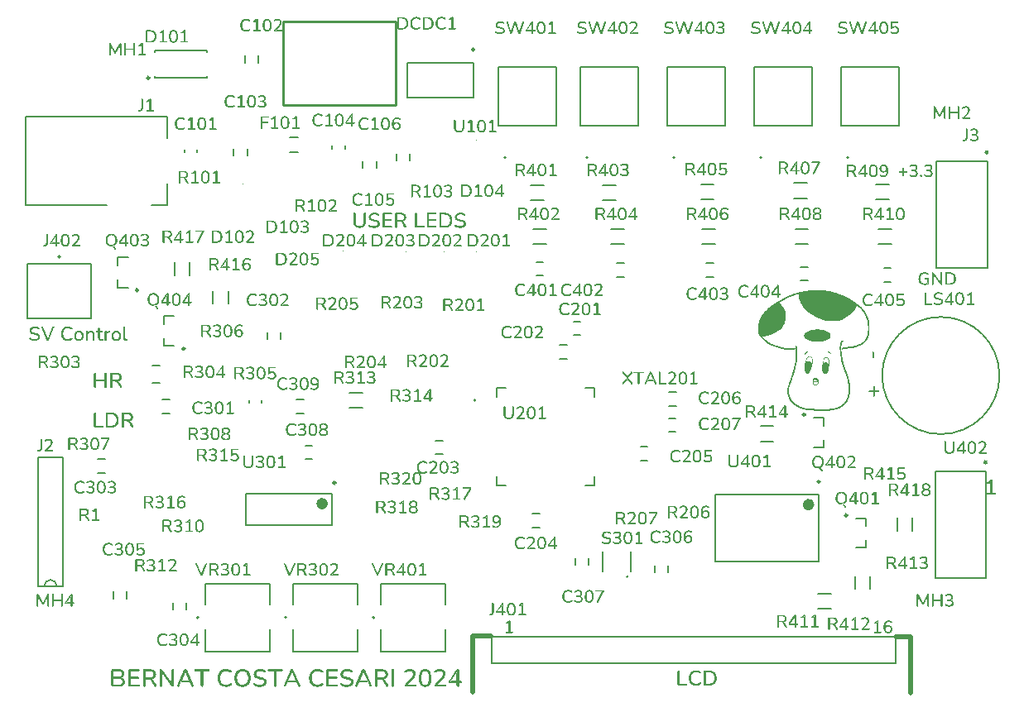
<source format=gto>
G04*
G04 #@! TF.GenerationSoftware,Altium Limited,Altium Designer,24.1.2 (44)*
G04*
G04 Layer_Color=65535*
%FSLAX44Y44*%
%MOMM*%
G71*
G04*
G04 #@! TF.SameCoordinates,6BD88CD4-1E97-4B61-92EF-30D8DD190105*
G04*
G04*
G04 #@! TF.FilePolarity,Positive*
G04*
G01*
G75*
%ADD10C,0.2500*%
%ADD11C,0.2000*%
%ADD12C,0.1270*%
%ADD13C,0.6000*%
%ADD14C,0.1000*%
%ADD15C,0.1600*%
%ADD16C,0.5000*%
%ADD17C,0.2540*%
G36*
X814323Y374583D02*
X816321D01*
Y374384D01*
X817520D01*
Y374184D01*
X818519D01*
Y373984D01*
X819319D01*
Y373784D01*
X819918D01*
Y373584D01*
X820518D01*
Y373384D01*
X821117D01*
Y373185D01*
X821517D01*
Y372985D01*
X822116D01*
Y372785D01*
X822516D01*
Y372585D01*
X822916D01*
Y372385D01*
X823115D01*
Y372186D01*
X823515D01*
Y371986D01*
X823715D01*
Y371786D01*
X824115D01*
Y371586D01*
X824314D01*
Y371386D01*
X824514D01*
Y371186D01*
X824714D01*
Y370987D01*
X824914D01*
Y370787D01*
X825114D01*
Y370587D01*
X825313D01*
Y370187D01*
X825513D01*
Y369987D01*
X825713D01*
Y369388D01*
X825913D01*
Y367589D01*
X825713D01*
Y366990D01*
X825513D01*
Y366790D01*
X825313D01*
Y366391D01*
X825114D01*
Y366191D01*
X824914D01*
Y365991D01*
X824714D01*
Y365791D01*
X824514D01*
Y365591D01*
X824314D01*
Y365391D01*
X824115D01*
Y365192D01*
X823715D01*
Y364992D01*
X823515D01*
Y364792D01*
X823115D01*
Y364592D01*
X822916D01*
Y364392D01*
X822516D01*
Y364193D01*
X822116D01*
Y363993D01*
X821517D01*
Y363793D01*
X821117D01*
Y363593D01*
X820518D01*
Y363393D01*
X819918D01*
Y363193D01*
X819119D01*
Y362994D01*
X818320D01*
Y362794D01*
X817520D01*
Y362594D01*
X816122D01*
Y362394D01*
X814123D01*
Y362194D01*
X810526D01*
Y362394D01*
X808528D01*
Y362594D01*
X807329D01*
Y362794D01*
X806330D01*
Y362994D01*
X805531D01*
Y363193D01*
X804732D01*
Y363393D01*
X804132D01*
Y363593D01*
X803533D01*
Y363793D01*
X803133D01*
Y363993D01*
X802733D01*
Y364193D01*
X802334D01*
Y364392D01*
X801934D01*
Y364592D01*
X801534D01*
Y364792D01*
X801135D01*
Y364992D01*
X800935D01*
Y365192D01*
X800735D01*
Y365391D01*
X800335D01*
Y365591D01*
X800135D01*
Y365791D01*
X799936D01*
Y365991D01*
X799736D01*
Y366191D01*
X799536D01*
Y366590D01*
X799336D01*
Y366790D01*
X799136D01*
Y367190D01*
X798937D01*
Y367789D01*
X798737D01*
Y369188D01*
X798937D01*
Y369788D01*
X799136D01*
Y370187D01*
X799336D01*
Y370587D01*
X799536D01*
Y370787D01*
X799736D01*
Y370987D01*
X799936D01*
Y371186D01*
X800135D01*
Y371386D01*
X800335D01*
Y371586D01*
X800535D01*
Y371786D01*
X800935D01*
Y371986D01*
X801135D01*
Y372186D01*
X801534D01*
Y372385D01*
X801934D01*
Y372585D01*
X802134D01*
Y372785D01*
X802533D01*
Y372985D01*
X803133D01*
Y373185D01*
X803533D01*
Y373384D01*
X804132D01*
Y373584D01*
X804732D01*
Y373784D01*
X805531D01*
Y373984D01*
X806330D01*
Y374184D01*
X807129D01*
Y374384D01*
X808328D01*
Y374583D01*
X810327D01*
Y374783D01*
X814323D01*
Y374583D01*
D02*
G37*
G36*
X813923Y414948D02*
X817720D01*
Y414748D01*
X819718D01*
Y414548D01*
X821517D01*
Y414349D01*
X822916D01*
Y414149D01*
X824115D01*
Y413949D01*
X825114D01*
Y413749D01*
X826113D01*
Y413549D01*
X827112D01*
Y413349D01*
X827911D01*
Y413150D01*
X828710D01*
Y412950D01*
X829310D01*
Y412750D01*
X830109D01*
Y412550D01*
X830709D01*
Y412350D01*
X831308D01*
Y412150D01*
X831908D01*
Y411951D01*
X832507D01*
Y411751D01*
X832907D01*
Y411551D01*
X833506D01*
Y411351D01*
X833906D01*
Y411151D01*
X834306D01*
Y410952D01*
X834705D01*
Y410752D01*
X835105D01*
Y410552D01*
X835904D01*
Y410352D01*
X836504D01*
Y410152D01*
X837103D01*
Y409952D01*
X837703D01*
Y409753D01*
X838302D01*
Y409553D01*
X838902D01*
Y409353D01*
X839301D01*
Y409153D01*
X839701D01*
Y408953D01*
X840101D01*
Y408754D01*
X840700D01*
Y408554D01*
X841100D01*
Y408354D01*
X841499D01*
Y408154D01*
X841899D01*
Y407954D01*
X842299D01*
Y407754D01*
X842698D01*
Y407555D01*
X843098D01*
Y407355D01*
X843298D01*
Y407155D01*
X843697D01*
Y406955D01*
X844097D01*
Y406755D01*
X844497D01*
Y406555D01*
X844697D01*
Y406356D01*
X845096D01*
Y406156D01*
X845496D01*
Y405956D01*
X845895D01*
Y405756D01*
X846095D01*
Y405556D01*
X846495D01*
Y405356D01*
X846695D01*
Y405157D01*
X847094D01*
Y404957D01*
X847494D01*
Y404757D01*
X847694D01*
Y404557D01*
X848094D01*
Y404357D01*
X848293D01*
Y404157D01*
X848693D01*
Y403958D01*
X848893D01*
Y403758D01*
X849293D01*
Y403558D01*
X849492D01*
Y403358D01*
X849892D01*
Y403158D01*
X850092D01*
Y402959D01*
X850491D01*
Y402759D01*
X850691D01*
Y402559D01*
X851091D01*
Y402359D01*
X851291D01*
Y402159D01*
X851491D01*
Y401959D01*
X851890D01*
Y401760D01*
X852090D01*
Y401560D01*
X852490D01*
Y401360D01*
X852690D01*
Y401160D01*
X852889D01*
Y400960D01*
X853289D01*
Y400760D01*
X853489D01*
Y400561D01*
X853689D01*
Y400361D01*
X854088D01*
Y400161D01*
X854288D01*
Y399961D01*
X854488D01*
Y399761D01*
X854888D01*
Y399562D01*
X855087D01*
Y399362D01*
X855287D01*
Y399162D01*
X855687D01*
Y398962D01*
X855887D01*
Y398762D01*
X856087D01*
Y398562D01*
X856286D01*
Y398363D01*
X856486D01*
Y398163D01*
X856886D01*
Y397963D01*
X857086D01*
Y397763D01*
X857286D01*
Y397563D01*
X857485D01*
Y397364D01*
X857685D01*
Y397164D01*
X857885D01*
Y396964D01*
X858085D01*
Y396564D01*
X858285D01*
Y396364D01*
X858484D01*
Y396165D01*
X858684D01*
Y395965D01*
X858884D01*
Y395765D01*
X859084D01*
Y395565D01*
X859284D01*
Y395165D01*
X859484D01*
Y394966D01*
X859683D01*
Y394766D01*
X859883D01*
Y394366D01*
X860083D01*
Y394166D01*
X860283D01*
Y393767D01*
X860483D01*
Y393567D01*
X860683D01*
Y393167D01*
X860882D01*
Y392967D01*
X861082D01*
Y392568D01*
X861282D01*
Y392168D01*
X861482D01*
Y391968D01*
X861682D01*
Y391568D01*
X861881D01*
Y391169D01*
X862081D01*
Y390769D01*
X862281D01*
Y390370D01*
X862481D01*
Y389970D01*
X862681D01*
Y389570D01*
X862881D01*
Y389171D01*
X863080D01*
Y388771D01*
X863280D01*
Y388371D01*
X863480D01*
Y387972D01*
X863680D01*
Y387372D01*
X863880D01*
Y386973D01*
X864080D01*
Y386373D01*
X864279D01*
Y385973D01*
X864479D01*
Y385374D01*
X864679D01*
Y384575D01*
X864879D01*
Y383576D01*
X865079D01*
Y382377D01*
X865278D01*
Y380978D01*
X865478D01*
Y378979D01*
X865678D01*
Y372985D01*
X865478D01*
Y371186D01*
X865278D01*
Y369987D01*
X865079D01*
Y369188D01*
X864879D01*
Y368389D01*
X864679D01*
Y367589D01*
X864479D01*
Y366990D01*
X864279D01*
Y366391D01*
X864080D01*
Y365991D01*
X863880D01*
Y365591D01*
X863680D01*
Y365192D01*
X863480D01*
Y364792D01*
X863280D01*
Y364392D01*
X863080D01*
Y363993D01*
X862881D01*
Y363793D01*
X862681D01*
Y363393D01*
X862481D01*
Y363193D01*
X862281D01*
Y362994D01*
X862081D01*
Y362594D01*
X861881D01*
Y362394D01*
X861682D01*
Y362194D01*
X861482D01*
Y361994D01*
X861282D01*
Y361795D01*
X861082D01*
Y361595D01*
X860882D01*
Y361395D01*
X860683D01*
Y361195D01*
X860483D01*
Y360995D01*
X860283D01*
Y360795D01*
X860083D01*
Y360596D01*
X859683D01*
Y360396D01*
X859484D01*
Y360196D01*
X859284D01*
Y359996D01*
X858884D01*
Y359796D01*
X858684D01*
Y359596D01*
X858285D01*
Y359397D01*
X857885D01*
Y359197D01*
X857685D01*
Y358997D01*
X857286D01*
Y358797D01*
X856886D01*
Y358597D01*
X856486D01*
Y358398D01*
X856087D01*
Y358198D01*
X855687D01*
Y357998D01*
X855087D01*
Y357798D01*
X854688D01*
Y357598D01*
X854088D01*
Y357398D01*
X853489D01*
Y357199D01*
X852889D01*
Y356999D01*
X852290D01*
Y356799D01*
X851491D01*
Y356599D01*
X850691D01*
Y356399D01*
X850292D01*
Y356199D01*
X849692D01*
Y356000D01*
X848693D01*
Y355800D01*
X847494D01*
Y355600D01*
X845895D01*
Y355400D01*
X843697D01*
Y355200D01*
X840900D01*
Y355000D01*
X840101D01*
Y354801D01*
X839101D01*
Y354601D01*
X838302D01*
Y354401D01*
X837303D01*
Y355000D01*
X837103D01*
Y356000D01*
X837903D01*
Y356199D01*
X838902D01*
Y356399D01*
X839701D01*
Y356599D01*
X840700D01*
Y356799D01*
X843098D01*
Y356999D01*
X845496D01*
Y357199D01*
X847094D01*
Y357398D01*
X848493D01*
Y357598D01*
X849293D01*
Y357798D01*
X849692D01*
Y357998D01*
X850292D01*
Y358198D01*
X851291D01*
Y358398D01*
X851890D01*
Y358597D01*
X852690D01*
Y358797D01*
X853289D01*
Y358997D01*
X853689D01*
Y359197D01*
X854288D01*
Y359397D01*
X854688D01*
Y359596D01*
X855287D01*
Y359796D01*
X855687D01*
Y359996D01*
X856087D01*
Y360196D01*
X856486D01*
Y360396D01*
X856686D01*
Y360596D01*
X857086D01*
Y360795D01*
X857485D01*
Y360995D01*
X857685D01*
Y361195D01*
X858085D01*
Y361395D01*
X858285D01*
Y361595D01*
X858684D01*
Y361795D01*
X858884D01*
Y361994D01*
X859084D01*
Y362194D01*
X859284D01*
Y362394D01*
X859683D01*
Y362594D01*
X859883D01*
Y362794D01*
X860083D01*
Y362994D01*
X860283D01*
Y363393D01*
X860483D01*
Y363593D01*
X860683D01*
Y363793D01*
X860882D01*
Y363993D01*
X861082D01*
Y364392D01*
X861282D01*
Y364592D01*
X861482D01*
Y364992D01*
X861682D01*
Y365192D01*
X861881D01*
Y365591D01*
X862081D01*
Y365991D01*
X862281D01*
Y366391D01*
X862481D01*
Y366790D01*
X862681D01*
Y367390D01*
X862881D01*
Y367989D01*
X863080D01*
Y368589D01*
X863280D01*
Y369388D01*
X863480D01*
Y370387D01*
X863680D01*
Y371586D01*
X863880D01*
Y373584D01*
X864080D01*
Y378180D01*
X863880D01*
Y380578D01*
X863680D01*
Y381977D01*
X863480D01*
Y383176D01*
X863280D01*
Y384175D01*
X863080D01*
Y384974D01*
X862881D01*
Y385574D01*
X862681D01*
Y386173D01*
X862481D01*
Y386573D01*
X862281D01*
Y386973D01*
X862081D01*
Y387572D01*
X861881D01*
Y387972D01*
X861682D01*
Y388371D01*
X861482D01*
Y388771D01*
X861282D01*
Y389171D01*
X861082D01*
Y389570D01*
X860882D01*
Y389970D01*
X860683D01*
Y390370D01*
X860483D01*
Y390769D01*
X860283D01*
Y390969D01*
X860083D01*
Y391369D01*
X859883D01*
Y391768D01*
X859683D01*
Y391968D01*
X859484D01*
Y392368D01*
X859284D01*
Y392767D01*
X859084D01*
Y392967D01*
X858884D01*
Y393367D01*
X858684D01*
Y393567D01*
X858484D01*
Y393767D01*
X858285D01*
Y394166D01*
X858085D01*
Y394366D01*
X857885D01*
Y394566D01*
X857685D01*
Y394966D01*
X857485D01*
Y395165D01*
X857286D01*
Y395365D01*
X857086D01*
Y395565D01*
X856886D01*
Y395765D01*
X856686D01*
Y395965D01*
X856486D01*
Y396165D01*
X856286D01*
Y396364D01*
X856087D01*
Y396564D01*
X855887D01*
Y396764D01*
X855687D01*
Y396964D01*
X855487D01*
Y397164D01*
X855287D01*
Y397364D01*
X855087D01*
Y397563D01*
X854688D01*
Y397763D01*
X854488D01*
Y397963D01*
X854288D01*
Y398163D01*
X853888D01*
Y398363D01*
X853689D01*
Y398562D01*
X853489D01*
Y398762D01*
X852490D01*
Y398562D01*
X852290D01*
Y398163D01*
X852090D01*
Y397763D01*
X851890D01*
Y397364D01*
X851690D01*
Y396764D01*
X851491D01*
Y396364D01*
X851291D01*
Y396165D01*
X851091D01*
Y395965D01*
X850891D01*
Y395565D01*
X850691D01*
Y395165D01*
X850491D01*
Y394766D01*
X850292D01*
Y394366D01*
X850092D01*
Y394166D01*
X849892D01*
Y393767D01*
X849692D01*
Y393367D01*
X849492D01*
Y393167D01*
X849293D01*
Y392967D01*
X848893D01*
Y392767D01*
X848693D01*
Y392568D01*
X848493D01*
Y392368D01*
X848293D01*
Y392168D01*
X848094D01*
Y391968D01*
X847894D01*
Y391768D01*
X847694D01*
Y391369D01*
X847294D01*
Y391169D01*
X847094D01*
Y390969D01*
X846895D01*
Y390769D01*
X846695D01*
Y390569D01*
X846495D01*
Y390370D01*
X846095D01*
Y390170D01*
X845895D01*
Y389970D01*
X845696D01*
Y389770D01*
X845296D01*
Y389570D01*
X844896D01*
Y389370D01*
X844697D01*
Y389171D01*
X844297D01*
Y388971D01*
X844097D01*
Y388771D01*
X843697D01*
Y388571D01*
X843298D01*
Y388371D01*
X843098D01*
Y388172D01*
X842698D01*
Y387972D01*
X842498D01*
Y387772D01*
X842099D01*
Y387572D01*
X841899D01*
Y387372D01*
X841499D01*
Y387172D01*
X841300D01*
Y386973D01*
X841100D01*
Y386773D01*
X840900D01*
Y386573D01*
X840300D01*
Y386373D01*
X839901D01*
Y386173D01*
X839701D01*
Y385973D01*
X839301D01*
Y385774D01*
X838902D01*
Y385574D01*
X838702D01*
Y385374D01*
X838502D01*
Y384974D01*
X838102D01*
Y384775D01*
X837303D01*
Y384575D01*
X836903D01*
Y384375D01*
X836104D01*
Y384175D01*
X835505D01*
Y383975D01*
X834905D01*
Y383775D01*
X834505D01*
Y383576D01*
X830109D01*
Y383376D01*
X821717D01*
Y383576D01*
X820717D01*
Y383775D01*
X819918D01*
Y383975D01*
X819319D01*
Y384175D01*
X818719D01*
Y384375D01*
X818120D01*
Y384575D01*
X817520D01*
Y384775D01*
X816921D01*
Y384974D01*
X816521D01*
Y385174D01*
X815922D01*
Y385374D01*
X815522D01*
Y385574D01*
X814923D01*
Y385774D01*
X814323D01*
Y385973D01*
X813724D01*
Y386173D01*
X813324D01*
Y386373D01*
X812924D01*
Y386573D01*
X812525D01*
Y386773D01*
X812325D01*
Y386973D01*
X811925D01*
Y387172D01*
X811526D01*
Y387372D01*
X811126D01*
Y387572D01*
X810726D01*
Y387772D01*
X810327D01*
Y387972D01*
X809927D01*
Y388172D01*
X809727D01*
Y388371D01*
X809128D01*
Y388571D01*
X808728D01*
Y388971D01*
X808328D01*
Y389171D01*
X807929D01*
Y389370D01*
X807529D01*
Y389570D01*
X807129D01*
Y389770D01*
X806930D01*
Y389970D01*
X806530D01*
Y390170D01*
X806130D01*
Y390370D01*
X805731D01*
Y390569D01*
X805331D01*
Y390769D01*
X804931D01*
Y390969D01*
X804732D01*
Y391169D01*
X804532D01*
Y391369D01*
X804132D01*
Y391568D01*
X803932D01*
Y391768D01*
X803533D01*
Y391968D01*
X803133D01*
Y392168D01*
X802933D01*
Y392368D01*
X802733D01*
Y392568D01*
X802533D01*
Y392767D01*
X802334D01*
Y392967D01*
X802134D01*
Y393167D01*
X801934D01*
Y393367D01*
X801534D01*
Y393567D01*
X801335D01*
Y393767D01*
X801135D01*
Y393966D01*
X800935D01*
Y394166D01*
X800735D01*
Y394366D01*
X800535D01*
Y394766D01*
X800335D01*
Y394966D01*
X800135D01*
Y395165D01*
X799936D01*
Y395365D01*
X799736D01*
Y395565D01*
X799536D01*
Y395765D01*
X799336D01*
Y395965D01*
X799136D01*
Y396165D01*
X798937D01*
Y396364D01*
X798737D01*
Y396564D01*
X798537D01*
Y396964D01*
X798337D01*
Y397164D01*
X798137D01*
Y397364D01*
X797937D01*
Y397963D01*
X797738D01*
Y398163D01*
X797538D01*
Y398562D01*
X797338D01*
Y398962D01*
X797138D01*
Y399162D01*
X796938D01*
Y399562D01*
X796739D01*
Y399761D01*
X796539D01*
Y399961D01*
X796339D01*
Y400161D01*
X796139D01*
Y400760D01*
X795939D01*
Y400960D01*
X795739D01*
Y401160D01*
X795539D01*
Y401760D01*
X795340D01*
Y401959D01*
X795140D01*
Y402559D01*
X794940D01*
Y402959D01*
X794740D01*
Y403558D01*
X794540D01*
Y403958D01*
X794341D01*
Y404557D01*
X794141D01*
Y404957D01*
X793941D01*
Y405756D01*
X793741D01*
Y407155D01*
X793541D01*
Y408554D01*
X793342D01*
Y410952D01*
X792542D01*
Y410752D01*
X791743D01*
Y410552D01*
X790944D01*
Y410352D01*
X790344D01*
Y410152D01*
X789545D01*
Y409952D01*
X788945D01*
Y409753D01*
X788346D01*
Y409553D01*
X787946D01*
Y409353D01*
X787347D01*
Y409153D01*
X786747D01*
Y408953D01*
X786348D01*
Y408754D01*
X785948D01*
Y408554D01*
X785349D01*
Y408354D01*
X784949D01*
Y408154D01*
X784549D01*
Y407954D01*
X783950D01*
Y407754D01*
X783550D01*
Y407555D01*
X783150D01*
Y407355D01*
X782751D01*
Y407155D01*
X782151D01*
Y406955D01*
X781752D01*
Y406755D01*
X781352D01*
Y406555D01*
X780952D01*
Y406356D01*
X780553D01*
Y406156D01*
X780153D01*
Y405956D01*
X779753D01*
Y405756D01*
X779354D01*
Y405556D01*
X778954D01*
Y405356D01*
X778554D01*
Y405157D01*
X778155D01*
Y404957D01*
X777755D01*
Y404757D01*
X777355D01*
Y404557D01*
X776956D01*
Y404357D01*
X776756D01*
Y404157D01*
X776356D01*
Y403958D01*
X775957D01*
Y403758D01*
X775557D01*
Y403558D01*
X775157D01*
Y403358D01*
X774958D01*
Y403158D01*
X774558D01*
Y402959D01*
X774158D01*
Y402759D01*
X773759D01*
Y402559D01*
X773559D01*
Y402359D01*
X773159D01*
Y402159D01*
X773359D01*
Y401959D01*
X773559D01*
Y401760D01*
X773759D01*
Y401560D01*
X773958D01*
Y401360D01*
X774158D01*
Y401160D01*
X774358D01*
Y400960D01*
X774558D01*
Y400760D01*
X774758D01*
Y400361D01*
X774958D01*
Y400161D01*
X775157D01*
Y399961D01*
X775357D01*
Y399761D01*
X775557D01*
Y399562D01*
X775757D01*
Y399362D01*
X775957D01*
Y398962D01*
X776156D01*
Y398762D01*
X776356D01*
Y398562D01*
X776556D01*
Y398363D01*
X776756D01*
Y398163D01*
X776956D01*
Y397763D01*
X777156D01*
Y397364D01*
X777355D01*
Y397164D01*
X777555D01*
Y396764D01*
X777755D01*
Y396364D01*
X777955D01*
Y396165D01*
X778155D01*
Y395765D01*
X778355D01*
Y395365D01*
X778554D01*
Y394966D01*
X778754D01*
Y394566D01*
X779154D01*
Y393966D01*
X779354D01*
Y393367D01*
X779554D01*
Y392568D01*
X779753D01*
Y391968D01*
X779953D01*
Y390969D01*
X780153D01*
Y387572D01*
X779953D01*
Y385174D01*
X779753D01*
Y384175D01*
X779554D01*
Y383775D01*
X779354D01*
Y382776D01*
X779154D01*
Y381577D01*
X778954D01*
Y381178D01*
X778754D01*
Y380778D01*
X778554D01*
Y380378D01*
X778355D01*
Y379979D01*
X778155D01*
Y379779D01*
X777955D01*
Y379379D01*
X777755D01*
Y378979D01*
X777555D01*
Y378580D01*
X777355D01*
Y378380D01*
X777156D01*
Y377980D01*
X776956D01*
Y377581D01*
X776756D01*
Y377181D01*
X776556D01*
Y376782D01*
X776356D01*
Y376382D01*
X775957D01*
Y375982D01*
X775757D01*
Y375782D01*
X775557D01*
Y375583D01*
X775357D01*
Y375383D01*
X775157D01*
Y375183D01*
X774958D01*
Y374983D01*
X774558D01*
Y374783D01*
X774358D01*
Y374583D01*
X773958D01*
Y374384D01*
X773759D01*
Y374184D01*
X773359D01*
Y373984D01*
X773159D01*
Y373784D01*
X772959D01*
Y373584D01*
X772360D01*
Y373384D01*
X771960D01*
Y373185D01*
X771561D01*
Y372985D01*
X771361D01*
Y372785D01*
X771161D01*
Y372585D01*
X770761D01*
Y372385D01*
X770561D01*
Y372186D01*
X770162D01*
Y371986D01*
X769762D01*
Y371786D01*
X769163D01*
Y371586D01*
X768763D01*
Y371386D01*
X768363D01*
Y371186D01*
X767964D01*
Y370987D01*
X767564D01*
Y370787D01*
X767364D01*
Y370587D01*
X766964D01*
Y370387D01*
X766565D01*
Y370187D01*
X766165D01*
Y369987D01*
X765566D01*
Y369788D01*
X764966D01*
Y369588D01*
X764367D01*
Y369388D01*
X763767D01*
Y369188D01*
X762968D01*
Y368988D01*
X762768D01*
Y368788D01*
X762169D01*
Y368589D01*
X761569D01*
Y368389D01*
X761170D01*
Y368189D01*
X760370D01*
Y367989D01*
X759371D01*
Y367789D01*
X758772D01*
Y367589D01*
X757773D01*
Y367390D01*
X756973D01*
Y367190D01*
X756374D01*
Y366990D01*
X756574D01*
Y366790D01*
X756774D01*
Y366590D01*
X756973D01*
Y366391D01*
X757173D01*
Y366191D01*
X757373D01*
Y365991D01*
X757573D01*
Y365791D01*
X757773D01*
Y365591D01*
X757972D01*
Y365391D01*
X758172D01*
Y365192D01*
X758372D01*
Y364992D01*
X758572D01*
Y364792D01*
X758772D01*
Y364592D01*
X758971D01*
Y364392D01*
X759371D01*
Y364193D01*
X759571D01*
Y363993D01*
X759771D01*
Y363793D01*
X759971D01*
Y363593D01*
X760171D01*
Y363393D01*
X760370D01*
Y363193D01*
X760770D01*
Y362994D01*
X760970D01*
Y362794D01*
X761170D01*
Y362594D01*
X761369D01*
Y362394D01*
X761769D01*
Y362194D01*
X761969D01*
Y361994D01*
X762169D01*
Y361795D01*
X762568D01*
Y361595D01*
X762768D01*
Y361395D01*
X762968D01*
Y361195D01*
X763368D01*
Y360995D01*
X763568D01*
Y360795D01*
X763967D01*
Y360596D01*
X764367D01*
Y360396D01*
X764766D01*
Y360196D01*
X765166D01*
Y359996D01*
X765766D01*
Y359796D01*
X766365D01*
Y359596D01*
X766964D01*
Y359397D01*
X767564D01*
Y359197D01*
X767964D01*
Y358997D01*
X768563D01*
Y358797D01*
X769163D01*
Y358597D01*
X769762D01*
Y358398D01*
X770362D01*
Y358198D01*
X770961D01*
Y357998D01*
X771561D01*
Y357798D01*
X772360D01*
Y357598D01*
X772959D01*
Y357398D01*
X773559D01*
Y357199D01*
X774358D01*
Y356999D01*
X774958D01*
Y356799D01*
X775757D01*
Y356599D01*
X776556D01*
Y356399D01*
X777355D01*
Y356199D01*
X778355D01*
Y356000D01*
X780752D01*
Y355800D01*
X786148D01*
Y356000D01*
X787347D01*
Y355800D01*
X788945D01*
Y355600D01*
X789545D01*
Y355400D01*
X789745D01*
Y356799D01*
X789545D01*
Y358198D01*
X789745D01*
Y358398D01*
X791143D01*
Y356999D01*
X791343D01*
Y355600D01*
X791543D01*
Y353602D01*
X791743D01*
Y351004D01*
X791943D01*
Y345209D01*
X791743D01*
Y343211D01*
X791543D01*
Y342012D01*
X791343D01*
Y341213D01*
X791143D01*
Y340413D01*
X790944D01*
Y339414D01*
X790744D01*
Y338615D01*
X790544D01*
Y337816D01*
X790344D01*
Y336816D01*
X790144D01*
Y336017D01*
X789944D01*
Y335218D01*
X789745D01*
Y334418D01*
X789545D01*
Y333619D01*
X789345D01*
Y332820D01*
X789145D01*
Y332021D01*
X788945D01*
Y331221D01*
X788745D01*
Y330422D01*
X788546D01*
Y329823D01*
X788346D01*
Y329023D01*
X788146D01*
Y328424D01*
X787946D01*
Y327824D01*
X787746D01*
Y327225D01*
X787546D01*
Y326625D01*
X787347D01*
Y326026D01*
X787147D01*
Y325626D01*
X786947D01*
Y325027D01*
X786747D01*
Y324427D01*
X786547D01*
Y323828D01*
X786348D01*
Y323228D01*
X786148D01*
Y322629D01*
X785948D01*
Y322029D01*
X785748D01*
Y321630D01*
X785548D01*
Y321030D01*
X785349D01*
Y320431D01*
X785149D01*
Y319831D01*
X784949D01*
Y319232D01*
X784749D01*
Y318632D01*
X784549D01*
Y318033D01*
X784349D01*
Y317633D01*
X784149D01*
Y317034D01*
X783950D01*
Y316434D01*
X783750D01*
Y315835D01*
X783550D01*
Y315035D01*
X783350D01*
Y313836D01*
X783150D01*
Y310439D01*
X783350D01*
Y309041D01*
X783550D01*
Y308042D01*
X783750D01*
Y307242D01*
X783950D01*
Y306643D01*
X784149D01*
Y306043D01*
X784349D01*
Y305444D01*
X784549D01*
Y305044D01*
X784749D01*
Y304645D01*
X784949D01*
Y304245D01*
X785149D01*
Y303845D01*
X785349D01*
Y303446D01*
X785548D01*
Y303046D01*
X785748D01*
Y302646D01*
X785948D01*
Y302446D01*
X786148D01*
Y302047D01*
X786348D01*
Y301847D01*
X786547D01*
Y301647D01*
X786747D01*
Y301447D01*
X786947D01*
Y301248D01*
X787147D01*
Y301048D01*
X787347D01*
Y300848D01*
X787546D01*
Y300648D01*
X787746D01*
Y300448D01*
X787946D01*
Y300248D01*
X788146D01*
Y300049D01*
X788346D01*
Y299849D01*
X788546D01*
Y299649D01*
X788945D01*
Y299449D01*
X789145D01*
Y299249D01*
X789345D01*
Y299049D01*
X789545D01*
Y298850D01*
X789944D01*
Y298650D01*
X790144D01*
Y298450D01*
X790344D01*
Y298250D01*
X790744D01*
Y298050D01*
X790944D01*
Y297850D01*
X791343D01*
Y297651D01*
X791543D01*
Y297451D01*
X791943D01*
Y297251D01*
X792342D01*
Y297051D01*
X792542D01*
Y296851D01*
X792942D01*
Y296652D01*
X793342D01*
Y296452D01*
X793741D01*
Y296252D01*
X794141D01*
Y296052D01*
X794540D01*
Y295852D01*
X794940D01*
Y295652D01*
X795340D01*
Y295453D01*
X795939D01*
Y295253D01*
X796339D01*
Y295053D01*
X796938D01*
Y294853D01*
X797538D01*
Y294653D01*
X798337D01*
Y294454D01*
X799136D01*
Y294254D01*
X799936D01*
Y294054D01*
X801335D01*
Y293854D01*
X803333D01*
Y293654D01*
X806130D01*
Y293454D01*
X809128D01*
Y293255D01*
X812525D01*
Y293055D01*
X818320D01*
Y292855D01*
X820118D01*
Y293055D01*
X822716D01*
Y293255D01*
X824714D01*
Y293454D01*
X826512D01*
Y293654D01*
X827711D01*
Y293854D01*
X828710D01*
Y294054D01*
X829710D01*
Y294254D01*
X830509D01*
Y294454D01*
X831108D01*
Y294653D01*
X831908D01*
Y294853D01*
X832507D01*
Y295053D01*
X833107D01*
Y295253D01*
X833506D01*
Y295453D01*
X833906D01*
Y295652D01*
X834505D01*
Y295852D01*
X834905D01*
Y296052D01*
X835305D01*
Y296252D01*
X835704D01*
Y296452D01*
X835904D01*
Y296652D01*
X836304D01*
Y296851D01*
X836703D01*
Y297051D01*
X836903D01*
Y297251D01*
X837103D01*
Y297451D01*
X837503D01*
Y297651D01*
X837703D01*
Y297850D01*
X837903D01*
Y298050D01*
X838102D01*
Y298250D01*
X838302D01*
Y298450D01*
X838502D01*
Y298650D01*
X838702D01*
Y298850D01*
X838902D01*
Y299049D01*
X839301D01*
Y299249D01*
X839501D01*
Y299449D01*
X839701D01*
Y299649D01*
X839901D01*
Y300049D01*
X840101D01*
Y300248D01*
X840300D01*
Y300448D01*
X840500D01*
Y300648D01*
X840700D01*
Y301048D01*
X840900D01*
Y301248D01*
X841100D01*
Y301647D01*
X841300D01*
Y301847D01*
X841499D01*
Y302247D01*
X841699D01*
Y302646D01*
X841899D01*
Y303046D01*
X842099D01*
Y303446D01*
X842299D01*
Y303845D01*
X842498D01*
Y304445D01*
X842698D01*
Y304844D01*
X842898D01*
Y305444D01*
X843098D01*
Y306243D01*
X843298D01*
Y306843D01*
X843498D01*
Y307642D01*
X843697D01*
Y308641D01*
X843897D01*
Y309840D01*
X844097D01*
Y311239D01*
X844297D01*
Y316834D01*
X844097D01*
Y318233D01*
X843897D01*
Y319432D01*
X843697D01*
Y320631D01*
X843498D01*
Y321430D01*
X843298D01*
Y322429D01*
X843098D01*
Y323228D01*
X842898D01*
Y324028D01*
X842698D01*
Y324827D01*
X842498D01*
Y325626D01*
X842299D01*
Y326226D01*
X842099D01*
Y327025D01*
X841899D01*
Y327625D01*
X841699D01*
Y328224D01*
X841499D01*
Y328624D01*
X841300D01*
Y329223D01*
X841100D01*
Y329823D01*
X840900D01*
Y330222D01*
X840700D01*
Y330822D01*
X840500D01*
Y331221D01*
X840300D01*
Y331821D01*
X840101D01*
Y332420D01*
X839901D01*
Y332820D01*
X839701D01*
Y333419D01*
X839501D01*
Y334019D01*
X839301D01*
Y334618D01*
X839101D01*
Y335218D01*
X838902D01*
Y335617D01*
X838702D01*
Y336217D01*
X838502D01*
Y336816D01*
X838302D01*
Y337416D01*
X838102D01*
Y338015D01*
X837903D01*
Y338815D01*
X837703D01*
Y339414D01*
X837503D01*
Y340014D01*
X837303D01*
Y340813D01*
X837103D01*
Y341612D01*
X836903D01*
Y342411D01*
X836703D01*
Y343610D01*
X836504D01*
Y344809D01*
X836304D01*
Y346008D01*
X836104D01*
Y347207D01*
X835904D01*
Y348406D01*
X835704D01*
Y350005D01*
X835505D01*
Y351604D01*
X835305D01*
Y353802D01*
X835105D01*
Y357199D01*
X835305D01*
Y358997D01*
X835505D01*
Y359996D01*
X835704D01*
Y360596D01*
X835904D01*
Y361195D01*
X836104D01*
Y361795D01*
X836304D01*
Y362194D01*
X836504D01*
Y362594D01*
X836703D01*
Y362994D01*
X836903D01*
Y363193D01*
X837103D01*
Y363593D01*
X837303D01*
Y363793D01*
X837703D01*
Y363593D01*
X838102D01*
Y363393D01*
X838302D01*
Y363193D01*
X838502D01*
Y362994D01*
X838702D01*
Y362594D01*
X838502D01*
Y362394D01*
X838302D01*
Y362194D01*
X838102D01*
Y361795D01*
X837903D01*
Y361395D01*
X837703D01*
Y360995D01*
X837503D01*
Y360396D01*
X837303D01*
Y359596D01*
X837103D01*
Y358597D01*
X836903D01*
Y355200D01*
X836703D01*
Y354801D01*
X836903D01*
Y352003D01*
X837103D01*
Y350205D01*
X837303D01*
Y348806D01*
X837503D01*
Y347607D01*
X837703D01*
Y346208D01*
X837903D01*
Y345209D01*
X838102D01*
Y344010D01*
X838302D01*
Y342811D01*
X838502D01*
Y341812D01*
X838702D01*
Y341013D01*
X838902D01*
Y340413D01*
X839101D01*
Y339614D01*
X839301D01*
Y339015D01*
X839501D01*
Y338415D01*
X839701D01*
Y337816D01*
X839901D01*
Y337216D01*
X840101D01*
Y336617D01*
X840300D01*
Y336017D01*
X840500D01*
Y335418D01*
X840700D01*
Y334818D01*
X840900D01*
Y334418D01*
X841100D01*
Y333819D01*
X841300D01*
Y333220D01*
X841499D01*
Y332620D01*
X841699D01*
Y332220D01*
X841899D01*
Y331621D01*
X842099D01*
Y331221D01*
X842299D01*
Y330622D01*
X842498D01*
Y330022D01*
X842698D01*
Y329623D01*
X842898D01*
Y329023D01*
X843098D01*
Y328624D01*
X843298D01*
Y328024D01*
X843498D01*
Y327225D01*
X843697D01*
Y326625D01*
X843897D01*
Y325826D01*
X844097D01*
Y325227D01*
X844297D01*
Y324427D01*
X844497D01*
Y323628D01*
X844697D01*
Y322629D01*
X844896D01*
Y321829D01*
X845096D01*
Y320830D01*
X845296D01*
Y319831D01*
X845496D01*
Y318632D01*
X845696D01*
Y317234D01*
X845895D01*
Y315035D01*
X846095D01*
Y312438D01*
X845895D01*
Y311039D01*
X845696D01*
Y309640D01*
X845496D01*
Y308441D01*
X845296D01*
Y307442D01*
X845096D01*
Y306643D01*
X844896D01*
Y305844D01*
X844697D01*
Y305244D01*
X844497D01*
Y304645D01*
X844297D01*
Y304045D01*
X844097D01*
Y303446D01*
X843897D01*
Y303046D01*
X843697D01*
Y302646D01*
X843498D01*
Y302247D01*
X843298D01*
Y301847D01*
X843098D01*
Y301447D01*
X842898D01*
Y301048D01*
X842698D01*
Y300848D01*
X842498D01*
Y300448D01*
X842299D01*
Y300248D01*
X842099D01*
Y299849D01*
X841899D01*
Y299649D01*
X841699D01*
Y299249D01*
X841499D01*
Y299049D01*
X841300D01*
Y298850D01*
X841100D01*
Y298650D01*
X840900D01*
Y298450D01*
X840700D01*
Y298250D01*
X840500D01*
Y298050D01*
X840300D01*
Y297850D01*
X840101D01*
Y297651D01*
X839901D01*
Y297451D01*
X839501D01*
Y297251D01*
X839301D01*
Y297051D01*
X839101D01*
Y296851D01*
X838902D01*
Y296652D01*
X838702D01*
Y296452D01*
X838502D01*
Y296252D01*
X838302D01*
Y296052D01*
X837903D01*
Y295852D01*
X837703D01*
Y295652D01*
X837503D01*
Y295453D01*
X837103D01*
Y295253D01*
X836703D01*
Y295053D01*
X836504D01*
Y294853D01*
X836104D01*
Y294653D01*
X835704D01*
Y294454D01*
X835305D01*
Y294254D01*
X834905D01*
Y294054D01*
X834306D01*
Y293854D01*
X833906D01*
Y293654D01*
X833307D01*
Y293454D01*
X832707D01*
Y293255D01*
X832108D01*
Y293055D01*
X831508D01*
Y292855D01*
X830709D01*
Y292655D01*
X829910D01*
Y292455D01*
X829110D01*
Y292255D01*
X828111D01*
Y292056D01*
X826712D01*
Y291856D01*
X825114D01*
Y291656D01*
X822916D01*
Y291456D01*
X821317D01*
Y291256D01*
X816321D01*
Y291456D01*
X811725D01*
Y291656D01*
X808328D01*
Y291856D01*
X805331D01*
Y292056D01*
X802733D01*
Y292255D01*
X800935D01*
Y292455D01*
X799736D01*
Y292655D01*
X798737D01*
Y292855D01*
X797937D01*
Y293055D01*
X797338D01*
Y293255D01*
X796739D01*
Y293454D01*
X796139D01*
Y293654D01*
X795539D01*
Y293854D01*
X794940D01*
Y294054D01*
X794540D01*
Y294254D01*
X794141D01*
Y294454D01*
X793741D01*
Y294653D01*
X793342D01*
Y294853D01*
X792942D01*
Y295053D01*
X792542D01*
Y295253D01*
X792142D01*
Y295453D01*
X791743D01*
Y295652D01*
X791343D01*
Y295852D01*
X791143D01*
Y296052D01*
X790744D01*
Y296252D01*
X790544D01*
Y296452D01*
X790144D01*
Y296652D01*
X789944D01*
Y296851D01*
X789545D01*
Y297051D01*
X789345D01*
Y297251D01*
X788945D01*
Y297451D01*
X788745D01*
Y297651D01*
X788546D01*
Y297850D01*
X788346D01*
Y298050D01*
X787946D01*
Y298250D01*
X787746D01*
Y298450D01*
X787546D01*
Y298650D01*
X787347D01*
Y298850D01*
X787147D01*
Y299049D01*
X786947D01*
Y299249D01*
X786747D01*
Y299449D01*
X786348D01*
Y299649D01*
X786148D01*
Y299849D01*
X785948D01*
Y300049D01*
X785748D01*
Y300248D01*
X785548D01*
Y300648D01*
X785349D01*
Y300848D01*
X785149D01*
Y301048D01*
X784949D01*
Y301248D01*
X784749D01*
Y301647D01*
X784549D01*
Y301847D01*
X784349D01*
Y302247D01*
X784149D01*
Y302646D01*
X783950D01*
Y302846D01*
X783750D01*
Y303246D01*
X783550D01*
Y303645D01*
X783350D01*
Y304245D01*
X783150D01*
Y304645D01*
X782951D01*
Y305244D01*
X782751D01*
Y305644D01*
X782551D01*
Y306243D01*
X782351D01*
Y307043D01*
X782151D01*
Y307642D01*
X781951D01*
Y308641D01*
X781752D01*
Y310040D01*
X781552D01*
Y314236D01*
X781752D01*
Y315235D01*
X781951D01*
Y316035D01*
X782151D01*
Y316634D01*
X782351D01*
Y317234D01*
X782551D01*
Y317833D01*
X782751D01*
Y318433D01*
X782951D01*
Y319032D01*
X783150D01*
Y319632D01*
X783350D01*
Y320231D01*
X783550D01*
Y320830D01*
X783750D01*
Y321230D01*
X783950D01*
Y321829D01*
X784149D01*
Y322429D01*
X784349D01*
Y323028D01*
X784549D01*
Y323628D01*
X784749D01*
Y324227D01*
X784949D01*
Y324627D01*
X785149D01*
Y325227D01*
X785349D01*
Y325826D01*
X785548D01*
Y326426D01*
X785748D01*
Y327025D01*
X785948D01*
Y327625D01*
X786148D01*
Y328024D01*
X786348D01*
Y328624D01*
X786547D01*
Y329423D01*
X786747D01*
Y330022D01*
X786947D01*
Y330822D01*
X787147D01*
Y331621D01*
X787347D01*
Y332220D01*
X787546D01*
Y333020D01*
X787746D01*
Y333819D01*
X787946D01*
Y334618D01*
X788146D01*
Y335418D01*
X788346D01*
Y336417D01*
X788546D01*
Y337216D01*
X788745D01*
Y338015D01*
X788945D01*
Y339015D01*
X789145D01*
Y339814D01*
X789345D01*
Y340613D01*
X789545D01*
Y341612D01*
X789745D01*
Y342411D01*
X789944D01*
Y343610D01*
X790144D01*
Y346008D01*
X790344D01*
Y350005D01*
X790144D01*
Y353202D01*
X789944D01*
Y355200D01*
X789745D01*
Y355000D01*
X789545D01*
Y354801D01*
X789345D01*
Y354401D01*
X789145D01*
Y354001D01*
X788745D01*
Y354201D01*
X779554D01*
Y354401D01*
X778155D01*
Y354601D01*
X777156D01*
Y354801D01*
X776156D01*
Y355000D01*
X775357D01*
Y355200D01*
X774758D01*
Y355400D01*
X773958D01*
Y355600D01*
X773359D01*
Y355800D01*
X772560D01*
Y356000D01*
X771960D01*
Y356199D01*
X771361D01*
Y356399D01*
X770761D01*
Y356599D01*
X770162D01*
Y356799D01*
X769562D01*
Y356999D01*
X768963D01*
Y357199D01*
X768363D01*
Y357398D01*
X767764D01*
Y357598D01*
X767164D01*
Y357798D01*
X766565D01*
Y357998D01*
X765965D01*
Y358198D01*
X765366D01*
Y358398D01*
X764966D01*
Y358597D01*
X764367D01*
Y358797D01*
X763767D01*
Y358997D01*
X763568D01*
Y359197D01*
X763168D01*
Y359397D01*
X762768D01*
Y359596D01*
X762568D01*
Y359796D01*
X762169D01*
Y359996D01*
X761969D01*
Y360196D01*
X761569D01*
Y360396D01*
X761369D01*
Y360596D01*
X761170D01*
Y360795D01*
X760770D01*
Y360995D01*
X760570D01*
Y361195D01*
X760370D01*
Y361395D01*
X759971D01*
Y361595D01*
X759771D01*
Y361795D01*
X759571D01*
Y361994D01*
X759371D01*
Y362194D01*
X759171D01*
Y362394D01*
X758772D01*
Y362594D01*
X758572D01*
Y362794D01*
X758372D01*
Y362994D01*
X758172D01*
Y363193D01*
X757972D01*
Y363393D01*
X757773D01*
Y363593D01*
X757573D01*
Y363793D01*
X757373D01*
Y363993D01*
X757173D01*
Y364193D01*
X756973D01*
Y364392D01*
X756774D01*
Y364592D01*
X756574D01*
Y364792D01*
X756374D01*
Y364992D01*
X756174D01*
Y365192D01*
X755974D01*
Y365391D01*
X755774D01*
Y365591D01*
X755574D01*
Y365791D01*
X755375D01*
Y365991D01*
X755175D01*
Y366191D01*
X754975D01*
Y366391D01*
X754775D01*
Y366590D01*
X754575D01*
Y366990D01*
X754376D01*
Y367190D01*
X754176D01*
Y367390D01*
X753976D01*
Y367789D01*
X753776D01*
Y367989D01*
X753576D01*
Y368189D01*
X753376D01*
Y368589D01*
X753177D01*
Y368788D01*
X752977D01*
Y369188D01*
X752777D01*
Y369588D01*
X752577D01*
Y369987D01*
X752377D01*
Y370387D01*
X752178D01*
Y370987D01*
X751978D01*
Y371786D01*
X751778D01*
Y372785D01*
X751578D01*
Y377781D01*
X751778D01*
Y379179D01*
X751978D01*
Y380378D01*
X752178D01*
Y381178D01*
X752377D01*
Y381977D01*
X752577D01*
Y382776D01*
X752777D01*
Y383576D01*
X752977D01*
Y384375D01*
X753177D01*
Y384974D01*
X753376D01*
Y385374D01*
X753576D01*
Y385774D01*
X753776D01*
Y386173D01*
X753976D01*
Y386573D01*
X754176D01*
Y386973D01*
X754376D01*
Y387372D01*
X754575D01*
Y387772D01*
X754775D01*
Y387972D01*
X754975D01*
Y388371D01*
X755175D01*
Y388571D01*
X755375D01*
Y388971D01*
X755574D01*
Y389171D01*
X755774D01*
Y389570D01*
X755974D01*
Y389770D01*
X756174D01*
Y390170D01*
X756374D01*
Y390370D01*
X756574D01*
Y390569D01*
X756774D01*
Y390769D01*
X756973D01*
Y391169D01*
X757173D01*
Y391369D01*
X757373D01*
Y391568D01*
X757573D01*
Y391768D01*
X757773D01*
Y392168D01*
X757972D01*
Y392368D01*
X758172D01*
Y392568D01*
X758372D01*
Y392767D01*
X758572D01*
Y392967D01*
X758772D01*
Y393167D01*
X758971D01*
Y393367D01*
X759171D01*
Y393567D01*
X759371D01*
Y393767D01*
X759571D01*
Y393966D01*
X759771D01*
Y394166D01*
X759971D01*
Y394366D01*
X760171D01*
Y394566D01*
X760370D01*
Y394766D01*
X760570D01*
Y394966D01*
X760770D01*
Y395165D01*
X760970D01*
Y395365D01*
X761170D01*
Y395565D01*
X761369D01*
Y395765D01*
X761569D01*
Y395965D01*
X761769D01*
Y396165D01*
X761969D01*
Y396364D01*
X762169D01*
Y396564D01*
X762369D01*
Y396764D01*
X762768D01*
Y396964D01*
X762968D01*
Y397164D01*
X763168D01*
Y397364D01*
X763368D01*
Y397563D01*
X763568D01*
Y397763D01*
X763967D01*
Y397963D01*
X764167D01*
Y398163D01*
X764367D01*
Y398363D01*
X764567D01*
Y398562D01*
X764966D01*
Y398762D01*
X765166D01*
Y398962D01*
X765366D01*
Y399162D01*
X765766D01*
Y399362D01*
X765965D01*
Y399562D01*
X766365D01*
Y399761D01*
X766565D01*
Y399961D01*
X766765D01*
Y400161D01*
X767164D01*
Y400361D01*
X767364D01*
Y400561D01*
X767764D01*
Y400760D01*
X767964D01*
Y400960D01*
X768164D01*
Y401160D01*
X768563D01*
Y401360D01*
X768763D01*
Y401560D01*
X769163D01*
Y401760D01*
X769362D01*
Y401959D01*
X769762D01*
Y402159D01*
X770162D01*
Y402359D01*
X770362D01*
Y402559D01*
X770761D01*
Y402759D01*
X770961D01*
Y402959D01*
X771361D01*
Y403158D01*
X771760D01*
Y403358D01*
X771960D01*
Y403558D01*
X772360D01*
Y403758D01*
X772560D01*
Y403958D01*
X772959D01*
Y404157D01*
X773359D01*
Y404357D01*
X773759D01*
Y404557D01*
X773958D01*
Y404757D01*
X774358D01*
Y404957D01*
X774758D01*
Y405157D01*
X775157D01*
Y405356D01*
X775357D01*
Y405556D01*
X775757D01*
Y405756D01*
X776156D01*
Y405956D01*
X776556D01*
Y406156D01*
X776956D01*
Y406356D01*
X777355D01*
Y406555D01*
X777755D01*
Y406755D01*
X778155D01*
Y406955D01*
X778554D01*
Y407155D01*
X778954D01*
Y407355D01*
X779354D01*
Y407555D01*
X779753D01*
Y407754D01*
X780153D01*
Y407954D01*
X780553D01*
Y408154D01*
X780952D01*
Y408354D01*
X781352D01*
Y408554D01*
X781752D01*
Y408754D01*
X782151D01*
Y408953D01*
X782751D01*
Y409153D01*
X783150D01*
Y409353D01*
X783550D01*
Y409553D01*
X784149D01*
Y409753D01*
X784549D01*
Y409952D01*
X784949D01*
Y410152D01*
X785548D01*
Y410352D01*
X785948D01*
Y410552D01*
X786547D01*
Y410752D01*
X786947D01*
Y410952D01*
X787546D01*
Y411151D01*
X788146D01*
Y411351D01*
X788745D01*
Y411551D01*
X789345D01*
Y411751D01*
X789944D01*
Y411951D01*
X790744D01*
Y412150D01*
X791343D01*
Y412350D01*
X792142D01*
Y412550D01*
X792942D01*
Y412750D01*
X793741D01*
Y412950D01*
X794740D01*
Y413150D01*
X795539D01*
Y413349D01*
X796539D01*
Y413549D01*
X797738D01*
Y413749D01*
X798737D01*
Y413949D01*
X799936D01*
Y414149D01*
X801335D01*
Y414349D01*
X802733D01*
Y414548D01*
X804132D01*
Y414748D01*
X805930D01*
Y414948D01*
X808528D01*
Y415148D01*
X813923D01*
Y414948D01*
D02*
G37*
G36*
X823715Y352003D02*
X824514D01*
Y351803D01*
X824914D01*
Y351604D01*
X825114D01*
Y351404D01*
X825513D01*
Y351204D01*
X825713D01*
Y351004D01*
X825913D01*
Y350804D01*
X826313D01*
Y350604D01*
X826512D01*
Y350205D01*
X826712D01*
Y350005D01*
X826912D01*
Y349805D01*
X827112D01*
Y349605D01*
X826912D01*
Y349405D01*
X826712D01*
Y349206D01*
X826113D01*
Y349405D01*
X825913D01*
Y349605D01*
X825713D01*
Y349805D01*
X825513D01*
Y350005D01*
X825313D01*
Y350205D01*
X825114D01*
Y350405D01*
X824914D01*
Y350604D01*
X824514D01*
Y350804D01*
X824115D01*
Y351004D01*
X823715D01*
Y351204D01*
X823115D01*
Y351803D01*
X823315D01*
Y352203D01*
X823715D01*
Y352003D01*
D02*
G37*
G36*
X802933Y351604D02*
X802334D01*
Y351404D01*
X801934D01*
Y351204D01*
X801534D01*
Y351004D01*
X801335D01*
Y350804D01*
X801135D01*
Y350604D01*
X800935D01*
Y350405D01*
X800735D01*
Y350205D01*
X800535D01*
Y350005D01*
X800335D01*
Y349805D01*
X800135D01*
Y349605D01*
X799936D01*
Y349405D01*
X799736D01*
Y349206D01*
X799336D01*
Y349405D01*
X799136D01*
Y349605D01*
X798937D01*
Y350005D01*
X799136D01*
Y350405D01*
X799336D01*
Y350604D01*
X799536D01*
Y350804D01*
X799736D01*
Y351004D01*
X799936D01*
Y351204D01*
X800135D01*
Y351404D01*
X800535D01*
Y351604D01*
X800735D01*
Y351803D01*
X800935D01*
Y352003D01*
X801335D01*
Y352203D01*
X801734D01*
Y352403D01*
X802134D01*
Y352603D01*
X802933D01*
Y351604D01*
D02*
G37*
G36*
X805331Y347207D02*
X805731D01*
Y347007D01*
X806130D01*
Y346808D01*
X806330D01*
Y346608D01*
X806530D01*
Y346208D01*
X806730D01*
Y346008D01*
X806930D01*
Y345409D01*
X807129D01*
Y344809D01*
X807329D01*
Y344010D01*
X807529D01*
Y340813D01*
X807329D01*
Y339414D01*
X807129D01*
Y338415D01*
X806930D01*
Y337616D01*
X806730D01*
Y336816D01*
X806530D01*
Y336217D01*
X806330D01*
Y335617D01*
X806130D01*
Y335018D01*
X805930D01*
Y334418D01*
X805731D01*
Y333819D01*
X805531D01*
Y333220D01*
X805331D01*
Y332820D01*
X805131D01*
Y332620D01*
Y332420D01*
Y332220D01*
X804931D01*
Y331821D01*
X804732D01*
Y331421D01*
X804532D01*
Y331021D01*
X804332D01*
Y330822D01*
X804132D01*
Y330622D01*
X803932D01*
Y330422D01*
X803732D01*
Y330222D01*
X803533D01*
Y330022D01*
X803333D01*
Y329823D01*
X803133D01*
Y329623D01*
X802733D01*
Y329423D01*
X801934D01*
Y329223D01*
X801734D01*
Y329423D01*
X801135D01*
Y329623D01*
X800735D01*
Y329823D01*
X800535D01*
Y330222D01*
X800335D01*
Y330422D01*
X800135D01*
Y330822D01*
X799936D01*
Y331221D01*
X799736D01*
Y331621D01*
X799536D01*
Y332420D01*
X799336D01*
Y333619D01*
X799136D01*
Y338215D01*
X799336D01*
Y339414D01*
X799536D01*
Y340214D01*
X799736D01*
Y340813D01*
X799936D01*
Y341612D01*
X800135D01*
Y342411D01*
X800335D01*
Y343211D01*
X800535D01*
Y343810D01*
X800735D01*
Y344410D01*
X800935D01*
Y344809D01*
X801135D01*
Y345409D01*
X801335D01*
Y345809D01*
X801534D01*
Y346008D01*
X801734D01*
Y346408D01*
X802134D01*
Y346608D01*
X802334D01*
Y346808D01*
X802733D01*
Y347007D01*
X803133D01*
Y347207D01*
X803732D01*
Y347407D01*
X805331D01*
Y347207D01*
D02*
G37*
G36*
X821717Y346208D02*
X822316D01*
Y346008D01*
X822716D01*
Y345809D01*
X822916D01*
Y345609D01*
X823315D01*
Y345409D01*
X823515D01*
Y345209D01*
X823715D01*
Y344809D01*
X823915D01*
Y344410D01*
X824115D01*
Y343810D01*
X824314D01*
Y342411D01*
X824514D01*
Y339414D01*
X824314D01*
Y337216D01*
X824115D01*
Y335617D01*
X823915D01*
Y334219D01*
X823715D01*
Y333020D01*
X823515D01*
Y332021D01*
X823315D01*
Y331221D01*
X823115D01*
Y330822D01*
X822916D01*
Y330622D01*
X822716D01*
Y330222D01*
X822516D01*
Y330022D01*
X822316D01*
Y329823D01*
X822116D01*
Y329623D01*
X821917D01*
Y329423D01*
X821717D01*
Y329223D01*
X821317D01*
Y329023D01*
X819918D01*
Y329223D01*
X819519D01*
Y329423D01*
X819119D01*
Y329623D01*
X818919D01*
Y329823D01*
X818719D01*
Y330022D01*
X818519D01*
Y330222D01*
X818320D01*
Y330622D01*
X818120D01*
Y330822D01*
X817920D01*
Y331221D01*
X817720D01*
Y331421D01*
X817520D01*
Y331821D01*
X817320D01*
Y338615D01*
X817520D01*
Y340613D01*
X817720D01*
Y341213D01*
X817920D01*
Y341812D01*
X818120D01*
Y342411D01*
X818320D01*
Y343011D01*
X818519D01*
Y343610D01*
X818719D01*
Y344210D01*
X818919D01*
Y344809D01*
X819119D01*
Y345409D01*
X819319D01*
Y345609D01*
X819519D01*
Y345809D01*
X819718D01*
Y346008D01*
X820118D01*
Y346208D01*
X820917D01*
Y346408D01*
X821717D01*
Y346208D01*
D02*
G37*
G36*
X810726Y325227D02*
X811526D01*
Y325027D01*
X811925D01*
Y324827D01*
X812125D01*
Y324627D01*
X812525D01*
Y324427D01*
X812725D01*
Y324227D01*
X812924D01*
Y323828D01*
X813124D01*
Y323628D01*
X813324D01*
Y323228D01*
X813524D01*
Y322829D01*
X813724D01*
Y322029D01*
X813923D01*
Y320830D01*
X813724D01*
Y320031D01*
X813524D01*
Y319632D01*
X813324D01*
Y319432D01*
X813124D01*
Y319032D01*
X812924D01*
Y318832D01*
X812725D01*
Y318632D01*
X812525D01*
Y318433D01*
X812325D01*
Y318233D01*
X812125D01*
Y318033D01*
X811925D01*
Y317833D01*
X811526D01*
Y317633D01*
X810926D01*
Y317433D01*
X809527D01*
Y317633D01*
X808928D01*
Y317833D01*
X808728D01*
Y318033D01*
X808528D01*
Y318233D01*
X808328D01*
Y318632D01*
X808129D01*
Y319032D01*
X807929D01*
Y319432D01*
X807729D01*
Y320631D01*
X807529D01*
Y322429D01*
X807729D01*
Y323628D01*
X807929D01*
Y324028D01*
X808129D01*
Y324227D01*
X808328D01*
Y324427D01*
X808528D01*
Y324627D01*
X808728D01*
Y324827D01*
X808928D01*
Y325027D01*
X809327D01*
Y325227D01*
X810127D01*
Y325426D01*
X810726D01*
Y325227D01*
D02*
G37*
G36*
X922357Y433444D02*
X922635D01*
X922959Y433397D01*
X923329Y433351D01*
X923699Y433282D01*
X924093Y433189D01*
X924116D01*
X924139Y433166D01*
X924278Y433143D01*
X924486Y433074D01*
X924741Y432981D01*
X925042Y432842D01*
X925365Y432703D01*
X925713Y432495D01*
X926037Y432287D01*
X926060D01*
X926083Y432264D01*
X926175Y432171D01*
X926291Y432032D01*
X926360Y431847D01*
Y431801D01*
X926384Y431708D01*
Y431546D01*
X926360Y431361D01*
X926337Y431315D01*
X926314Y431222D01*
X926245Y431083D01*
X926129Y430945D01*
X926106Y430922D01*
X926013Y430852D01*
X925874Y430760D01*
X925713Y430713D01*
X925666D01*
X925551Y430737D01*
X925388Y430783D01*
X925180Y430875D01*
X925157Y430898D01*
X925065Y430945D01*
X924903Y431037D01*
X924717Y431153D01*
X924509Y431269D01*
X924255Y431384D01*
X923977Y431500D01*
X923676Y431593D01*
X923653D01*
X923537Y431639D01*
X923375Y431662D01*
X923167Y431708D01*
X922913Y431755D01*
X922635Y431778D01*
X922311Y431824D01*
X921732D01*
X921478Y431801D01*
X921131Y431755D01*
X920761Y431685D01*
X920367Y431570D01*
X919974Y431431D01*
X919581Y431245D01*
X919534Y431222D01*
X919419Y431130D01*
X919257Y431014D01*
X919025Y430829D01*
X918794Y430574D01*
X918562Y430297D01*
X918331Y429950D01*
X918123Y429556D01*
Y429533D01*
X918100Y429510D01*
X918076Y429441D01*
X918053Y429371D01*
X917961Y429140D01*
X917891Y428816D01*
X917799Y428423D01*
X917706Y427983D01*
X917660Y427451D01*
X917637Y426895D01*
Y426872D01*
Y426780D01*
Y426664D01*
X917660Y426502D01*
X917683Y426294D01*
X917706Y426062D01*
X917729Y425808D01*
X917776Y425530D01*
X917915Y424952D01*
X918123Y424350D01*
X918239Y424049D01*
X918400Y423748D01*
X918562Y423494D01*
X918771Y423239D01*
X918794Y423216D01*
X918817Y423193D01*
X918886Y423124D01*
X918979Y423054D01*
X919095Y422962D01*
X919257Y422846D01*
X919419Y422730D01*
X919627Y422615D01*
X919858Y422499D01*
X920090Y422383D01*
X920390Y422291D01*
X920691Y422175D01*
X921015Y422105D01*
X921385Y422036D01*
X921756Y422013D01*
X922172Y421990D01*
X922473D01*
X922681Y422013D01*
X922913D01*
X923190Y422059D01*
X923769Y422129D01*
X923815D01*
X923908Y422152D01*
X924046Y422198D01*
X924255Y422244D01*
X924486Y422314D01*
X924741Y422383D01*
X924903Y422447D01*
Y425877D01*
X922496D01*
X922357Y425900D01*
X922172Y425947D01*
X921987Y426062D01*
X921964Y426109D01*
X921895Y426201D01*
X921802Y426363D01*
X921779Y426595D01*
Y426618D01*
Y426641D01*
X921802Y426780D01*
X921871Y426965D01*
X921987Y427104D01*
X922033Y427127D01*
X922149Y427196D01*
X922311Y427266D01*
X922566Y427289D01*
X925782D01*
X925921Y427266D01*
X926106Y427196D01*
X926268Y427080D01*
X926291Y427057D01*
X926384Y426942D01*
X926453Y426757D01*
X926476Y426502D01*
Y421944D01*
Y421920D01*
Y421897D01*
X926453Y421758D01*
X926430Y421573D01*
X926360Y421388D01*
X926337Y421342D01*
X926268Y421249D01*
X926152Y421134D01*
X925967Y421041D01*
X925944Y421018D01*
X925828Y420995D01*
X925666Y420925D01*
X925458Y420879D01*
X925180Y420787D01*
X924880Y420717D01*
X924532Y420625D01*
X924139Y420555D01*
X924093D01*
X923954Y420532D01*
X923769Y420509D01*
X923491Y420463D01*
X923190Y420439D01*
X922843Y420393D01*
X922103Y420370D01*
X921895D01*
X921756Y420393D01*
X921571D01*
X921362Y420416D01*
X921131Y420439D01*
X920876Y420463D01*
X920321Y420555D01*
X919719Y420694D01*
X919118Y420902D01*
X918562Y421157D01*
X918539D01*
X918493Y421203D01*
X918424Y421249D01*
X918331Y421296D01*
X918076Y421481D01*
X917753Y421735D01*
X917405Y422059D01*
X917035Y422429D01*
X916688Y422892D01*
X916387Y423401D01*
Y423424D01*
X916364Y423471D01*
X916318Y423563D01*
X916272Y423656D01*
X916225Y423818D01*
X916156Y423980D01*
X916087Y424165D01*
X916040Y424396D01*
X915971Y424628D01*
X915901Y424905D01*
X915786Y425507D01*
X915693Y426178D01*
X915670Y426895D01*
Y426918D01*
Y426965D01*
Y427034D01*
Y427150D01*
X915693Y427289D01*
Y427451D01*
X915716Y427821D01*
X915763Y428237D01*
X915855Y428700D01*
X915948Y429163D01*
X916087Y429626D01*
Y429649D01*
X916110Y429672D01*
X916133Y429742D01*
X916179Y429834D01*
X916272Y430065D01*
X916411Y430343D01*
X916596Y430667D01*
X916804Y431014D01*
X917058Y431384D01*
X917336Y431708D01*
X917382Y431755D01*
X917475Y431847D01*
X917660Y432009D01*
X917891Y432194D01*
X918169Y432402D01*
X918516Y432611D01*
X918886Y432819D01*
X919303Y433004D01*
X919326D01*
X919349Y433027D01*
X919419Y433050D01*
X919511Y433074D01*
X919766Y433143D01*
X920090Y433236D01*
X920483Y433328D01*
X920923Y433397D01*
X921432Y433444D01*
X921964Y433467D01*
X922149D01*
X922357Y433444D01*
D02*
G37*
G36*
X939156Y433421D02*
X939249D01*
X939457Y433328D01*
X939550Y433282D01*
X939642Y433189D01*
X939689Y433143D01*
X939758Y433027D01*
X939827Y432819D01*
X939874Y432541D01*
Y421272D01*
Y421249D01*
Y421203D01*
Y421134D01*
X939851Y421041D01*
X939781Y420833D01*
X939666Y420625D01*
X939619Y420601D01*
X939527Y420532D01*
X939342Y420439D01*
X939110Y420416D01*
X939064D01*
X938925Y420439D01*
X938740Y420463D01*
X938578Y420532D01*
X938532Y420555D01*
X938439Y420625D01*
X938300Y420763D01*
X938115Y420948D01*
X931104Y430231D01*
Y430783D01*
X930687D01*
X931104Y430231D01*
Y421296D01*
Y421272D01*
Y421226D01*
Y421134D01*
X931081Y421041D01*
X931011Y420833D01*
X930873Y420625D01*
X930826Y420601D01*
X930711Y420532D01*
X930526Y420439D01*
X930248Y420416D01*
X930178D01*
X930109Y420439D01*
X930016D01*
X929808Y420509D01*
X929600Y420625D01*
X929554Y420671D01*
X929484Y420787D01*
X929415Y420995D01*
X929369Y421296D01*
Y432495D01*
Y432518D01*
Y432565D01*
X929392Y432657D01*
Y432750D01*
X929461Y432981D01*
X929577Y433189D01*
Y433212D01*
X929623Y433236D01*
X929739Y433328D01*
X929947Y433397D01*
X930063Y433444D01*
X930248D01*
X930387Y433421D01*
X930549Y433397D01*
X930687Y433328D01*
X930711Y433305D01*
X930803Y433236D01*
X930942Y433097D01*
X931104Y432888D01*
X938115Y423641D01*
Y423031D01*
X938578D01*
X938115Y423641D01*
Y432541D01*
Y432565D01*
Y432611D01*
X938138Y432680D01*
Y432773D01*
X938208Y432981D01*
X938347Y433189D01*
Y433212D01*
X938393Y433236D01*
X938509Y433328D01*
X938717Y433397D01*
X938856Y433444D01*
X939064D01*
X939156Y433421D01*
D02*
G37*
G36*
X947880Y433282D02*
X948158Y433259D01*
X948458Y433212D01*
X948806Y433166D01*
X949153Y433097D01*
X949546Y433004D01*
X949939Y432912D01*
X950356Y432773D01*
X950749Y432611D01*
X951143Y432426D01*
X951536Y432194D01*
X951883Y431963D01*
X952230Y431662D01*
X952253Y431639D01*
X952300Y431593D01*
X952392Y431500D01*
X952508Y431361D01*
X952624Y431176D01*
X952786Y430991D01*
X952948Y430737D01*
X953110Y430459D01*
X953271Y430135D01*
X953410Y429788D01*
X953572Y429394D01*
X953688Y428978D01*
X953804Y428515D01*
X953896Y428006D01*
X953943Y427474D01*
X953966Y426918D01*
Y426895D01*
Y426849D01*
Y426780D01*
Y426664D01*
X953943Y426525D01*
Y426363D01*
X953919Y426016D01*
X953850Y425576D01*
X953781Y425114D01*
X953665Y424651D01*
X953526Y424188D01*
Y424165D01*
X953503Y424142D01*
X953480Y424072D01*
X953434Y423980D01*
X953341Y423772D01*
X953202Y423494D01*
X953017Y423170D01*
X952786Y422823D01*
X952531Y422499D01*
X952230Y422175D01*
X952184Y422129D01*
X952091Y422036D01*
X951906Y421897D01*
X951652Y421712D01*
X951351Y421527D01*
X951004Y421319D01*
X950611Y421110D01*
X950171Y420948D01*
X950148D01*
X950125Y420925D01*
X950055Y420902D01*
X949963Y420879D01*
X949847Y420856D01*
X949708Y420810D01*
X949361Y420740D01*
X948968Y420671D01*
X948482Y420601D01*
X947950Y420555D01*
X947371Y420532D01*
X943808D01*
X943715Y420555D01*
X943599D01*
X943345Y420648D01*
X943229Y420694D01*
X943113Y420787D01*
Y420810D01*
X943067Y420833D01*
X943044Y420902D01*
X942998Y420972D01*
X942905Y421203D01*
X942882Y421365D01*
X942859Y421527D01*
Y432287D01*
Y432310D01*
Y432356D01*
X942882Y432449D01*
Y432565D01*
X942974Y432796D01*
X943021Y432912D01*
X943113Y433027D01*
X943137Y433050D01*
X943160Y433074D01*
X943229Y433120D01*
X943322Y433166D01*
X943553Y433259D01*
X943715Y433305D01*
X947672D01*
X947880Y433282D01*
D02*
G37*
G36*
X848039Y543573D02*
X848201D01*
X848409Y543550D01*
X848872Y543481D01*
X849381Y543365D01*
X849890Y543180D01*
X850399Y542949D01*
X850862Y542625D01*
X850885D01*
X850908Y542578D01*
X851047Y542439D01*
X851232Y542231D01*
X851440Y541907D01*
X851648Y541514D01*
X851811Y541051D01*
X851949Y540496D01*
X851973Y540172D01*
X851996Y539848D01*
Y539825D01*
Y539802D01*
Y539663D01*
X851973Y539431D01*
X851926Y539177D01*
X851880Y538853D01*
X851787Y538529D01*
X851648Y538182D01*
X851487Y537858D01*
X851463Y537812D01*
X851394Y537719D01*
X851278Y537580D01*
X851116Y537395D01*
X850908Y537187D01*
X850654Y536979D01*
X850353Y536770D01*
X850006Y536585D01*
X849959Y536562D01*
X849844Y536516D01*
X849635Y536446D01*
X849358Y536377D01*
X849034Y536284D01*
X848964Y536308D01*
X848756Y536354D01*
X848571Y536377D01*
X848432Y536400D01*
X847854D01*
X847692Y536146D01*
X848178Y536169D01*
X848640Y536215D01*
X849034Y536284D01*
X849173Y536238D01*
X849381Y536146D01*
X849589Y536030D01*
X849612Y536007D01*
X849682Y535961D01*
X849774Y535868D01*
X849913Y535752D01*
X850052Y535590D01*
X850214Y535405D01*
X850399Y535151D01*
X850561Y534873D01*
X852111Y531981D01*
Y531957D01*
X852134Y531934D01*
X852204Y531772D01*
X852250Y531587D01*
X852273Y531356D01*
Y531333D01*
Y531310D01*
X852250Y531194D01*
X852181Y531032D01*
X852065Y530870D01*
X852019Y530847D01*
X851926Y530800D01*
X851741Y530731D01*
X851487Y530708D01*
X851348D01*
X851255Y530731D01*
X851024Y530777D01*
X850816Y530870D01*
X850769Y530893D01*
X850677Y530985D01*
X850538Y531147D01*
X850399Y531379D01*
X848478Y534896D01*
X848455Y534919D01*
X848409Y535012D01*
X848340Y535127D01*
X848224Y535266D01*
X848108Y535428D01*
X847946Y535590D01*
X847784Y535729D01*
X847599Y535845D01*
X847576Y535868D01*
X847507Y535891D01*
X847414Y535937D01*
X847252Y535984D01*
X847067Y536030D01*
X846859Y536053D01*
X846604Y536099D01*
X844267D01*
Y531656D01*
Y531633D01*
Y531587D01*
Y531495D01*
X844244Y531402D01*
X844174Y531171D01*
X844036Y530939D01*
X843989Y530893D01*
X843874Y530824D01*
X843642Y530754D01*
X843342Y530708D01*
X843272D01*
X843179Y530731D01*
X843087D01*
X842856Y530800D01*
X842624Y530939D01*
Y530962D01*
X842578Y530985D01*
X842508Y531124D01*
X842439Y531356D01*
X842393Y531656D01*
Y542648D01*
Y542671D01*
Y542717D01*
X842416Y542810D01*
Y542902D01*
X842508Y543134D01*
X842555Y543249D01*
X842647Y543342D01*
X842670Y543365D01*
X842694Y543388D01*
X842832Y543481D01*
X843041Y543550D01*
X843179Y543596D01*
X847900D01*
X848039Y543573D01*
D02*
G37*
G36*
X880365Y543735D02*
X880527Y543712D01*
X880897Y543666D01*
X881313Y543573D01*
X881753Y543458D01*
X882193Y543273D01*
X882609Y543018D01*
X882632D01*
X882655Y542995D01*
X882794Y542879D01*
X882979Y542717D01*
X883211Y542486D01*
X883465Y542185D01*
X883743Y541815D01*
X883997Y541375D01*
X884229Y540866D01*
Y540843D01*
X884252Y540797D01*
X884275Y540727D01*
X884321Y540611D01*
X884368Y540473D01*
X884414Y540311D01*
X884460Y540126D01*
X884530Y539917D01*
X884622Y539431D01*
X884715Y538853D01*
X884784Y538205D01*
X884807Y537488D01*
Y537464D01*
Y537418D01*
Y537326D01*
Y537210D01*
Y537071D01*
X884784Y536909D01*
X884761Y536516D01*
X884715Y536053D01*
X884645Y535567D01*
X884553Y535058D01*
X884437Y534572D01*
Y534549D01*
X884414Y534526D01*
X884391Y534456D01*
X884368Y534364D01*
X884298Y534132D01*
X884183Y533832D01*
X884020Y533485D01*
X883859Y533138D01*
X883650Y532767D01*
X883396Y532420D01*
X883373Y532374D01*
X883280Y532281D01*
X883118Y532119D01*
X882933Y531934D01*
X882678Y531726D01*
X882401Y531495D01*
X882077Y531286D01*
X881707Y531101D01*
X881660Y531078D01*
X881545Y531032D01*
X881336Y530962D01*
X881059Y530893D01*
X880735Y530800D01*
X880365Y530731D01*
X879948Y530685D01*
X879485Y530662D01*
X879346D01*
X879184Y530685D01*
X878976Y530708D01*
X878722Y530731D01*
X878444Y530777D01*
X878143Y530847D01*
X877819Y530939D01*
X877773Y530962D01*
X877680Y530985D01*
X877518Y531055D01*
X877310Y531147D01*
X877056Y531263D01*
X876801Y531402D01*
X876523Y531587D01*
X876246Y531772D01*
X876199Y531795D01*
X876130Y531888D01*
X876014Y532004D01*
X875945Y532166D01*
Y532189D01*
Y532212D01*
X875922Y532328D01*
Y532490D01*
X875945Y532651D01*
Y532698D01*
X875991Y532790D01*
X876061Y532906D01*
X876153Y533045D01*
X876176Y533068D01*
X876269Y533138D01*
X876408Y533207D01*
X876570Y533253D01*
X876732D01*
X876894Y533207D01*
X877079Y533091D01*
X877102Y533068D01*
X877194Y533022D01*
X877310Y532952D01*
X877472Y532837D01*
X877657Y532744D01*
X877866Y532628D01*
X878305Y532443D01*
X878328D01*
X878421Y532420D01*
X878537Y532374D01*
X878699Y532351D01*
X878884Y532304D01*
X879092Y532258D01*
X879531Y532235D01*
X879717D01*
X879925Y532258D01*
X880179Y532304D01*
X880480Y532374D01*
X880804Y532466D01*
X881128Y532582D01*
X881429Y532767D01*
X881475Y532790D01*
X881568Y532883D01*
X881707Y532999D01*
X881869Y533184D01*
X882054Y533415D01*
X882262Y533693D01*
X882447Y534017D01*
X882609Y534410D01*
Y534433D01*
X882632Y534456D01*
X882655Y534526D01*
X882678Y534618D01*
X882725Y534850D01*
X882817Y535174D01*
X882887Y535567D01*
X882933Y536030D01*
X882979Y536539D01*
X883002Y537117D01*
Y537835D01*
X882887Y537557D01*
X882748Y537256D01*
X882586Y536979D01*
X882563Y536955D01*
X882493Y536863D01*
X882401Y536724D01*
X882262Y536562D01*
X882077Y536400D01*
X881869Y536215D01*
X881637Y536030D01*
X881359Y535868D01*
X881336Y535845D01*
X881221Y535822D01*
X881059Y535752D01*
X880874Y535683D01*
X880619Y535613D01*
X880318Y535567D01*
X880017Y535521D01*
X879670Y535498D01*
X879485D01*
X879277Y535521D01*
X878999Y535567D01*
X878699Y535613D01*
X878374Y535706D01*
X878027Y535845D01*
X877680Y536007D01*
X877634Y536030D01*
X877542Y536099D01*
X877380Y536215D01*
X877194Y536400D01*
X876963Y536608D01*
X876755Y536840D01*
X876523Y537141D01*
X876315Y537464D01*
X876292Y537511D01*
X876246Y537626D01*
X876153Y537812D01*
X876084Y538066D01*
X875991Y538390D01*
X875899Y538737D01*
X875852Y539131D01*
X875829Y539547D01*
Y539570D01*
Y539593D01*
Y539663D01*
Y539755D01*
X875852Y539987D01*
X875899Y540288D01*
X875968Y540635D01*
X876061Y541005D01*
X876176Y541375D01*
X876361Y541745D01*
X876385Y541792D01*
X876454Y541907D01*
X876570Y542069D01*
X876755Y542277D01*
X876963Y542532D01*
X877194Y542763D01*
X877495Y543018D01*
X877819Y543226D01*
X877866Y543249D01*
X877981Y543319D01*
X878189Y543388D01*
X878444Y543504D01*
X878768Y543596D01*
X879138Y543666D01*
X879531Y543735D01*
X879971Y543759D01*
X880226D01*
X880365Y543735D01*
D02*
G37*
G36*
X860997Y543712D02*
X861205Y543643D01*
X861413Y543504D01*
X861436D01*
X861460Y543458D01*
X861552Y543342D01*
X861622Y543111D01*
X861668Y542972D01*
Y542810D01*
Y534989D01*
X862964D01*
X863056Y534966D01*
X863264Y534896D01*
X863450Y534780D01*
X863473Y534757D01*
X863565Y534641D01*
X863635Y534456D01*
X863658Y534202D01*
Y534179D01*
Y534132D01*
Y534063D01*
X863635Y533970D01*
X863565Y533785D01*
X863450Y533600D01*
X863403Y533577D01*
X863288Y533508D01*
X863079Y533438D01*
X862802Y533415D01*
X861668D01*
Y531610D01*
Y531587D01*
Y531541D01*
X861645Y531448D01*
Y531356D01*
X861552Y531147D01*
X861506Y531032D01*
X861413Y530939D01*
X861367Y530893D01*
X861228Y530824D01*
X861020Y530754D01*
X860742Y530708D01*
X860673D01*
X860580Y530731D01*
X860488D01*
X860256Y530800D01*
X860048Y530939D01*
X860002Y530985D01*
X859932Y531101D01*
X859840Y531310D01*
X859817Y531448D01*
X859794Y531610D01*
Y533415D01*
X854772D01*
X854680Y533438D01*
X854425Y533485D01*
X854194Y533600D01*
X854148Y533647D01*
X854078Y533762D01*
X853986Y533947D01*
X853962Y534086D01*
X853939Y534225D01*
Y534271D01*
X853962Y534387D01*
X853986Y534549D01*
X854055Y534734D01*
Y534757D01*
X854078Y534780D01*
X854148Y534919D01*
X854286Y535151D01*
X854472Y535428D01*
X859747Y543111D01*
Y543134D01*
X859794Y543157D01*
X859886Y543273D01*
X860025Y543434D01*
X860210Y543573D01*
X860233D01*
X860256Y543596D01*
X860372Y543666D01*
X860557Y543712D01*
X860789Y543735D01*
X860927D01*
X860997Y543712D01*
D02*
G37*
G36*
X869905Y543735D02*
X870091Y543712D01*
X870299Y543666D01*
X870553Y543620D01*
X870808Y543550D01*
X871062Y543458D01*
X871363Y543342D01*
X871641Y543226D01*
X871919Y543064D01*
X872196Y542856D01*
X872451Y542648D01*
X872705Y542393D01*
X872937Y542092D01*
X872960Y542069D01*
X872983Y542023D01*
X873053Y541930D01*
X873122Y541792D01*
X873214Y541606D01*
X873307Y541398D01*
X873400Y541167D01*
X873515Y540866D01*
X873631Y540542D01*
X873724Y540195D01*
X873816Y539779D01*
X873909Y539339D01*
X873978Y538876D01*
X874047Y538367D01*
X874071Y537812D01*
X874094Y537233D01*
Y537210D01*
Y537141D01*
Y537025D01*
Y536886D01*
X874071Y536701D01*
Y536493D01*
X874047Y536238D01*
X874024Y535984D01*
X873955Y535428D01*
X873862Y534804D01*
X873747Y534202D01*
X873561Y533623D01*
Y533600D01*
X873538Y533554D01*
X873515Y533485D01*
X873469Y533392D01*
X873353Y533114D01*
X873191Y532790D01*
X872960Y532443D01*
X872705Y532073D01*
X872405Y531726D01*
X872034Y531402D01*
X871988Y531379D01*
X871849Y531286D01*
X871641Y531171D01*
X871340Y531032D01*
X870970Y530893D01*
X870553Y530777D01*
X870068Y530685D01*
X869535Y530662D01*
X869443D01*
X869327Y530685D01*
X869165D01*
X868980Y530708D01*
X868772Y530754D01*
X868517Y530800D01*
X868263Y530870D01*
X867985Y530962D01*
X867707Y531078D01*
X867430Y531217D01*
X867152Y531379D01*
X866874Y531564D01*
X866597Y531795D01*
X866342Y532050D01*
X866111Y532351D01*
X866087Y532374D01*
X866064Y532420D01*
X865995Y532536D01*
X865926Y532675D01*
X865833Y532837D01*
X865740Y533045D01*
X865648Y533299D01*
X865532Y533600D01*
X865416Y533924D01*
X865324Y534271D01*
X865231Y534688D01*
X865139Y535104D01*
X865069Y535590D01*
X865000Y536099D01*
X864977Y536632D01*
X864954Y537210D01*
Y537233D01*
Y537303D01*
Y537418D01*
Y537580D01*
X864977Y537765D01*
Y537974D01*
X865000Y538205D01*
X865023Y538483D01*
X865092Y539038D01*
X865185Y539663D01*
X865301Y540264D01*
X865486Y540820D01*
Y540843D01*
X865509Y540889D01*
X865532Y540959D01*
X865578Y541051D01*
X865717Y541329D01*
X865879Y541653D01*
X866087Y542000D01*
X866365Y542370D01*
X866666Y542717D01*
X867013Y543018D01*
X867036D01*
X867059Y543041D01*
X867198Y543134D01*
X867406Y543249D01*
X867707Y543388D01*
X868077Y543527D01*
X868517Y543643D01*
X869003Y543735D01*
X869535Y543759D01*
X869743D01*
X869905Y543735D01*
D02*
G37*
G36*
X973048Y580565D02*
X973349Y580542D01*
X973696Y580496D01*
X974066Y580426D01*
X974436Y580334D01*
X974783Y580195D01*
X974830Y580172D01*
X974945Y580126D01*
X975107Y580033D01*
X975315Y579894D01*
X975524Y579732D01*
X975755Y579547D01*
X975986Y579316D01*
X976172Y579038D01*
X976195Y579015D01*
X976241Y578899D01*
X976334Y578760D01*
X976426Y578552D01*
X976496Y578274D01*
X976588Y577974D01*
X976634Y577650D01*
X976658Y577280D01*
Y577256D01*
Y577141D01*
X976634Y577002D01*
X976611Y576817D01*
X976588Y576585D01*
X976542Y576354D01*
X976449Y576099D01*
X976357Y575845D01*
X976334Y575822D01*
X976311Y575752D01*
X976241Y575614D01*
X976149Y575475D01*
X976033Y575313D01*
X975894Y575128D01*
X975732Y574942D01*
X975547Y574781D01*
X975524Y574757D01*
X975454Y574711D01*
X975339Y574642D01*
X975177Y574549D01*
X974992Y574433D01*
X974783Y574341D01*
X974630Y574271D01*
X974714Y574248D01*
X974992Y574133D01*
X975339Y573994D01*
X975663Y573809D01*
X975986Y573577D01*
X976287Y573276D01*
X976311Y573230D01*
X976403Y573114D01*
X976519Y572929D01*
X976658Y572698D01*
X976796Y572374D01*
X976912Y572004D01*
X977005Y571587D01*
X977028Y571124D01*
Y571101D01*
Y571078D01*
Y570939D01*
X977005Y570731D01*
X976958Y570453D01*
X976889Y570153D01*
X976796Y569829D01*
X976681Y569482D01*
X976496Y569158D01*
X976472Y569111D01*
X976403Y569019D01*
X976264Y568880D01*
X976102Y568695D01*
X975894Y568487D01*
X975616Y568278D01*
X975315Y568093D01*
X974968Y567908D01*
X974922Y567885D01*
X974783Y567839D01*
X974575Y567769D01*
X974297Y567700D01*
X973950Y567630D01*
X973534Y567561D01*
X973094Y567515D01*
X972585Y567491D01*
X972400D01*
X972215Y567515D01*
X971937Y567538D01*
X971636Y567561D01*
X971289Y567607D01*
X970896Y567677D01*
X970502Y567769D01*
X970456Y567792D01*
X970317Y567816D01*
X970132Y567885D01*
X969878Y567977D01*
X969600Y568093D01*
X969299Y568232D01*
X968998Y568417D01*
X968698Y568602D01*
X968674D01*
X968651Y568625D01*
X968536Y568718D01*
X968397Y568857D01*
X968281Y569042D01*
Y569065D01*
X968258Y569088D01*
X968235Y569204D01*
Y569366D01*
Y569528D01*
X968258Y569574D01*
X968281Y569667D01*
X968374Y569782D01*
X968466Y569921D01*
X968489Y569944D01*
X968582Y570014D01*
X968721Y570060D01*
X968906Y570106D01*
X969068D01*
X969253Y570060D01*
X969461Y569967D01*
X969508Y569944D01*
X969600Y569898D01*
X969739Y569805D01*
X969947Y569690D01*
X970179Y569574D01*
X970433Y569482D01*
X970711Y569366D01*
X970988Y569273D01*
X971012D01*
X971127Y569250D01*
X971266Y569204D01*
X971451Y569181D01*
X971683Y569134D01*
X971960Y569088D01*
X972539Y569065D01*
X972678D01*
X972840Y569088D01*
X973048D01*
X973279Y569134D01*
X973511Y569181D01*
X973765Y569227D01*
X973997Y569320D01*
X974020Y569343D01*
X974089Y569366D01*
X974205Y569435D01*
X974344Y569505D01*
X974621Y569736D01*
X974783Y569898D01*
X974899Y570060D01*
X974922Y570083D01*
X974945Y570153D01*
X974992Y570268D01*
X975061Y570407D01*
X975107Y570569D01*
X975154Y570777D01*
X975177Y571009D01*
X975200Y571263D01*
Y571286D01*
Y571310D01*
Y571425D01*
X975154Y571610D01*
X975107Y571842D01*
X975038Y572073D01*
X974899Y572328D01*
X974737Y572582D01*
X974506Y572790D01*
X974482Y572814D01*
X974390Y572883D01*
X974228Y572952D01*
X974020Y573068D01*
X973742Y573161D01*
X973395Y573230D01*
X973002Y573299D01*
X972562Y573323D01*
X971243D01*
X971173Y573346D01*
X971081D01*
X970873Y573415D01*
X970665Y573531D01*
X970641Y573577D01*
X970572Y573693D01*
X970479Y573855D01*
X970456Y574109D01*
Y574133D01*
Y574179D01*
X970479Y574318D01*
X970549Y574503D01*
X970665Y574688D01*
X970711Y574711D01*
X970826Y574804D01*
X971035Y574873D01*
X971312Y574896D01*
X972516D01*
X972654Y574919D01*
X972816D01*
X973025Y574966D01*
X973256Y575012D01*
X973464Y575058D01*
X973673Y575151D01*
X973696Y575174D01*
X973765Y575197D01*
X973858Y575266D01*
X973997Y575359D01*
X974274Y575590D01*
X974413Y575729D01*
X974529Y575891D01*
X974552Y575914D01*
X974575Y575984D01*
X974621Y576076D01*
X974691Y576215D01*
X974737Y576400D01*
X974783Y576585D01*
X974806Y576817D01*
X974830Y577071D01*
Y577118D01*
Y577233D01*
X974806Y577395D01*
X974760Y577603D01*
X974691Y577835D01*
X974575Y578066D01*
X974436Y578274D01*
X974228Y578483D01*
X974205Y578506D01*
X974112Y578552D01*
X973973Y578645D01*
X973788Y578737D01*
X973534Y578830D01*
X973233Y578922D01*
X972886Y578969D01*
X972469Y578992D01*
X972192D01*
X972007Y578969D01*
X971775Y578946D01*
X971544Y578899D01*
X971035Y578784D01*
X971012D01*
X970919Y578737D01*
X970803Y578691D01*
X970618Y578622D01*
X970433Y578529D01*
X970202Y578413D01*
X969947Y578274D01*
X969693Y578089D01*
X969669D01*
X969646Y578066D01*
X969531Y577997D01*
X969345Y577951D01*
X969160Y577927D01*
X969114D01*
X969022Y577974D01*
X968883Y578020D01*
X968744Y578112D01*
X968721Y578136D01*
X968651Y578228D01*
X968582Y578344D01*
X968512Y578506D01*
Y578552D01*
X968489Y578645D01*
Y578807D01*
X968536Y578992D01*
Y579015D01*
X968559Y579038D01*
X968628Y579154D01*
X968721Y579293D01*
X968906Y579431D01*
X968952Y579455D01*
X969045Y579524D01*
X969207Y579617D01*
X969415Y579755D01*
X969669Y579894D01*
X969947Y580033D01*
X970271Y580172D01*
X970618Y580288D01*
X970665Y580311D01*
X970780Y580334D01*
X970988Y580380D01*
X971243Y580450D01*
X971521Y580496D01*
X971868Y580542D01*
X972238Y580565D01*
X972608Y580588D01*
X972816D01*
X973048Y580565D01*
D02*
G37*
G36*
X965065Y580542D02*
X965157D01*
X965389Y580450D01*
X965504Y580403D01*
X965597Y580311D01*
X965620D01*
X965643Y580265D01*
X965736Y580149D01*
X965805Y579917D01*
X965852Y579779D01*
Y579617D01*
Y571148D01*
Y571124D01*
Y571101D01*
Y570962D01*
X965828Y570754D01*
X965805Y570500D01*
X965759Y570222D01*
X965689Y569898D01*
X965597Y569574D01*
X965458Y569273D01*
X965435Y569250D01*
X965389Y569158D01*
X965296Y569019D01*
X965180Y568834D01*
X965018Y568648D01*
X964810Y568440D01*
X964579Y568255D01*
X964324Y568070D01*
X964301Y568047D01*
X964185Y568001D01*
X964024Y567931D01*
X963815Y567862D01*
X963538Y567769D01*
X963237Y567700D01*
X962867Y567630D01*
X962473Y567584D01*
X961871Y567561D01*
X961733D01*
X961640Y567584D01*
X961432Y567630D01*
X961224Y567746D01*
X961177Y567792D01*
X961108Y567908D01*
X961039Y568093D01*
X960992Y568348D01*
Y568371D01*
Y568394D01*
X961015Y568510D01*
X961062Y568672D01*
X961154Y568834D01*
X961177Y568880D01*
X961270Y568949D01*
X961432Y569019D01*
X961640Y569065D01*
X962219Y569111D01*
X962265D01*
X962357Y569134D01*
X962519Y569158D01*
X962704Y569204D01*
X962913Y569273D01*
X963121Y569389D01*
X963329Y569528D01*
X963514Y569690D01*
X963538Y569713D01*
X963584Y569782D01*
X963653Y569898D01*
X963746Y570083D01*
X963838Y570291D01*
X963908Y570523D01*
X963954Y570824D01*
X963977Y571148D01*
Y579617D01*
Y579640D01*
Y579686D01*
X964000Y579779D01*
Y579871D01*
X964070Y580103D01*
X964209Y580311D01*
X964232Y580334D01*
X964255Y580357D01*
X964394Y580450D01*
X964602Y580519D01*
X964741Y580565D01*
X964972D01*
X965065Y580542D01*
D02*
G37*
G36*
X926264Y543934D02*
X926565Y543911D01*
X926912Y543864D01*
X927282Y543795D01*
X927653Y543702D01*
X928000Y543563D01*
X928046Y543540D01*
X928162Y543494D01*
X928324Y543402D01*
X928532Y543263D01*
X928740Y543101D01*
X928971Y542916D01*
X929203Y542684D01*
X929388Y542407D01*
X929411Y542383D01*
X929457Y542268D01*
X929550Y542129D01*
X929643Y541921D01*
X929712Y541643D01*
X929805Y541342D01*
X929851Y541018D01*
X929874Y540648D01*
Y540625D01*
Y540509D01*
X929851Y540370D01*
X929828Y540185D01*
X929805Y539954D01*
X929758Y539722D01*
X929666Y539468D01*
X929573Y539213D01*
X929550Y539190D01*
X929527Y539121D01*
X929457Y538982D01*
X929365Y538843D01*
X929249Y538681D01*
X929110Y538496D01*
X928948Y538311D01*
X928763Y538149D01*
X928740Y538126D01*
X928671Y538079D01*
X928555Y538010D01*
X928393Y537918D01*
X928208Y537802D01*
X928000Y537709D01*
X927846Y537640D01*
X927930Y537617D01*
X928208Y537501D01*
X928555Y537362D01*
X928879Y537177D01*
X929203Y536946D01*
X929504Y536645D01*
X929527Y536599D01*
X929620Y536483D01*
X929735Y536298D01*
X929874Y536066D01*
X930013Y535742D01*
X930128Y535372D01*
X930221Y534956D01*
X930244Y534493D01*
Y534470D01*
Y534447D01*
Y534308D01*
X930221Y534100D01*
X930175Y533822D01*
X930105Y533521D01*
X930013Y533197D01*
X929897Y532850D01*
X929712Y532526D01*
X929689Y532480D01*
X929620Y532387D01*
X929481Y532248D01*
X929319Y532063D01*
X929110Y531855D01*
X928833Y531647D01*
X928532Y531462D01*
X928185Y531277D01*
X928139Y531253D01*
X928000Y531207D01*
X927791Y531138D01*
X927514Y531068D01*
X927167Y530999D01*
X926750Y530929D01*
X926311Y530883D01*
X925801Y530860D01*
X925616D01*
X925431Y530883D01*
X925154Y530906D01*
X924853Y530929D01*
X924506Y530976D01*
X924112Y531045D01*
X923719Y531138D01*
X923673Y531161D01*
X923534Y531184D01*
X923349Y531253D01*
X923094Y531346D01*
X922816Y531462D01*
X922516Y531600D01*
X922215Y531786D01*
X921914Y531971D01*
X921891D01*
X921868Y531994D01*
X921752Y532086D01*
X921613Y532225D01*
X921497Y532410D01*
Y532434D01*
X921474Y532457D01*
X921451Y532572D01*
Y532734D01*
Y532896D01*
X921474Y532943D01*
X921497Y533035D01*
X921590Y533151D01*
X921683Y533290D01*
X921706Y533313D01*
X921798Y533382D01*
X921937Y533428D01*
X922122Y533475D01*
X922284D01*
X922469Y533428D01*
X922678Y533336D01*
X922724Y533313D01*
X922816Y533266D01*
X922955Y533174D01*
X923164Y533058D01*
X923395Y532943D01*
X923650Y532850D01*
X923927Y532734D01*
X924205Y532642D01*
X924228D01*
X924344Y532619D01*
X924482Y532572D01*
X924668Y532549D01*
X924899Y532503D01*
X925177Y532457D01*
X925755Y532434D01*
X925894D01*
X926056Y532457D01*
X926264D01*
X926496Y532503D01*
X926727Y532549D01*
X926982Y532595D01*
X927213Y532688D01*
X927236Y532711D01*
X927306Y532734D01*
X927421Y532804D01*
X927560Y532873D01*
X927838Y533105D01*
X928000Y533266D01*
X928115Y533428D01*
X928139Y533452D01*
X928162Y533521D01*
X928208Y533637D01*
X928277Y533776D01*
X928324Y533937D01*
X928370Y534146D01*
X928393Y534377D01*
X928416Y534632D01*
Y534655D01*
Y534678D01*
Y534794D01*
X928370Y534979D01*
X928324Y535210D01*
X928254Y535442D01*
X928115Y535696D01*
X927953Y535951D01*
X927722Y536159D01*
X927699Y536182D01*
X927606Y536251D01*
X927444Y536321D01*
X927236Y536437D01*
X926958Y536529D01*
X926611Y536599D01*
X926218Y536668D01*
X925778Y536691D01*
X924459D01*
X924390Y536714D01*
X924297D01*
X924089Y536784D01*
X923881Y536899D01*
X923858Y536946D01*
X923788Y537061D01*
X923696Y537223D01*
X923673Y537478D01*
Y537501D01*
Y537547D01*
X923696Y537686D01*
X923765Y537871D01*
X923881Y538056D01*
X923927Y538079D01*
X924043Y538172D01*
X924251Y538242D01*
X924529Y538265D01*
X925732D01*
X925871Y538288D01*
X926033D01*
X926241Y538334D01*
X926472Y538380D01*
X926681Y538427D01*
X926889Y538519D01*
X926912Y538542D01*
X926982Y538565D01*
X927074Y538635D01*
X927213Y538727D01*
X927491Y538959D01*
X927629Y539098D01*
X927745Y539260D01*
X927768Y539283D01*
X927791Y539352D01*
X927838Y539445D01*
X927907Y539584D01*
X927953Y539769D01*
X928000Y539954D01*
X928023Y540185D01*
X928046Y540440D01*
Y540486D01*
Y540602D01*
X928023Y540764D01*
X927977Y540972D01*
X927907Y541203D01*
X927791Y541435D01*
X927653Y541643D01*
X927444Y541851D01*
X927421Y541874D01*
X927329Y541921D01*
X927190Y542013D01*
X927005Y542106D01*
X926750Y542198D01*
X926449Y542291D01*
X926102Y542337D01*
X925686Y542360D01*
X925408D01*
X925223Y542337D01*
X924992Y542314D01*
X924760Y542268D01*
X924251Y542152D01*
X924228D01*
X924135Y542106D01*
X924020Y542060D01*
X923835Y541990D01*
X923650Y541898D01*
X923418Y541782D01*
X923164Y541643D01*
X922909Y541458D01*
X922886D01*
X922863Y541435D01*
X922747Y541365D01*
X922562Y541319D01*
X922377Y541296D01*
X922330D01*
X922238Y541342D01*
X922099Y541388D01*
X921960Y541481D01*
X921937Y541504D01*
X921868Y541597D01*
X921798Y541712D01*
X921729Y541874D01*
Y541921D01*
X921706Y542013D01*
Y542175D01*
X921752Y542360D01*
Y542383D01*
X921775Y542407D01*
X921845Y542522D01*
X921937Y542661D01*
X922122Y542800D01*
X922169Y542823D01*
X922261Y542892D01*
X922423Y542985D01*
X922631Y543124D01*
X922886Y543263D01*
X923164Y543402D01*
X923487Y543540D01*
X923835Y543656D01*
X923881Y543679D01*
X923997Y543702D01*
X924205Y543749D01*
X924459Y543818D01*
X924737Y543864D01*
X925084Y543911D01*
X925454Y543934D01*
X925825Y543957D01*
X926033D01*
X926264Y543934D01*
D02*
G37*
G36*
X911062D02*
X911363Y543911D01*
X911710Y543864D01*
X912080Y543795D01*
X912450Y543702D01*
X912797Y543563D01*
X912843Y543540D01*
X912959Y543494D01*
X913121Y543402D01*
X913329Y543263D01*
X913538Y543101D01*
X913769Y542916D01*
X914000Y542684D01*
X914185Y542407D01*
X914209Y542383D01*
X914255Y542268D01*
X914347Y542129D01*
X914440Y541921D01*
X914509Y541643D01*
X914602Y541342D01*
X914648Y541018D01*
X914671Y540648D01*
Y540625D01*
Y540509D01*
X914648Y540370D01*
X914625Y540185D01*
X914602Y539954D01*
X914556Y539722D01*
X914463Y539468D01*
X914371Y539213D01*
X914347Y539190D01*
X914324Y539121D01*
X914255Y538982D01*
X914162Y538843D01*
X914047Y538681D01*
X913908Y538496D01*
X913746Y538311D01*
X913561Y538149D01*
X913538Y538126D01*
X913468Y538079D01*
X913353Y538010D01*
X913191Y537918D01*
X913005Y537802D01*
X912797Y537709D01*
X912644Y537640D01*
X912728Y537617D01*
X913005Y537501D01*
X913353Y537362D01*
X913676Y537177D01*
X914000Y536946D01*
X914301Y536645D01*
X914324Y536599D01*
X914417Y536483D01*
X914533Y536298D01*
X914671Y536066D01*
X914810Y535742D01*
X914926Y535372D01*
X915018Y534956D01*
X915042Y534493D01*
Y534470D01*
Y534447D01*
Y534308D01*
X915018Y534100D01*
X914972Y533822D01*
X914903Y533521D01*
X914810Y533197D01*
X914695Y532850D01*
X914509Y532526D01*
X914486Y532480D01*
X914417Y532387D01*
X914278Y532248D01*
X914116Y532063D01*
X913908Y531855D01*
X913630Y531647D01*
X913329Y531462D01*
X912982Y531277D01*
X912936Y531253D01*
X912797Y531207D01*
X912589Y531138D01*
X912311Y531068D01*
X911964Y530999D01*
X911548Y530929D01*
X911108Y530883D01*
X910599Y530860D01*
X910414D01*
X910229Y530883D01*
X909951Y530906D01*
X909650Y530929D01*
X909303Y530976D01*
X908910Y531045D01*
X908516Y531138D01*
X908470Y531161D01*
X908331Y531184D01*
X908146Y531253D01*
X907892Y531346D01*
X907614Y531462D01*
X907313Y531600D01*
X907012Y531786D01*
X906711Y531971D01*
X906688D01*
X906665Y531994D01*
X906550Y532086D01*
X906411Y532225D01*
X906295Y532410D01*
Y532434D01*
X906272Y532457D01*
X906249Y532572D01*
Y532734D01*
Y532896D01*
X906272Y532943D01*
X906295Y533035D01*
X906387Y533151D01*
X906480Y533290D01*
X906503Y533313D01*
X906596Y533382D01*
X906735Y533428D01*
X906920Y533475D01*
X907082D01*
X907267Y533428D01*
X907475Y533336D01*
X907521Y533313D01*
X907614Y533266D01*
X907753Y533174D01*
X907961Y533058D01*
X908192Y532943D01*
X908447Y532850D01*
X908725Y532734D01*
X909002Y532642D01*
X909025D01*
X909141Y532619D01*
X909280Y532572D01*
X909465Y532549D01*
X909696Y532503D01*
X909974Y532457D01*
X910553Y532434D01*
X910691D01*
X910853Y532457D01*
X911062D01*
X911293Y532503D01*
X911524Y532549D01*
X911779Y532595D01*
X912010Y532688D01*
X912033Y532711D01*
X912103Y532734D01*
X912219Y532804D01*
X912357Y532873D01*
X912635Y533105D01*
X912797Y533266D01*
X912913Y533428D01*
X912936Y533452D01*
X912959Y533521D01*
X913005Y533637D01*
X913075Y533776D01*
X913121Y533937D01*
X913167Y534146D01*
X913191Y534377D01*
X913214Y534632D01*
Y534655D01*
Y534678D01*
Y534794D01*
X913167Y534979D01*
X913121Y535210D01*
X913052Y535442D01*
X912913Y535696D01*
X912751Y535951D01*
X912519Y536159D01*
X912496Y536182D01*
X912404Y536251D01*
X912242Y536321D01*
X912033Y536437D01*
X911756Y536529D01*
X911409Y536599D01*
X911015Y536668D01*
X910576Y536691D01*
X909257D01*
X909187Y536714D01*
X909095D01*
X908886Y536784D01*
X908678Y536899D01*
X908655Y536946D01*
X908586Y537061D01*
X908493Y537223D01*
X908470Y537478D01*
Y537501D01*
Y537547D01*
X908493Y537686D01*
X908563Y537871D01*
X908678Y538056D01*
X908725Y538079D01*
X908840Y538172D01*
X909048Y538242D01*
X909326Y538265D01*
X910529D01*
X910668Y538288D01*
X910830D01*
X911039Y538334D01*
X911270Y538380D01*
X911478Y538427D01*
X911686Y538519D01*
X911710Y538542D01*
X911779Y538565D01*
X911871Y538635D01*
X912010Y538727D01*
X912288Y538959D01*
X912427Y539098D01*
X912543Y539260D01*
X912566Y539283D01*
X912589Y539352D01*
X912635Y539445D01*
X912704Y539584D01*
X912751Y539769D01*
X912797Y539954D01*
X912820Y540185D01*
X912843Y540440D01*
Y540486D01*
Y540602D01*
X912820Y540764D01*
X912774Y540972D01*
X912704Y541203D01*
X912589Y541435D01*
X912450Y541643D01*
X912242Y541851D01*
X912219Y541874D01*
X912126Y541921D01*
X911987Y542013D01*
X911802Y542106D01*
X911548Y542198D01*
X911247Y542291D01*
X910900Y542337D01*
X910483Y542360D01*
X910206D01*
X910020Y542337D01*
X909789Y542314D01*
X909558Y542268D01*
X909048Y542152D01*
X909025D01*
X908933Y542106D01*
X908817Y542060D01*
X908632Y541990D01*
X908447Y541898D01*
X908215Y541782D01*
X907961Y541643D01*
X907706Y541458D01*
X907683D01*
X907660Y541435D01*
X907544Y541365D01*
X907359Y541319D01*
X907174Y541296D01*
X907128D01*
X907035Y541342D01*
X906897Y541388D01*
X906758Y541481D01*
X906735Y541504D01*
X906665Y541597D01*
X906596Y541712D01*
X906526Y541874D01*
Y541921D01*
X906503Y542013D01*
Y542175D01*
X906550Y542360D01*
Y542383D01*
X906573Y542407D01*
X906642Y542522D01*
X906735Y542661D01*
X906920Y542800D01*
X906966Y542823D01*
X907058Y542892D01*
X907221Y542985D01*
X907429Y543124D01*
X907683Y543263D01*
X907961Y543402D01*
X908285Y543540D01*
X908632Y543656D01*
X908678Y543679D01*
X908794Y543702D01*
X909002Y543749D01*
X909257Y543818D01*
X909535Y543864D01*
X909882Y543911D01*
X910252Y543934D01*
X910622Y543957D01*
X910830D01*
X911062Y543934D01*
D02*
G37*
G36*
X900094Y540694D02*
X900279Y540648D01*
X900417Y540532D01*
X900441Y540509D01*
X900510Y540393D01*
X900556Y540232D01*
X900580Y540023D01*
Y536899D01*
X903819D01*
X903958Y536876D01*
X904143Y536830D01*
X904282Y536714D01*
X904305Y536691D01*
X904374Y536599D01*
X904421Y536437D01*
X904444Y536228D01*
Y536205D01*
Y536182D01*
X904421Y536043D01*
X904374Y535858D01*
X904282Y535719D01*
X904259Y535696D01*
X904166Y535650D01*
X904004Y535580D01*
X903773Y535557D01*
X900580D01*
Y532318D01*
Y532295D01*
Y532271D01*
X900556Y532133D01*
X900510Y531948D01*
X900417Y531786D01*
X900394Y531762D01*
X900302Y531693D01*
X900140Y531624D01*
X899909Y531600D01*
X899862D01*
X899723Y531624D01*
X899538Y531670D01*
X899376Y531786D01*
X899353Y531832D01*
X899307Y531924D01*
X899237Y532109D01*
X899214Y532318D01*
Y535557D01*
X895998D01*
X895859Y535580D01*
X895697Y535627D01*
X895535Y535719D01*
X895512Y535742D01*
X895443Y535835D01*
X895373Y535997D01*
X895350Y536228D01*
Y536251D01*
Y536275D01*
X895373Y536413D01*
X895419Y536575D01*
X895535Y536714D01*
X895581Y536737D01*
X895674Y536807D01*
X895836Y536876D01*
X896044Y536899D01*
X899214D01*
Y540023D01*
Y540046D01*
Y540070D01*
X899237Y540208D01*
X899284Y540370D01*
X899376Y540532D01*
X899423Y540555D01*
X899515Y540625D01*
X899677Y540694D01*
X899909Y540717D01*
X899955D01*
X900094Y540694D01*
D02*
G37*
G36*
X918628Y533220D02*
X918744Y533197D01*
X918998Y533105D01*
X919137Y533035D01*
X919253Y532919D01*
X919276Y532896D01*
X919299Y532873D01*
X919346Y532781D01*
X919415Y532688D01*
X919531Y532434D01*
X919554Y532295D01*
X919577Y532109D01*
Y532086D01*
Y532017D01*
X919554Y531924D01*
X919531Y531809D01*
X919438Y531554D01*
X919369Y531415D01*
X919253Y531277D01*
X919230Y531253D01*
X919207Y531230D01*
X919137Y531184D01*
X919045Y531115D01*
X918929Y531045D01*
X918790Y530999D01*
X918628Y530976D01*
X918443Y530953D01*
X918351D01*
X918258Y530976D01*
X918142Y530999D01*
X917865Y531091D01*
X917726Y531161D01*
X917587Y531277D01*
X917564Y531300D01*
X917541Y531346D01*
X917494Y531415D01*
X917425Y531508D01*
X917356Y531624D01*
X917309Y531762D01*
X917286Y531924D01*
X917263Y532109D01*
Y532133D01*
Y532202D01*
X917286Y532271D01*
X917309Y532387D01*
X917402Y532665D01*
X917471Y532804D01*
X917587Y532919D01*
X917610Y532943D01*
X917656Y532966D01*
X917726Y533012D01*
X917818Y533081D01*
X917934Y533151D01*
X918096Y533197D01*
X918258Y533220D01*
X918443Y533243D01*
X918536D01*
X918628Y533220D01*
D02*
G37*
G36*
X990739Y221203D02*
X990934Y221148D01*
X991128Y221009D01*
X991156Y220981D01*
X991267Y220843D01*
X991350Y220648D01*
X991378Y220343D01*
Y207628D01*
X993988D01*
X994099Y207600D01*
X994321Y207517D01*
X994543Y207378D01*
X994598Y207322D01*
X994681Y207211D01*
X994765Y206989D01*
X994820Y206684D01*
Y206656D01*
Y206601D01*
X994793Y206434D01*
X994709Y206212D01*
X994543Y205990D01*
X994487Y205962D01*
X994348Y205879D01*
X994126Y205768D01*
X993821Y205740D01*
X986408D01*
X986242Y205768D01*
X985992Y205851D01*
X985770Y205990D01*
X985742Y206045D01*
X985659Y206184D01*
X985548Y206378D01*
X985520Y206684D01*
Y206712D01*
Y206767D01*
X985548Y206934D01*
X985631Y207156D01*
X985770Y207378D01*
X985825Y207406D01*
X985964Y207517D01*
X986186Y207600D01*
X986492Y207628D01*
X989157D01*
Y218494D01*
X990267Y219205D01*
X989157D01*
Y218494D01*
X987102Y217178D01*
X987075D01*
X987047Y217150D01*
X986880Y217095D01*
X986658Y217039D01*
X986436Y217012D01*
X986381D01*
X986270Y217067D01*
X986103Y217150D01*
X985936Y217261D01*
X985909Y217289D01*
X985825Y217400D01*
X985742Y217539D01*
X985659Y217733D01*
Y217789D01*
Y217900D01*
Y218094D01*
X985714Y218316D01*
Y218344D01*
X985742Y218372D01*
X985825Y218483D01*
X985964Y218649D01*
X986159Y218816D01*
X989157Y220732D01*
X989185D01*
X989212Y220759D01*
X989407Y220870D01*
X989629Y220981D01*
X989879Y221092D01*
X989906D01*
X989934Y221120D01*
X990073Y221176D01*
X990295Y221203D01*
X990517Y221231D01*
X990573D01*
X990739Y221203D01*
D02*
G37*
G36*
X923949Y217345D02*
X924273Y217322D01*
X924621Y217276D01*
X925014Y217206D01*
X925407Y217114D01*
X925777Y216975D01*
X925801D01*
X925824Y216952D01*
X925939Y216906D01*
X926124Y216813D01*
X926333Y216674D01*
X926587Y216512D01*
X926842Y216304D01*
X927096Y216073D01*
X927305Y215795D01*
X927328Y215772D01*
X927397Y215656D01*
X927467Y215494D01*
X927582Y215286D01*
X927675Y215008D01*
X927744Y214707D01*
X927814Y214360D01*
X927837Y213967D01*
Y213921D01*
Y213828D01*
X927814Y213666D01*
X927791Y213481D01*
X927767Y213250D01*
X927698Y212995D01*
X927629Y212741D01*
X927513Y212486D01*
X927490Y212463D01*
X927443Y212370D01*
X927374Y212255D01*
X927281Y212116D01*
X927143Y211931D01*
X927004Y211746D01*
X926819Y211584D01*
X926610Y211399D01*
X926587Y211375D01*
X926518Y211329D01*
X926379Y211260D01*
X926217Y211167D01*
X926032Y211051D01*
X925826Y210969D01*
X925708Y211005D01*
X925477Y211075D01*
X925384Y211098D01*
X925315Y211121D01*
X925268D01*
Y210797D01*
X925546Y210866D01*
X925801Y210959D01*
X925826Y210969D01*
X926009Y210913D01*
X926333Y210774D01*
X926680Y210589D01*
X927004Y210357D01*
X927328Y210056D01*
X927351Y210010D01*
X927443Y209894D01*
X927582Y209709D01*
X927721Y209455D01*
X927860Y209131D01*
X927999Y208761D01*
X928091Y208321D01*
X928114Y207835D01*
Y207812D01*
Y207789D01*
Y207650D01*
X928091Y207442D01*
X928045Y207164D01*
X927976Y206863D01*
X927883Y206539D01*
X927744Y206215D01*
X927559Y205891D01*
X927536Y205868D01*
X927467Y205753D01*
X927328Y205614D01*
X927166Y205452D01*
X926934Y205243D01*
X926680Y205058D01*
X926356Y204850D01*
X925986Y204688D01*
X925939Y204665D01*
X925801Y204619D01*
X925569Y204549D01*
X925292Y204480D01*
X924921Y204410D01*
X924482Y204341D01*
X924019Y204295D01*
X923487Y204272D01*
X923232D01*
X923116Y204295D01*
X922978D01*
X922630Y204318D01*
X922237Y204364D01*
X921821Y204457D01*
X921404Y204549D01*
X920988Y204688D01*
X920941Y204711D01*
X920826Y204757D01*
X920640Y204873D01*
X920409Y204989D01*
X920131Y205174D01*
X919877Y205382D01*
X919622Y205614D01*
X919391Y205891D01*
X919368Y205938D01*
X919298Y206030D01*
X919206Y206215D01*
X919113Y206447D01*
X919021Y206724D01*
X918928Y207048D01*
X918859Y207418D01*
X918836Y207835D01*
Y207881D01*
Y207997D01*
X918859Y208159D01*
X918882Y208367D01*
X918928Y208622D01*
X918975Y208899D01*
X919067Y209154D01*
X919183Y209432D01*
X919206Y209455D01*
X919252Y209547D01*
X919345Y209686D01*
X919460Y209825D01*
X919599Y210010D01*
X919761Y210195D01*
X919969Y210380D01*
X920201Y210565D01*
X920224Y210589D01*
X920316Y210635D01*
X920455Y210704D01*
X920640Y210797D01*
X920872Y210889D01*
X921126Y210982D01*
X921146Y210988D01*
X921057Y211028D01*
X920756Y211190D01*
X920432Y211375D01*
X920108Y211607D01*
X919831Y211908D01*
X919808Y211954D01*
X919715Y212069D01*
X919622Y212232D01*
X919483Y212486D01*
X919368Y212787D01*
X919252Y213134D01*
X919160Y213527D01*
X919136Y213967D01*
Y213990D01*
Y214013D01*
Y214152D01*
X919160Y214337D01*
X919206Y214592D01*
X919275Y214893D01*
X919368Y215193D01*
X919483Y215494D01*
X919669Y215795D01*
X919692Y215841D01*
X919761Y215934D01*
X919900Y216073D01*
X920062Y216235D01*
X920293Y216420D01*
X920548Y216628D01*
X920849Y216813D01*
X921196Y216975D01*
X921242Y216998D01*
X921358Y217045D01*
X921566Y217091D01*
X921844Y217183D01*
X922191Y217253D01*
X922584Y217299D01*
X923001Y217345D01*
X923487Y217369D01*
X923718D01*
X923949Y217345D01*
D02*
G37*
G36*
X891092Y217183D02*
X891254D01*
X891462Y217160D01*
X891925Y217091D01*
X892434Y216975D01*
X892943Y216790D01*
X893452Y216559D01*
X893914Y216235D01*
X893938D01*
X893961Y216188D01*
X894100Y216049D01*
X894285Y215841D01*
X894493Y215517D01*
X894701Y215124D01*
X894863Y214661D01*
X895002Y214106D01*
X895025Y213782D01*
X895048Y213458D01*
Y213435D01*
Y213412D01*
Y213273D01*
X895025Y213041D01*
X894979Y212787D01*
X894933Y212463D01*
X894840Y212139D01*
X894701Y211792D01*
X894539Y211468D01*
X894516Y211422D01*
X894447Y211329D01*
X894331Y211190D01*
X894169Y211005D01*
X893961Y210797D01*
X893706Y210589D01*
X893405Y210380D01*
X893058Y210195D01*
X893012Y210172D01*
X892896Y210126D01*
X892688Y210056D01*
X892410Y209987D01*
X892086Y209894D01*
X892017Y209918D01*
X891809Y209964D01*
X891624Y209987D01*
X891485Y210010D01*
X890906D01*
X890744Y209756D01*
X891230Y209779D01*
X891693Y209825D01*
X892086Y209894D01*
X892225Y209848D01*
X892434Y209756D01*
X892642Y209640D01*
X892665Y209617D01*
X892734Y209571D01*
X892827Y209478D01*
X892966Y209362D01*
X893105Y209200D01*
X893267Y209015D01*
X893452Y208761D01*
X893614Y208483D01*
X895164Y205590D01*
Y205567D01*
X895187Y205544D01*
X895257Y205382D01*
X895303Y205197D01*
X895326Y204966D01*
Y204943D01*
Y204919D01*
X895303Y204804D01*
X895233Y204642D01*
X895118Y204480D01*
X895071Y204457D01*
X894979Y204410D01*
X894794Y204341D01*
X894539Y204318D01*
X894400D01*
X894308Y204341D01*
X894077Y204387D01*
X893868Y204480D01*
X893822Y204503D01*
X893729Y204596D01*
X893590Y204757D01*
X893452Y204989D01*
X891531Y208506D01*
X891508Y208529D01*
X891462Y208622D01*
X891392Y208738D01*
X891277Y208876D01*
X891161Y209038D01*
X890999Y209200D01*
X890837Y209339D01*
X890652Y209455D01*
X890629Y209478D01*
X890559Y209501D01*
X890467Y209547D01*
X890305Y209594D01*
X890120Y209640D01*
X889911Y209663D01*
X889657Y209709D01*
X887320D01*
Y205266D01*
Y205243D01*
Y205197D01*
Y205105D01*
X887297Y205012D01*
X887227Y204781D01*
X887088Y204549D01*
X887042Y204503D01*
X886926Y204433D01*
X886695Y204364D01*
X886394Y204318D01*
X886325D01*
X886232Y204341D01*
X886140D01*
X885908Y204410D01*
X885677Y204549D01*
Y204572D01*
X885631Y204596D01*
X885561Y204734D01*
X885492Y204966D01*
X885445Y205266D01*
Y216258D01*
Y216281D01*
Y216327D01*
X885469Y216420D01*
Y216512D01*
X885561Y216744D01*
X885607Y216859D01*
X885700Y216952D01*
X885723Y216975D01*
X885746Y216998D01*
X885885Y217091D01*
X886093Y217160D01*
X886232Y217206D01*
X890953D01*
X891092Y217183D01*
D02*
G37*
G36*
X913490Y217322D02*
X913652Y217276D01*
X913814Y217160D01*
X913838Y217137D01*
X913930Y217021D01*
X913999Y216859D01*
X914023Y216605D01*
Y206007D01*
X916198D01*
X916290Y205984D01*
X916475Y205914D01*
X916661Y205799D01*
X916707Y205753D01*
X916776Y205660D01*
X916846Y205475D01*
X916892Y205220D01*
Y205197D01*
Y205151D01*
X916869Y205012D01*
X916799Y204827D01*
X916661Y204642D01*
X916614Y204619D01*
X916498Y204549D01*
X916313Y204457D01*
X916059Y204433D01*
X909881D01*
X909742Y204457D01*
X909534Y204526D01*
X909349Y204642D01*
X909325Y204688D01*
X909256Y204804D01*
X909163Y204966D01*
X909140Y205220D01*
Y205243D01*
Y205290D01*
X909163Y205429D01*
X909233Y205614D01*
X909349Y205799D01*
X909395Y205822D01*
X909510Y205914D01*
X909696Y205984D01*
X909950Y206007D01*
X912171D01*
Y215063D01*
X913097Y215656D01*
X912171D01*
Y215063D01*
X910459Y213967D01*
X910436D01*
X910413Y213944D01*
X910274Y213897D01*
X910089Y213851D01*
X909904Y213828D01*
X909857D01*
X909765Y213874D01*
X909626Y213944D01*
X909487Y214036D01*
X909464Y214060D01*
X909395Y214152D01*
X909325Y214268D01*
X909256Y214430D01*
Y214476D01*
Y214569D01*
Y214731D01*
X909302Y214916D01*
Y214939D01*
X909325Y214962D01*
X909395Y215054D01*
X909510Y215193D01*
X909672Y215332D01*
X912171Y216929D01*
X912195D01*
X912218Y216952D01*
X912380Y217045D01*
X912565Y217137D01*
X912773Y217230D01*
X912796D01*
X912819Y217253D01*
X912935Y217299D01*
X913120Y217322D01*
X913305Y217345D01*
X913352D01*
X913490Y217322D01*
D02*
G37*
G36*
X904050D02*
X904258Y217253D01*
X904466Y217114D01*
X904489D01*
X904512Y217068D01*
X904605Y216952D01*
X904674Y216721D01*
X904721Y216582D01*
Y216420D01*
Y208599D01*
X906016D01*
X906109Y208575D01*
X906317Y208506D01*
X906502Y208390D01*
X906525Y208367D01*
X906618Y208251D01*
X906687Y208066D01*
X906711Y207812D01*
Y207789D01*
Y207743D01*
Y207673D01*
X906687Y207581D01*
X906618Y207395D01*
X906502Y207210D01*
X906456Y207187D01*
X906340Y207118D01*
X906132Y207048D01*
X905854Y207025D01*
X904721D01*
Y205220D01*
Y205197D01*
Y205151D01*
X904697Y205058D01*
Y204966D01*
X904605Y204757D01*
X904559Y204642D01*
X904466Y204549D01*
X904420Y204503D01*
X904281Y204433D01*
X904073Y204364D01*
X903795Y204318D01*
X903726D01*
X903633Y204341D01*
X903540D01*
X903309Y204410D01*
X903101Y204549D01*
X903055Y204596D01*
X902985Y204711D01*
X902893Y204919D01*
X902869Y205058D01*
X902846Y205220D01*
Y207025D01*
X897825D01*
X897732Y207048D01*
X897478Y207095D01*
X897247Y207210D01*
X897200Y207257D01*
X897131Y207372D01*
X897038Y207557D01*
X897015Y207696D01*
X896992Y207835D01*
Y207881D01*
X897015Y207997D01*
X897038Y208159D01*
X897108Y208344D01*
Y208367D01*
X897131Y208390D01*
X897200Y208529D01*
X897339Y208761D01*
X897524Y209038D01*
X902800Y216721D01*
Y216744D01*
X902846Y216767D01*
X902939Y216882D01*
X903078Y217045D01*
X903263Y217183D01*
X903286D01*
X903309Y217206D01*
X903425Y217276D01*
X903610Y217322D01*
X903841Y217345D01*
X903980D01*
X904050Y217322D01*
D02*
G37*
G36*
X375961Y135432D02*
X376123D01*
X376331Y135409D01*
X376794Y135339D01*
X377303Y135224D01*
X377812Y135038D01*
X378321Y134807D01*
X378784Y134483D01*
X378807D01*
X378830Y134437D01*
X378969Y134298D01*
X379154Y134090D01*
X379363Y133766D01*
X379571Y133372D01*
X379733Y132910D01*
X379872Y132354D01*
X379895Y132030D01*
X379918Y131706D01*
Y131683D01*
Y131660D01*
Y131521D01*
X379895Y131290D01*
X379849Y131035D01*
X379802Y130711D01*
X379710Y130387D01*
X379571Y130040D01*
X379409Y129716D01*
X379386Y129670D01*
X379316Y129578D01*
X379201Y129439D01*
X379039Y129254D01*
X378830Y129045D01*
X378576Y128837D01*
X378275Y128629D01*
X377928Y128444D01*
X377882Y128421D01*
X377766Y128374D01*
X377558Y128305D01*
X377280Y128236D01*
X376956Y128143D01*
X376887Y128166D01*
X376678Y128212D01*
X376493Y128236D01*
X376354Y128259D01*
X375776D01*
X375614Y128004D01*
X376100Y128027D01*
X376563Y128074D01*
X376956Y128143D01*
X377095Y128097D01*
X377303Y128004D01*
X377511Y127888D01*
X377535Y127865D01*
X377604Y127819D01*
X377696Y127726D01*
X377835Y127611D01*
X377974Y127449D01*
X378136Y127264D01*
X378321Y127009D01*
X378483Y126731D01*
X380034Y123839D01*
Y123816D01*
X380057Y123793D01*
X380126Y123631D01*
X380172Y123446D01*
X380196Y123214D01*
Y123191D01*
Y123168D01*
X380172Y123052D01*
X380103Y122890D01*
X379987Y122728D01*
X379941Y122705D01*
X379849Y122659D01*
X379663Y122589D01*
X379409Y122566D01*
X379270D01*
X379177Y122589D01*
X378946Y122636D01*
X378738Y122728D01*
X378691Y122751D01*
X378599Y122844D01*
X378460Y123006D01*
X378321Y123237D01*
X376401Y126755D01*
X376378Y126778D01*
X376331Y126870D01*
X376262Y126986D01*
X376146Y127125D01*
X376031Y127287D01*
X375868Y127449D01*
X375706Y127588D01*
X375521Y127703D01*
X375498Y127726D01*
X375429Y127750D01*
X375336Y127796D01*
X375174Y127842D01*
X374989Y127888D01*
X374781Y127912D01*
X374526Y127958D01*
X372189D01*
Y123515D01*
Y123492D01*
Y123446D01*
Y123353D01*
X372166Y123260D01*
X372097Y123029D01*
X371958Y122798D01*
X371912Y122751D01*
X371796Y122682D01*
X371565Y122613D01*
X371264Y122566D01*
X371194D01*
X371102Y122589D01*
X371009D01*
X370778Y122659D01*
X370546Y122798D01*
Y122821D01*
X370500Y122844D01*
X370431Y122983D01*
X370361Y123214D01*
X370315Y123515D01*
Y134506D01*
Y134529D01*
Y134576D01*
X370338Y134668D01*
Y134761D01*
X370431Y134992D01*
X370477Y135108D01*
X370570Y135200D01*
X370593Y135224D01*
X370616Y135247D01*
X370755Y135339D01*
X370963Y135409D01*
X371102Y135455D01*
X375822D01*
X375961Y135432D01*
D02*
G37*
G36*
X367909Y135571D02*
X368094Y135524D01*
X368256Y135432D01*
X368279Y135409D01*
X368371Y135316D01*
X368441Y135177D01*
X368510Y134992D01*
Y134946D01*
X368533Y134807D01*
X368510Y134622D01*
X368418Y134344D01*
X363558Y123307D01*
Y123284D01*
X363535Y123237D01*
X363443Y123098D01*
X363304Y122890D01*
X363142Y122728D01*
X363096Y122705D01*
X362957Y122659D01*
X362748Y122589D01*
X362471Y122566D01*
X362332D01*
X362239Y122589D01*
X362031Y122636D01*
X361800Y122728D01*
X361754Y122775D01*
X361661Y122867D01*
X361522Y123052D01*
X361383Y123307D01*
X356501Y134344D01*
Y134367D01*
X356478Y134414D01*
X356455Y134483D01*
X356431Y134576D01*
X356408Y134784D01*
X356431Y134992D01*
Y135015D01*
X356455Y135038D01*
X356501Y135154D01*
X356593Y135293D01*
X356732Y135432D01*
X356778Y135455D01*
X356894Y135524D01*
X357056Y135571D01*
X357288Y135594D01*
X357426D01*
X357519Y135571D01*
X357727Y135524D01*
X357912Y135409D01*
X357959Y135386D01*
X358051Y135270D01*
X358167Y135108D01*
X358283Y134853D01*
X362504Y125038D01*
X366705Y134876D01*
Y134900D01*
X366729Y134946D01*
X366821Y135085D01*
X366937Y135247D01*
X367099Y135409D01*
X367145Y135432D01*
X367261Y135501D01*
X367469Y135571D01*
X367723Y135594D01*
X367770D01*
X367909Y135571D01*
D02*
G37*
G36*
X409259D02*
X409421Y135524D01*
X409583Y135409D01*
X409606Y135386D01*
X409698Y135270D01*
X409768Y135108D01*
X409791Y134853D01*
Y124256D01*
X411966D01*
X412058Y124232D01*
X412244Y124163D01*
X412429Y124047D01*
X412475Y124001D01*
X412545Y123908D01*
X412614Y123723D01*
X412660Y123469D01*
Y123446D01*
Y123399D01*
X412637Y123260D01*
X412568Y123075D01*
X412429Y122890D01*
X412383Y122867D01*
X412267Y122798D01*
X412082Y122705D01*
X411827Y122682D01*
X405649D01*
X405510Y122705D01*
X405302Y122775D01*
X405117Y122890D01*
X405094Y122936D01*
X405024Y123052D01*
X404932Y123214D01*
X404908Y123469D01*
Y123492D01*
Y123538D01*
X404932Y123677D01*
X405001Y123862D01*
X405117Y124047D01*
X405163Y124070D01*
X405279Y124163D01*
X405464Y124232D01*
X405718Y124256D01*
X407940D01*
Y133312D01*
X406227Y132215D01*
X406204D01*
X406181Y132192D01*
X406042Y132146D01*
X405857Y132100D01*
X405672Y132077D01*
X405626D01*
X405533Y132123D01*
X405394Y132192D01*
X405256Y132285D01*
X405232Y132308D01*
X405163Y132401D01*
X405094Y132516D01*
X405024Y132678D01*
Y132725D01*
Y132817D01*
Y132979D01*
X405070Y133164D01*
Y133187D01*
X405094Y133210D01*
X405163Y133303D01*
X405279Y133442D01*
X405441Y133581D01*
X407940Y135177D01*
X407963D01*
X407986Y135200D01*
X408148Y135293D01*
X408333Y135386D01*
X408541Y135478D01*
X408564D01*
X408588Y135501D01*
X408703Y135548D01*
X408888Y135571D01*
X409074Y135594D01*
X409120D01*
X409259Y135571D01*
D02*
G37*
G36*
X388919D02*
X389127Y135501D01*
X389336Y135362D01*
X389359D01*
X389382Y135316D01*
X389474Y135200D01*
X389544Y134969D01*
X389590Y134830D01*
Y134668D01*
Y126847D01*
X390886D01*
X390979Y126824D01*
X391187Y126755D01*
X391372Y126639D01*
X391395Y126616D01*
X391488Y126500D01*
X391557Y126315D01*
X391580Y126060D01*
Y126037D01*
Y125991D01*
Y125921D01*
X391557Y125829D01*
X391488Y125644D01*
X391372Y125459D01*
X391326Y125436D01*
X391210Y125366D01*
X391002Y125297D01*
X390724Y125274D01*
X389590D01*
Y123469D01*
Y123446D01*
Y123399D01*
X389567Y123307D01*
Y123214D01*
X389474Y123006D01*
X389428Y122890D01*
X389336Y122798D01*
X389289Y122751D01*
X389151Y122682D01*
X388942Y122613D01*
X388665Y122566D01*
X388595D01*
X388503Y122589D01*
X388410D01*
X388179Y122659D01*
X387970Y122798D01*
X387924Y122844D01*
X387855Y122960D01*
X387762Y123168D01*
X387739Y123307D01*
X387716Y123469D01*
Y125274D01*
X382695D01*
X382602Y125297D01*
X382347Y125343D01*
X382116Y125459D01*
X382070Y125505D01*
X382001Y125621D01*
X381908Y125806D01*
X381885Y125945D01*
X381862Y126083D01*
Y126130D01*
X381885Y126245D01*
X381908Y126407D01*
X381977Y126593D01*
Y126616D01*
X382001Y126639D01*
X382070Y126778D01*
X382209Y127009D01*
X382394Y127287D01*
X387670Y134969D01*
Y134992D01*
X387716Y135015D01*
X387808Y135131D01*
X387947Y135293D01*
X388132Y135432D01*
X388156D01*
X388179Y135455D01*
X388294Y135524D01*
X388479Y135571D01*
X388711Y135594D01*
X388850D01*
X388919Y135571D01*
D02*
G37*
G36*
X397828Y135594D02*
X398013Y135571D01*
X398221Y135524D01*
X398476Y135478D01*
X398730Y135409D01*
X398985Y135316D01*
X399286Y135200D01*
X399563Y135085D01*
X399841Y134923D01*
X400119Y134714D01*
X400373Y134506D01*
X400628Y134252D01*
X400859Y133951D01*
X400882Y133928D01*
X400905Y133882D01*
X400975Y133789D01*
X401044Y133650D01*
X401137Y133465D01*
X401229Y133257D01*
X401322Y133025D01*
X401438Y132725D01*
X401553Y132401D01*
X401646Y132053D01*
X401738Y131637D01*
X401831Y131197D01*
X401900Y130735D01*
X401970Y130225D01*
X401993Y129670D01*
X402016Y129092D01*
Y129068D01*
Y128999D01*
Y128883D01*
Y128744D01*
X401993Y128559D01*
Y128351D01*
X401970Y128097D01*
X401947Y127842D01*
X401877Y127287D01*
X401785Y126662D01*
X401669Y126060D01*
X401484Y125482D01*
Y125459D01*
X401461Y125412D01*
X401438Y125343D01*
X401391Y125251D01*
X401276Y124973D01*
X401114Y124649D01*
X400882Y124302D01*
X400628Y123932D01*
X400327Y123584D01*
X399957Y123260D01*
X399910Y123237D01*
X399771Y123145D01*
X399563Y123029D01*
X399262Y122890D01*
X398892Y122751D01*
X398476Y122636D01*
X397990Y122543D01*
X397458Y122520D01*
X397365D01*
X397249Y122543D01*
X397087D01*
X396902Y122566D01*
X396694Y122613D01*
X396439Y122659D01*
X396185Y122728D01*
X395907Y122821D01*
X395630Y122936D01*
X395352Y123075D01*
X395074Y123237D01*
X394796Y123422D01*
X394519Y123654D01*
X394264Y123908D01*
X394033Y124209D01*
X394010Y124232D01*
X393987Y124279D01*
X393917Y124394D01*
X393848Y124533D01*
X393755Y124695D01*
X393663Y124903D01*
X393570Y125158D01*
X393455Y125459D01*
X393339Y125783D01*
X393246Y126130D01*
X393154Y126546D01*
X393061Y126963D01*
X392992Y127449D01*
X392922Y127958D01*
X392899Y128490D01*
X392876Y129068D01*
Y129092D01*
Y129161D01*
Y129277D01*
Y129439D01*
X392899Y129624D01*
Y129832D01*
X392922Y130063D01*
X392945Y130341D01*
X393015Y130897D01*
X393107Y131521D01*
X393223Y132123D01*
X393408Y132678D01*
Y132701D01*
X393431Y132748D01*
X393455Y132817D01*
X393501Y132910D01*
X393640Y133187D01*
X393801Y133511D01*
X394010Y133858D01*
X394287Y134229D01*
X394588Y134576D01*
X394935Y134876D01*
X394958D01*
X394982Y134900D01*
X395121Y134992D01*
X395329Y135108D01*
X395630Y135247D01*
X396000Y135386D01*
X396439Y135501D01*
X396925Y135594D01*
X397458Y135617D01*
X397666D01*
X397828Y135594D01*
D02*
G37*
G36*
X206728D02*
X207028Y135571D01*
X207375Y135524D01*
X207746Y135455D01*
X208116Y135362D01*
X208463Y135224D01*
X208509Y135200D01*
X208625Y135154D01*
X208787Y135062D01*
X208995Y134923D01*
X209203Y134761D01*
X209435Y134576D01*
X209666Y134344D01*
X209851Y134067D01*
X209874Y134043D01*
X209921Y133928D01*
X210013Y133789D01*
X210106Y133581D01*
X210175Y133303D01*
X210268Y133002D01*
X210314Y132678D01*
X210337Y132308D01*
Y132285D01*
Y132169D01*
X210314Y132030D01*
X210291Y131845D01*
X210268Y131614D01*
X210222Y131382D01*
X210129Y131128D01*
X210036Y130873D01*
X210013Y130850D01*
X209990Y130781D01*
X209921Y130642D01*
X209828Y130503D01*
X209712Y130341D01*
X209574Y130156D01*
X209412Y129971D01*
X209226Y129809D01*
X209203Y129786D01*
X209134Y129740D01*
X209018Y129670D01*
X208856Y129578D01*
X208671Y129462D01*
X208463Y129369D01*
X208310Y129300D01*
X208139Y129346D01*
X208046Y129369D01*
X208000Y129392D01*
X207931D01*
Y129184D01*
X208208Y129254D01*
X208310Y129300D01*
X208393Y129277D01*
X208671Y129161D01*
X209018Y129022D01*
X209342Y128837D01*
X209666Y128606D01*
X209967Y128305D01*
X209990Y128259D01*
X210083Y128143D01*
X210198Y127958D01*
X210337Y127726D01*
X210476Y127402D01*
X210592Y127032D01*
X210684Y126616D01*
X210707Y126153D01*
Y126130D01*
Y126107D01*
Y125968D01*
X210684Y125759D01*
X210638Y125482D01*
X210569Y125181D01*
X210476Y124857D01*
X210360Y124510D01*
X210175Y124186D01*
X210152Y124140D01*
X210083Y124047D01*
X209944Y123908D01*
X209782Y123723D01*
X209574Y123515D01*
X209296Y123307D01*
X208995Y123122D01*
X208648Y122936D01*
X208602Y122913D01*
X208463Y122867D01*
X208255Y122798D01*
X207977Y122728D01*
X207630Y122659D01*
X207213Y122589D01*
X206774Y122543D01*
X206265Y122520D01*
X206080D01*
X205894Y122543D01*
X205617Y122566D01*
X205316Y122589D01*
X204969Y122636D01*
X204576Y122705D01*
X204182Y122798D01*
X204136Y122821D01*
X203997Y122844D01*
X203812Y122913D01*
X203557Y123006D01*
X203280Y123122D01*
X202979Y123260D01*
X202678Y123446D01*
X202377Y123631D01*
X202354D01*
X202331Y123654D01*
X202215Y123746D01*
X202076Y123885D01*
X201961Y124070D01*
Y124094D01*
X201938Y124117D01*
X201915Y124232D01*
Y124394D01*
Y124556D01*
X201938Y124603D01*
X201961Y124695D01*
X202053Y124811D01*
X202146Y124950D01*
X202169Y124973D01*
X202262Y125042D01*
X202400Y125089D01*
X202586Y125135D01*
X202747D01*
X202933Y125089D01*
X203141Y124996D01*
X203187Y124973D01*
X203280Y124927D01*
X203419Y124834D01*
X203627Y124718D01*
X203858Y124603D01*
X204113Y124510D01*
X204390Y124394D01*
X204668Y124302D01*
X204691D01*
X204807Y124279D01*
X204946Y124232D01*
X205131Y124209D01*
X205362Y124163D01*
X205640Y124117D01*
X206218Y124094D01*
X206357D01*
X206519Y124117D01*
X206728D01*
X206959Y124163D01*
X207190Y124209D01*
X207445Y124256D01*
X207676Y124348D01*
X207699Y124371D01*
X207769Y124394D01*
X207884Y124464D01*
X208023Y124533D01*
X208301Y124764D01*
X208463Y124927D01*
X208579Y125089D01*
X208602Y125112D01*
X208625Y125181D01*
X208671Y125297D01*
X208741Y125436D01*
X208787Y125598D01*
X208833Y125806D01*
X208856Y126037D01*
X208879Y126292D01*
Y126315D01*
Y126338D01*
Y126454D01*
X208833Y126639D01*
X208787Y126870D01*
X208717Y127102D01*
X208579Y127356D01*
X208417Y127611D01*
X208185Y127819D01*
X208162Y127842D01*
X208069Y127912D01*
X207908Y127981D01*
X207699Y128097D01*
X207422Y128189D01*
X207075Y128259D01*
X206681Y128328D01*
X206241Y128351D01*
X204923D01*
X204853Y128374D01*
X204761D01*
X204552Y128444D01*
X204344Y128559D01*
X204321Y128606D01*
X204251Y128721D01*
X204159Y128883D01*
X204136Y129138D01*
Y129161D01*
Y129207D01*
X204159Y129346D01*
X204228Y129531D01*
X204344Y129716D01*
X204390Y129740D01*
X204506Y129832D01*
X204714Y129902D01*
X204992Y129925D01*
X206195D01*
X206334Y129948D01*
X206496D01*
X206704Y129994D01*
X206936Y130040D01*
X207144Y130087D01*
X207352Y130179D01*
X207375Y130202D01*
X207445Y130225D01*
X207537Y130295D01*
X207676Y130387D01*
X207954Y130619D01*
X208093Y130758D01*
X208208Y130920D01*
X208232Y130943D01*
X208255Y131012D01*
X208301Y131105D01*
X208370Y131244D01*
X208417Y131429D01*
X208463Y131614D01*
X208486Y131845D01*
X208509Y132100D01*
Y132146D01*
Y132262D01*
X208486Y132424D01*
X208440Y132632D01*
X208370Y132863D01*
X208255Y133095D01*
X208116Y133303D01*
X207908Y133511D01*
X207884Y133534D01*
X207792Y133581D01*
X207653Y133673D01*
X207468Y133766D01*
X207213Y133858D01*
X206913Y133951D01*
X206565Y133997D01*
X206149Y134020D01*
X205871D01*
X205686Y133997D01*
X205455Y133974D01*
X205223Y133928D01*
X204714Y133812D01*
X204691D01*
X204599Y133766D01*
X204483Y133720D01*
X204298Y133650D01*
X204113Y133558D01*
X203881Y133442D01*
X203627Y133303D01*
X203372Y133118D01*
X203349D01*
X203326Y133095D01*
X203210Y133025D01*
X203025Y132979D01*
X202840Y132956D01*
X202794D01*
X202701Y133002D01*
X202562Y133048D01*
X202423Y133141D01*
X202400Y133164D01*
X202331Y133257D01*
X202262Y133372D01*
X202192Y133534D01*
Y133581D01*
X202169Y133673D01*
Y133835D01*
X202215Y134020D01*
Y134043D01*
X202238Y134067D01*
X202308Y134182D01*
X202400Y134321D01*
X202586Y134460D01*
X202632Y134483D01*
X202724Y134552D01*
X202886Y134645D01*
X203095Y134784D01*
X203349Y134923D01*
X203627Y135062D01*
X203951Y135200D01*
X204298Y135316D01*
X204344Y135339D01*
X204460Y135362D01*
X204668Y135409D01*
X204923Y135478D01*
X205200Y135524D01*
X205547Y135571D01*
X205918Y135594D01*
X206288Y135617D01*
X206496D01*
X206728Y135594D01*
D02*
G37*
G36*
X195875Y135432D02*
X196037D01*
X196245Y135409D01*
X196708Y135339D01*
X197217Y135224D01*
X197726Y135038D01*
X198235Y134807D01*
X198698Y134483D01*
X198721D01*
X198744Y134437D01*
X198883Y134298D01*
X199068Y134090D01*
X199277Y133766D01*
X199485Y133372D01*
X199647Y132910D01*
X199786Y132354D01*
X199809Y132030D01*
X199832Y131706D01*
Y131683D01*
Y131660D01*
Y131521D01*
X199809Y131290D01*
X199762Y131035D01*
X199716Y130711D01*
X199624Y130387D01*
X199485Y130040D01*
X199323Y129716D01*
X199300Y129670D01*
X199230Y129578D01*
X199115Y129439D01*
X198953Y129254D01*
X198744Y129045D01*
X198490Y128837D01*
X198189Y128629D01*
X197842Y128444D01*
X197796Y128421D01*
X197680Y128374D01*
X197472Y128305D01*
X197194Y128236D01*
X196870Y128143D01*
X196801Y128166D01*
X196592Y128212D01*
X196407Y128236D01*
X196268Y128259D01*
X195690D01*
X195528Y128004D01*
X196014Y128027D01*
X196477Y128074D01*
X196870Y128143D01*
X197009Y128097D01*
X197217Y128004D01*
X197425Y127888D01*
X197449Y127865D01*
X197518Y127819D01*
X197610Y127726D01*
X197749Y127611D01*
X197888Y127449D01*
X198050Y127264D01*
X198235Y127009D01*
X198397Y126731D01*
X199948Y123839D01*
Y123816D01*
X199971Y123793D01*
X200040Y123631D01*
X200086Y123446D01*
X200110Y123214D01*
Y123191D01*
Y123168D01*
X200086Y123052D01*
X200017Y122890D01*
X199901Y122728D01*
X199855Y122705D01*
X199762Y122659D01*
X199577Y122589D01*
X199323Y122566D01*
X199184D01*
X199091Y122589D01*
X198860Y122636D01*
X198652Y122728D01*
X198605Y122751D01*
X198513Y122844D01*
X198374Y123006D01*
X198235Y123237D01*
X196315Y126755D01*
X196292Y126778D01*
X196245Y126870D01*
X196176Y126986D01*
X196060Y127125D01*
X195944Y127287D01*
X195783Y127449D01*
X195620Y127588D01*
X195435Y127703D01*
X195412Y127726D01*
X195343Y127750D01*
X195250Y127796D01*
X195088Y127842D01*
X194903Y127888D01*
X194695Y127912D01*
X194440Y127958D01*
X192103D01*
Y123515D01*
Y123492D01*
Y123446D01*
Y123353D01*
X192080Y123260D01*
X192011Y123029D01*
X191872Y122798D01*
X191826Y122751D01*
X191710Y122682D01*
X191479Y122613D01*
X191178Y122566D01*
X191108D01*
X191016Y122589D01*
X190923D01*
X190692Y122659D01*
X190460Y122798D01*
Y122821D01*
X190414Y122844D01*
X190345Y122983D01*
X190275Y123214D01*
X190229Y123515D01*
Y134506D01*
Y134529D01*
Y134576D01*
X190252Y134668D01*
Y134761D01*
X190345Y134992D01*
X190391Y135108D01*
X190484Y135200D01*
X190507Y135224D01*
X190530Y135247D01*
X190669Y135339D01*
X190877Y135409D01*
X191016Y135455D01*
X195736D01*
X195875Y135432D01*
D02*
G37*
G36*
X187823Y135571D02*
X188008Y135524D01*
X188170Y135432D01*
X188193Y135409D01*
X188285Y135316D01*
X188355Y135177D01*
X188424Y134992D01*
Y134946D01*
X188447Y134807D01*
X188424Y134622D01*
X188332Y134344D01*
X183472Y123307D01*
Y123284D01*
X183449Y123237D01*
X183357Y123098D01*
X183218Y122890D01*
X183056Y122728D01*
X183010Y122705D01*
X182871Y122659D01*
X182663Y122589D01*
X182385Y122566D01*
X182246D01*
X182153Y122589D01*
X181945Y122636D01*
X181714Y122728D01*
X181667Y122775D01*
X181575Y122867D01*
X181436Y123052D01*
X181297Y123307D01*
X176415Y134344D01*
Y134367D01*
X176392Y134414D01*
X176369Y134483D01*
X176345Y134576D01*
X176322Y134784D01*
X176345Y134992D01*
Y135015D01*
X176369Y135038D01*
X176415Y135154D01*
X176507Y135293D01*
X176646Y135432D01*
X176693Y135455D01*
X176808Y135524D01*
X176970Y135571D01*
X177202Y135594D01*
X177340D01*
X177433Y135571D01*
X177641Y135524D01*
X177826Y135409D01*
X177873Y135386D01*
X177965Y135270D01*
X178081Y135108D01*
X178197Y134853D01*
X182418Y125038D01*
X186619Y134876D01*
Y134900D01*
X186642Y134946D01*
X186735Y135085D01*
X186851Y135247D01*
X187013Y135409D01*
X187059Y135432D01*
X187175Y135501D01*
X187383Y135571D01*
X187637Y135594D01*
X187684D01*
X187823Y135571D01*
D02*
G37*
G36*
X229173D02*
X229335Y135524D01*
X229497Y135409D01*
X229520Y135386D01*
X229612Y135270D01*
X229682Y135108D01*
X229705Y134853D01*
Y124256D01*
X231880D01*
X231973Y124232D01*
X232158Y124163D01*
X232343Y124047D01*
X232389Y124001D01*
X232458Y123908D01*
X232528Y123723D01*
X232574Y123469D01*
Y123446D01*
Y123399D01*
X232551Y123260D01*
X232482Y123075D01*
X232343Y122890D01*
X232297Y122867D01*
X232181Y122798D01*
X231996Y122705D01*
X231741Y122682D01*
X225563D01*
X225424Y122705D01*
X225216Y122775D01*
X225031Y122890D01*
X225008Y122936D01*
X224938Y123052D01*
X224846Y123214D01*
X224823Y123469D01*
Y123492D01*
Y123538D01*
X224846Y123677D01*
X224915Y123862D01*
X225031Y124047D01*
X225077Y124070D01*
X225193Y124163D01*
X225378Y124232D01*
X225632Y124256D01*
X227854D01*
Y133312D01*
X226141Y132215D01*
X226118D01*
X226095Y132192D01*
X225956Y132146D01*
X225771Y132100D01*
X225586Y132077D01*
X225540D01*
X225447Y132123D01*
X225308Y132192D01*
X225170Y132285D01*
X225146Y132308D01*
X225077Y132401D01*
X225008Y132516D01*
X224938Y132678D01*
Y132725D01*
Y132817D01*
Y132979D01*
X224984Y133164D01*
Y133187D01*
X225008Y133210D01*
X225077Y133303D01*
X225193Y133442D01*
X225355Y133581D01*
X227854Y135177D01*
X227877D01*
X227900Y135200D01*
X228062Y135293D01*
X228247Y135386D01*
X228455Y135478D01*
X228479D01*
X228502Y135501D01*
X228617Y135548D01*
X228802Y135571D01*
X228988Y135594D01*
X229034D01*
X229173Y135571D01*
D02*
G37*
G36*
X217742Y135594D02*
X217927Y135571D01*
X218135Y135524D01*
X218390Y135478D01*
X218644Y135409D01*
X218899Y135316D01*
X219200Y135200D01*
X219477Y135085D01*
X219755Y134923D01*
X220033Y134714D01*
X220287Y134506D01*
X220542Y134252D01*
X220773Y133951D01*
X220796Y133928D01*
X220819Y133882D01*
X220889Y133789D01*
X220958Y133650D01*
X221051Y133465D01*
X221143Y133257D01*
X221236Y133025D01*
X221352Y132725D01*
X221467Y132401D01*
X221560Y132053D01*
X221652Y131637D01*
X221745Y131197D01*
X221814Y130735D01*
X221884Y130225D01*
X221907Y129670D01*
X221930Y129092D01*
Y129068D01*
Y128999D01*
Y128883D01*
Y128744D01*
X221907Y128559D01*
Y128351D01*
X221884Y128097D01*
X221861Y127842D01*
X221791Y127287D01*
X221699Y126662D01*
X221583Y126060D01*
X221398Y125482D01*
Y125459D01*
X221375Y125412D01*
X221352Y125343D01*
X221305Y125251D01*
X221190Y124973D01*
X221028Y124649D01*
X220796Y124302D01*
X220542Y123932D01*
X220241Y123584D01*
X219871Y123260D01*
X219824Y123237D01*
X219685Y123145D01*
X219477Y123029D01*
X219176Y122890D01*
X218806Y122751D01*
X218390Y122636D01*
X217904Y122543D01*
X217372Y122520D01*
X217279D01*
X217163Y122543D01*
X217001D01*
X216816Y122566D01*
X216608Y122613D01*
X216353Y122659D01*
X216099Y122728D01*
X215821Y122821D01*
X215544Y122936D01*
X215266Y123075D01*
X214988Y123237D01*
X214711Y123422D01*
X214433Y123654D01*
X214178Y123908D01*
X213947Y124209D01*
X213924Y124232D01*
X213901Y124279D01*
X213831Y124394D01*
X213762Y124533D01*
X213669Y124695D01*
X213577Y124903D01*
X213484Y125158D01*
X213368Y125459D01*
X213253Y125783D01*
X213160Y126130D01*
X213068Y126546D01*
X212975Y126963D01*
X212906Y127449D01*
X212836Y127958D01*
X212813Y128490D01*
X212790Y129068D01*
Y129092D01*
Y129161D01*
Y129277D01*
Y129439D01*
X212813Y129624D01*
Y129832D01*
X212836Y130063D01*
X212859Y130341D01*
X212929Y130897D01*
X213021Y131521D01*
X213137Y132123D01*
X213322Y132678D01*
Y132701D01*
X213345Y132748D01*
X213368Y132817D01*
X213415Y132910D01*
X213554Y133187D01*
X213715Y133511D01*
X213924Y133858D01*
X214202Y134229D01*
X214502Y134576D01*
X214849Y134876D01*
X214872D01*
X214896Y134900D01*
X215035Y134992D01*
X215243Y135108D01*
X215544Y135247D01*
X215914Y135386D01*
X216353Y135501D01*
X216839Y135594D01*
X217372Y135617D01*
X217580D01*
X217742Y135594D01*
D02*
G37*
G36*
X501071Y296062D02*
X501163D01*
X501395Y295970D01*
X501510Y295923D01*
X501603Y295831D01*
X501649Y295784D01*
X501719Y295669D01*
X501788Y295437D01*
X501834Y295137D01*
Y288311D01*
Y288287D01*
Y288241D01*
Y288148D01*
Y288033D01*
X501811Y287871D01*
Y287709D01*
X501765Y287292D01*
X501695Y286830D01*
X501580Y286344D01*
X501441Y285835D01*
X501233Y285372D01*
Y285349D01*
X501209Y285326D01*
X501117Y285187D01*
X500978Y284978D01*
X500793Y284701D01*
X500562Y284423D01*
X500261Y284122D01*
X499914Y283845D01*
X499497Y283590D01*
X499474D01*
X499451Y283567D01*
X499381Y283544D01*
X499289Y283498D01*
X499173Y283451D01*
X499034Y283405D01*
X498710Y283312D01*
X498294Y283197D01*
X497785Y283104D01*
X497229Y283035D01*
X496605Y283011D01*
X496396D01*
X496142Y283035D01*
X495841Y283058D01*
X495494Y283081D01*
X495101Y283150D01*
X494730Y283220D01*
X494337Y283335D01*
X494291Y283359D01*
X494175Y283405D01*
X493990Y283474D01*
X493759Y283590D01*
X493504Y283729D01*
X493226Y283891D01*
X492949Y284099D01*
X492694Y284331D01*
X492671Y284354D01*
X492579Y284446D01*
X492463Y284585D01*
X492324Y284793D01*
X492162Y285025D01*
X492000Y285326D01*
X491838Y285649D01*
X491699Y285996D01*
Y286020D01*
X491676Y286043D01*
X491653Y286182D01*
X491584Y286390D01*
X491537Y286668D01*
X491468Y287015D01*
X491398Y287408D01*
X491375Y287848D01*
X491352Y288311D01*
Y295137D01*
Y295160D01*
Y295206D01*
X491375Y295299D01*
Y295391D01*
X491445Y295623D01*
X491584Y295831D01*
X491607Y295854D01*
X491630Y295877D01*
X491769Y295970D01*
X492000Y296039D01*
X492139Y296085D01*
X492370D01*
X492463Y296062D01*
X492555D01*
X492764Y295970D01*
X492879Y295923D01*
X492972Y295831D01*
X492995D01*
X493018Y295784D01*
X493111Y295669D01*
X493180Y295437D01*
X493226Y295299D01*
Y295137D01*
Y288357D01*
Y288334D01*
Y288264D01*
Y288172D01*
X493250Y288056D01*
Y287894D01*
X493273Y287709D01*
X493342Y287316D01*
X493435Y286853D01*
X493597Y286390D01*
X493805Y285950D01*
X494083Y285557D01*
X494129Y285511D01*
X494244Y285418D01*
X494453Y285256D01*
X494730Y285094D01*
X495078Y284932D01*
X495517Y284770D01*
X496026Y284678D01*
X496605Y284631D01*
X496767D01*
X496882Y284654D01*
X497021D01*
X497183Y284678D01*
X497553Y284747D01*
X497947Y284863D01*
X498363Y285025D01*
X498780Y285256D01*
X499127Y285557D01*
X499173Y285603D01*
X499266Y285742D01*
X499405Y285950D01*
X499567Y286251D01*
X499705Y286644D01*
X499844Y287130D01*
X499937Y287709D01*
X499983Y288357D01*
Y295137D01*
Y295160D01*
Y295206D01*
X500006Y295299D01*
Y295391D01*
X500076Y295623D01*
X500215Y295831D01*
X500238Y295854D01*
X500261Y295877D01*
X500400Y295970D01*
X500608Y296039D01*
X500747Y296085D01*
X500978D01*
X501071Y296062D01*
D02*
G37*
G36*
X531406D02*
X531568Y296016D01*
X531730Y295900D01*
X531754Y295877D01*
X531846Y295761D01*
X531916Y295599D01*
X531939Y295345D01*
Y284747D01*
X534114D01*
X534206Y284724D01*
X534391Y284654D01*
X534576Y284539D01*
X534623Y284492D01*
X534692Y284400D01*
X534762Y284215D01*
X534808Y283960D01*
Y283937D01*
Y283891D01*
X534785Y283752D01*
X534715Y283567D01*
X534576Y283382D01*
X534530Y283359D01*
X534414Y283289D01*
X534229Y283197D01*
X533975Y283174D01*
X527797D01*
X527658Y283197D01*
X527450Y283266D01*
X527265Y283382D01*
X527241Y283428D01*
X527172Y283544D01*
X527079Y283706D01*
X527056Y283960D01*
Y283983D01*
Y284030D01*
X527079Y284168D01*
X527149Y284354D01*
X527265Y284539D01*
X527311Y284562D01*
X527426Y284654D01*
X527612Y284724D01*
X527866Y284747D01*
X530088D01*
Y293804D01*
X531013Y294396D01*
X530088D01*
Y293804D01*
X528375Y292707D01*
X528352D01*
X528329Y292684D01*
X528190Y292638D01*
X528005Y292591D01*
X527820Y292568D01*
X527774D01*
X527681Y292614D01*
X527542Y292684D01*
X527403Y292776D01*
X527380Y292799D01*
X527311Y292892D01*
X527241Y293008D01*
X527172Y293170D01*
Y293216D01*
Y293309D01*
Y293471D01*
X527218Y293656D01*
Y293679D01*
X527241Y293702D01*
X527311Y293794D01*
X527426Y293933D01*
X527588Y294072D01*
X530088Y295669D01*
X530111D01*
X530134Y295692D01*
X530296Y295784D01*
X530481Y295877D01*
X530689Y295970D01*
X530712D01*
X530735Y295993D01*
X530851Y296039D01*
X531036Y296062D01*
X531221Y296085D01*
X531268D01*
X531406Y296062D01*
D02*
G37*
G36*
X508961Y296085D02*
X509262Y296062D01*
X509632Y296016D01*
X510003Y295923D01*
X510373Y295831D01*
X510720Y295692D01*
X510766Y295669D01*
X510882Y295623D01*
X511044Y295530D01*
X511252Y295391D01*
X511460Y295229D01*
X511692Y295021D01*
X511923Y294790D01*
X512108Y294512D01*
X512131Y294489D01*
X512178Y294373D01*
X512270Y294211D01*
X512363Y293980D01*
X512432Y293725D01*
X512525Y293401D01*
X512571Y293031D01*
X512594Y292614D01*
Y292591D01*
Y292476D01*
X512571Y292337D01*
Y292152D01*
X512525Y291920D01*
X512478Y291666D01*
X512432Y291388D01*
X512340Y291110D01*
Y291087D01*
X512293Y290995D01*
X512247Y290833D01*
X512154Y290648D01*
X512062Y290439D01*
X511923Y290185D01*
X511784Y289907D01*
X511599Y289629D01*
X511576Y289606D01*
X511507Y289491D01*
X511414Y289352D01*
X511252Y289167D01*
X511067Y288912D01*
X510859Y288658D01*
X510581Y288357D01*
X510303Y288056D01*
X507154Y284747D01*
X512548D01*
X512640Y284724D01*
X512849Y284654D01*
X513034Y284539D01*
X513057Y284492D01*
X513149Y284400D01*
X513219Y284215D01*
X513242Y283960D01*
Y283937D01*
Y283891D01*
X513219Y283752D01*
X513149Y283567D01*
X513034Y283382D01*
X512987Y283359D01*
X512872Y283289D01*
X512687Y283197D01*
X512409Y283174D01*
X505560D01*
X505467Y283197D01*
X505351D01*
X505120Y283266D01*
X505004Y283312D01*
X504912Y283382D01*
X504889Y283428D01*
X504819Y283544D01*
X504727Y283752D01*
X504703Y284007D01*
Y284030D01*
Y284053D01*
X504727Y284168D01*
X504750Y284331D01*
X504819Y284492D01*
Y284516D01*
X504842Y284539D01*
X504912Y284654D01*
X505028Y284816D01*
X505190Y285002D01*
X509054Y289120D01*
X509100Y289167D01*
X509193Y289282D01*
X509355Y289467D01*
X509563Y289699D01*
X509771Y289953D01*
X509979Y290254D01*
X510188Y290555D01*
X510350Y290856D01*
X510373Y290902D01*
X510419Y290995D01*
X510465Y291157D01*
X510558Y291342D01*
X510627Y291596D01*
X510673Y291851D01*
X510720Y292152D01*
X510743Y292452D01*
Y292476D01*
Y292499D01*
Y292614D01*
X510720Y292799D01*
X510673Y293031D01*
X510581Y293262D01*
X510488Y293517D01*
X510326Y293771D01*
X510118Y293980D01*
X510095Y294003D01*
X510003Y294072D01*
X509864Y294142D01*
X509655Y294257D01*
X509401Y294350D01*
X509077Y294419D01*
X508707Y294489D01*
X508290Y294512D01*
X508036D01*
X507850Y294489D01*
X507642Y294466D01*
X507411Y294419D01*
X506902Y294280D01*
X506879D01*
X506786Y294234D01*
X506647Y294188D01*
X506485Y294118D01*
X506277Y294026D01*
X506046Y293910D01*
X505814Y293748D01*
X505560Y293586D01*
X505537D01*
X505513Y293563D01*
X505398Y293494D01*
X505236Y293447D01*
X505051Y293424D01*
X505004D01*
X504912Y293447D01*
X504773Y293517D01*
X504634Y293609D01*
X504611Y293633D01*
X504542Y293725D01*
X504472Y293841D01*
X504403Y294003D01*
Y294026D01*
Y294049D01*
X504380Y294165D01*
X504403Y294327D01*
X504426Y294489D01*
Y294512D01*
X504449Y294535D01*
X504495Y294651D01*
X504611Y294790D01*
X504773Y294928D01*
X504819Y294951D01*
X504912Y295021D01*
X505074Y295137D01*
X505282Y295252D01*
X505537Y295391D01*
X505837Y295553D01*
X506161Y295692D01*
X506508Y295808D01*
X506555Y295831D01*
X506670Y295854D01*
X506879Y295900D01*
X507133Y295970D01*
X507411Y296016D01*
X507758Y296062D01*
X508128Y296085D01*
X508498Y296108D01*
X508730D01*
X508961Y296085D01*
D02*
G37*
G36*
X519976D02*
X520161Y296062D01*
X520369Y296016D01*
X520623Y295970D01*
X520878Y295900D01*
X521133Y295808D01*
X521433Y295692D01*
X521711Y295576D01*
X521989Y295414D01*
X522266Y295206D01*
X522521Y294998D01*
X522775Y294743D01*
X523007Y294442D01*
X523030Y294419D01*
X523053Y294373D01*
X523122Y294280D01*
X523192Y294142D01*
X523284Y293957D01*
X523377Y293748D01*
X523470Y293517D01*
X523585Y293216D01*
X523701Y292892D01*
X523793Y292545D01*
X523886Y292129D01*
X523979Y291689D01*
X524048Y291226D01*
X524118Y290717D01*
X524141Y290162D01*
X524164Y289583D01*
Y289560D01*
Y289491D01*
Y289375D01*
Y289236D01*
X524141Y289051D01*
Y288843D01*
X524118Y288588D01*
X524094Y288334D01*
X524025Y287778D01*
X523932Y287153D01*
X523817Y286552D01*
X523632Y285973D01*
Y285950D01*
X523608Y285904D01*
X523585Y285835D01*
X523539Y285742D01*
X523423Y285464D01*
X523261Y285140D01*
X523030Y284793D01*
X522775Y284423D01*
X522475Y284076D01*
X522104Y283752D01*
X522058Y283729D01*
X521919Y283636D01*
X521711Y283521D01*
X521410Y283382D01*
X521040Y283243D01*
X520623Y283127D01*
X520137Y283035D01*
X519605Y283011D01*
X519513D01*
X519397Y283035D01*
X519235D01*
X519050Y283058D01*
X518842Y283104D01*
X518587Y283150D01*
X518333Y283220D01*
X518055Y283312D01*
X517777Y283428D01*
X517500Y283567D01*
X517222Y283729D01*
X516944Y283914D01*
X516667Y284145D01*
X516412Y284400D01*
X516181Y284701D01*
X516157Y284724D01*
X516134Y284770D01*
X516065Y284886D01*
X515996Y285025D01*
X515903Y285187D01*
X515810Y285395D01*
X515718Y285649D01*
X515602Y285950D01*
X515486Y286274D01*
X515394Y286621D01*
X515301Y287038D01*
X515209Y287454D01*
X515139Y287940D01*
X515070Y288449D01*
X515047Y288981D01*
X515024Y289560D01*
Y289583D01*
Y289653D01*
Y289768D01*
Y289930D01*
X515047Y290115D01*
Y290324D01*
X515070Y290555D01*
X515093Y290833D01*
X515163Y291388D01*
X515255Y292013D01*
X515371Y292614D01*
X515556Y293170D01*
Y293193D01*
X515579Y293239D01*
X515602Y293309D01*
X515648Y293401D01*
X515787Y293679D01*
X515949Y294003D01*
X516157Y294350D01*
X516435Y294720D01*
X516736Y295067D01*
X517083Y295368D01*
X517106D01*
X517129Y295391D01*
X517268Y295484D01*
X517477Y295599D01*
X517777Y295738D01*
X518148Y295877D01*
X518587Y295993D01*
X519073Y296085D01*
X519605Y296108D01*
X519814D01*
X519976Y296085D01*
D02*
G37*
G36*
X221790Y336563D02*
X221952D01*
X222160Y336540D01*
X222623Y336471D01*
X223132Y336355D01*
X223641Y336170D01*
X224150Y335939D01*
X224613Y335615D01*
X224636D01*
X224659Y335568D01*
X224798Y335429D01*
X224983Y335221D01*
X225191Y334897D01*
X225400Y334504D01*
X225562Y334041D01*
X225700Y333486D01*
X225724Y333162D01*
X225747Y332838D01*
Y332815D01*
Y332792D01*
Y332653D01*
X225724Y332421D01*
X225677Y332167D01*
X225631Y331843D01*
X225539Y331519D01*
X225400Y331172D01*
X225238Y330848D01*
X225215Y330802D01*
X225145Y330709D01*
X225029Y330570D01*
X224867Y330385D01*
X224659Y330177D01*
X224405Y329969D01*
X224104Y329760D01*
X223757Y329575D01*
X223710Y329552D01*
X223595Y329506D01*
X223386Y329436D01*
X223109Y329367D01*
X222785Y329274D01*
X222715Y329298D01*
X222507Y329344D01*
X222322Y329367D01*
X222183Y329390D01*
X221605D01*
X221443Y329136D01*
X221929Y329159D01*
X222392Y329205D01*
X222785Y329274D01*
X222924Y329228D01*
X223132Y329136D01*
X223340Y329020D01*
X223363Y328997D01*
X223433Y328951D01*
X223525Y328858D01*
X223664Y328742D01*
X223803Y328580D01*
X223965Y328395D01*
X224150Y328141D01*
X224312Y327863D01*
X225863Y324971D01*
Y324947D01*
X225886Y324924D01*
X225955Y324762D01*
X226001Y324577D01*
X226024Y324346D01*
Y324323D01*
Y324300D01*
X226001Y324184D01*
X225932Y324022D01*
X225816Y323860D01*
X225770Y323837D01*
X225677Y323790D01*
X225492Y323721D01*
X225238Y323698D01*
X225099D01*
X225006Y323721D01*
X224775Y323767D01*
X224567Y323860D01*
X224520Y323883D01*
X224428Y323975D01*
X224289Y324137D01*
X224150Y324369D01*
X222230Y327886D01*
X222206Y327909D01*
X222160Y328002D01*
X222091Y328117D01*
X221975Y328256D01*
X221859Y328418D01*
X221697Y328580D01*
X221535Y328719D01*
X221350Y328835D01*
X221327Y328858D01*
X221258Y328881D01*
X221165Y328927D01*
X221003Y328974D01*
X220818Y329020D01*
X220610Y329043D01*
X220355Y329089D01*
X218018D01*
Y324646D01*
Y324623D01*
Y324577D01*
Y324485D01*
X217995Y324392D01*
X217926Y324161D01*
X217787Y323929D01*
X217740Y323883D01*
X217625Y323814D01*
X217393Y323744D01*
X217093Y323698D01*
X217023D01*
X216931Y323721D01*
X216838D01*
X216607Y323790D01*
X216375Y323929D01*
Y323952D01*
X216329Y323975D01*
X216260Y324114D01*
X216190Y324346D01*
X216144Y324646D01*
Y335638D01*
Y335661D01*
Y335707D01*
X216167Y335800D01*
Y335892D01*
X216260Y336124D01*
X216306Y336239D01*
X216398Y336332D01*
X216422Y336355D01*
X216445Y336378D01*
X216584Y336471D01*
X216792Y336540D01*
X216931Y336586D01*
X221651D01*
X221790Y336563D01*
D02*
G37*
G36*
X257610D02*
X257795Y336494D01*
X257980Y336378D01*
X258026Y336355D01*
X258096Y336239D01*
X258165Y336077D01*
X258211Y335823D01*
Y335800D01*
Y335754D01*
Y335684D01*
X258188Y335592D01*
X258119Y335406D01*
X257980Y335221D01*
X257934Y335198D01*
X257818Y335129D01*
X257633Y335036D01*
X257378Y335013D01*
X252288D01*
Y330943D01*
X252126Y330802D01*
X251987Y330640D01*
X251871Y330524D01*
X251802Y330431D01*
X251779Y330408D01*
X252288D01*
Y330943D01*
X252311Y330964D01*
X252542Y331149D01*
X252797Y331311D01*
X253074Y331473D01*
X253121Y331496D01*
X253213Y331542D01*
X253375Y331588D01*
X253607Y331681D01*
X253861Y331750D01*
X254162Y331797D01*
X254509Y331843D01*
X254856Y331866D01*
X255064D01*
X255296Y331843D01*
X255574Y331797D01*
X255921Y331750D01*
X256268Y331658D01*
X256615Y331519D01*
X256962Y331357D01*
X257008Y331334D01*
X257101Y331264D01*
X257263Y331149D01*
X257471Y330987D01*
X257702Y330779D01*
X257934Y330547D01*
X258142Y330246D01*
X258350Y329922D01*
X258373Y329876D01*
X258420Y329760D01*
X258512Y329575D01*
X258605Y329321D01*
X258674Y328997D01*
X258767Y328650D01*
X258813Y328233D01*
X258836Y327794D01*
Y327770D01*
Y327747D01*
Y327678D01*
Y327585D01*
X258813Y327354D01*
X258767Y327053D01*
X258697Y326729D01*
X258605Y326359D01*
X258466Y325989D01*
X258281Y325618D01*
X258258Y325572D01*
X258188Y325456D01*
X258049Y325294D01*
X257887Y325086D01*
X257679Y324855D01*
X257402Y324623D01*
X257101Y324369D01*
X256754Y324161D01*
X256707Y324137D01*
X256568Y324091D01*
X256360Y323999D01*
X256082Y323906D01*
X255735Y323814D01*
X255319Y323721D01*
X254879Y323675D01*
X254370Y323652D01*
X254208D01*
X254000Y323675D01*
X253745Y323698D01*
X253445Y323721D01*
X253097Y323767D01*
X252727Y323837D01*
X252357Y323929D01*
X252311Y323952D01*
X252195Y323975D01*
X251987Y324045D01*
X251756Y324137D01*
X251455Y324276D01*
X251154Y324415D01*
X250830Y324600D01*
X250506Y324809D01*
X250460Y324832D01*
X250367Y324924D01*
X250251Y325063D01*
X250159Y325225D01*
Y325248D01*
X250136Y325271D01*
X250113Y325387D01*
Y325549D01*
Y325711D01*
Y325734D01*
Y325757D01*
X250159Y325850D01*
X250228Y325989D01*
X250321Y326128D01*
X250344Y326151D01*
X250436Y326220D01*
X250575Y326266D01*
X250760Y326313D01*
X250922D01*
X251108Y326266D01*
X251316Y326151D01*
X251339Y326128D01*
X251432Y326081D01*
X251570Y325989D01*
X251756Y325896D01*
X251964Y325780D01*
X252218Y325665D01*
X252750Y325456D01*
X252797D01*
X252889Y325410D01*
X253028Y325387D01*
X253236Y325341D01*
X253468Y325294D01*
X253745Y325271D01*
X254347Y325225D01*
X254486D01*
X254648Y325248D01*
X254833Y325271D01*
X255064Y325294D01*
X255296Y325364D01*
X255550Y325433D01*
X255782Y325526D01*
X255805Y325549D01*
X255874Y325595D01*
X255990Y325665D01*
X256129Y325757D01*
X256268Y325873D01*
X256406Y326035D01*
X256568Y326220D01*
X256684Y326405D01*
X256707Y326428D01*
X256730Y326498D01*
X256777Y326613D01*
X256846Y326775D01*
X256915Y326960D01*
X256962Y327192D01*
X256985Y327423D01*
X257008Y327701D01*
Y327724D01*
Y327747D01*
Y327886D01*
X256985Y328094D01*
X256915Y328349D01*
X256846Y328650D01*
X256730Y328951D01*
X256568Y329274D01*
X256337Y329552D01*
X256314Y329575D01*
X256221Y329668D01*
X256059Y329784D01*
X255851Y329922D01*
X255597Y330061D01*
X255273Y330177D01*
X254879Y330269D01*
X254463Y330293D01*
X254347D01*
X254208Y330269D01*
X254046D01*
X253838Y330223D01*
X253630Y330177D01*
X253398Y330131D01*
X253167Y330038D01*
X253144D01*
X253074Y329992D01*
X252959Y329945D01*
X252820Y329853D01*
X252635Y329737D01*
X252450Y329598D01*
X252241Y329436D01*
X252033Y329251D01*
X252010Y329228D01*
X251941Y329159D01*
X251848Y329066D01*
X251709Y328974D01*
X251663Y328951D01*
X251570Y328927D01*
X251432Y328881D01*
X251246Y328858D01*
X251108D01*
X251015Y328881D01*
X250830Y328927D01*
X250645Y329043D01*
X250622Y329089D01*
X250552Y329182D01*
X250483Y329367D01*
X250460Y329598D01*
Y335754D01*
Y335777D01*
Y335823D01*
X250483Y335892D01*
Y335985D01*
X250552Y336170D01*
X250668Y336355D01*
X250714Y336401D01*
X250830Y336471D01*
X251038Y336540D01*
X251293Y336586D01*
X257517D01*
X257610Y336563D01*
D02*
G37*
G36*
X232642Y336725D02*
X232943Y336702D01*
X233290Y336656D01*
X233660Y336586D01*
X234031Y336494D01*
X234378Y336355D01*
X234424Y336332D01*
X234540Y336286D01*
X234702Y336193D01*
X234910Y336054D01*
X235118Y335892D01*
X235350Y335707D01*
X235581Y335476D01*
X235766Y335198D01*
X235789Y335175D01*
X235835Y335059D01*
X235928Y334920D01*
X236021Y334712D01*
X236090Y334435D01*
X236183Y334134D01*
X236229Y333810D01*
X236252Y333439D01*
Y333416D01*
Y333301D01*
X236229Y333162D01*
X236206Y332977D01*
X236183Y332745D01*
X236136Y332514D01*
X236044Y332259D01*
X235951Y332005D01*
X235928Y331982D01*
X235905Y331912D01*
X235835Y331773D01*
X235743Y331635D01*
X235627Y331473D01*
X235488Y331288D01*
X235326Y331102D01*
X235141Y330941D01*
X235118Y330917D01*
X235049Y330871D01*
X234933Y330802D01*
X234771Y330709D01*
X234586Y330593D01*
X234378Y330501D01*
X234224Y330431D01*
X234308Y330408D01*
X234586Y330293D01*
X234933Y330154D01*
X235257Y329969D01*
X235581Y329737D01*
X235882Y329436D01*
X235905Y329390D01*
X235998Y329274D01*
X236113Y329089D01*
X236252Y328858D01*
X236391Y328534D01*
X236507Y328164D01*
X236599Y327747D01*
X236622Y327284D01*
Y327261D01*
Y327238D01*
Y327099D01*
X236599Y326891D01*
X236553Y326613D01*
X236483Y326313D01*
X236391Y325989D01*
X236275Y325642D01*
X236090Y325318D01*
X236067Y325271D01*
X235998Y325179D01*
X235859Y325040D01*
X235697Y324855D01*
X235488Y324646D01*
X235211Y324438D01*
X234910Y324253D01*
X234563Y324068D01*
X234517Y324045D01*
X234378Y323999D01*
X234170Y323929D01*
X233892Y323860D01*
X233545Y323790D01*
X233128Y323721D01*
X232689Y323675D01*
X232180Y323652D01*
X231994D01*
X231809Y323675D01*
X231532Y323698D01*
X231231Y323721D01*
X230884Y323767D01*
X230490Y323837D01*
X230097Y323929D01*
X230051Y323952D01*
X229912Y323975D01*
X229727Y324045D01*
X229472Y324137D01*
X229195Y324253D01*
X228894Y324392D01*
X228593Y324577D01*
X228292Y324762D01*
X228269D01*
X228246Y324785D01*
X228130Y324878D01*
X227991Y325017D01*
X227876Y325202D01*
Y325225D01*
X227852Y325248D01*
X227829Y325364D01*
Y325526D01*
Y325688D01*
X227852Y325734D01*
X227876Y325827D01*
X227968Y325942D01*
X228061Y326081D01*
X228084Y326104D01*
X228176Y326174D01*
X228315Y326220D01*
X228500Y326266D01*
X228662D01*
X228847Y326220D01*
X229056Y326128D01*
X229102Y326104D01*
X229195Y326058D01*
X229333Y325965D01*
X229542Y325850D01*
X229773Y325734D01*
X230028Y325642D01*
X230305Y325526D01*
X230583Y325433D01*
X230606D01*
X230722Y325410D01*
X230861Y325364D01*
X231046Y325341D01*
X231277Y325294D01*
X231555Y325248D01*
X232133Y325225D01*
X232272D01*
X232434Y325248D01*
X232642D01*
X232874Y325294D01*
X233105Y325341D01*
X233360Y325387D01*
X233591Y325480D01*
X233614Y325503D01*
X233684Y325526D01*
X233799Y325595D01*
X233938Y325665D01*
X234216Y325896D01*
X234378Y326058D01*
X234494Y326220D01*
X234517Y326243D01*
X234540Y326313D01*
X234586Y326428D01*
X234655Y326567D01*
X234702Y326729D01*
X234748Y326937D01*
X234771Y327169D01*
X234794Y327423D01*
Y327446D01*
Y327470D01*
Y327585D01*
X234748Y327770D01*
X234702Y328002D01*
X234632Y328233D01*
X234494Y328488D01*
X234331Y328742D01*
X234100Y328951D01*
X234077Y328974D01*
X233984Y329043D01*
X233822Y329112D01*
X233614Y329228D01*
X233337Y329321D01*
X232989Y329390D01*
X232596Y329459D01*
X232156Y329483D01*
X230837D01*
X230768Y329506D01*
X230676D01*
X230467Y329575D01*
X230259Y329691D01*
X230236Y329737D01*
X230166Y329853D01*
X230074Y330015D01*
X230051Y330269D01*
Y330293D01*
Y330339D01*
X230074Y330478D01*
X230143Y330663D01*
X230259Y330848D01*
X230305Y330871D01*
X230421Y330964D01*
X230629Y331033D01*
X230907Y331056D01*
X232110D01*
X232249Y331079D01*
X232411D01*
X232619Y331126D01*
X232851Y331172D01*
X233059Y331218D01*
X233267Y331311D01*
X233290Y331334D01*
X233360Y331357D01*
X233452Y331426D01*
X233591Y331519D01*
X233869Y331750D01*
X234007Y331889D01*
X234123Y332051D01*
X234146Y332074D01*
X234170Y332144D01*
X234216Y332236D01*
X234285Y332375D01*
X234331Y332560D01*
X234378Y332745D01*
X234401Y332977D01*
X234424Y333231D01*
Y333278D01*
Y333393D01*
X234401Y333555D01*
X234355Y333764D01*
X234285Y333995D01*
X234170Y334226D01*
X234031Y334435D01*
X233822Y334643D01*
X233799Y334666D01*
X233707Y334712D01*
X233568Y334805D01*
X233383Y334897D01*
X233128Y334990D01*
X232827Y335082D01*
X232480Y335129D01*
X232064Y335152D01*
X231786D01*
X231601Y335129D01*
X231370Y335106D01*
X231138Y335059D01*
X230629Y334944D01*
X230606D01*
X230513Y334897D01*
X230398Y334851D01*
X230213Y334782D01*
X230028Y334689D01*
X229796Y334573D01*
X229542Y334435D01*
X229287Y334249D01*
X229264D01*
X229241Y334226D01*
X229125Y334157D01*
X228940Y334111D01*
X228755Y334087D01*
X228709D01*
X228616Y334134D01*
X228477Y334180D01*
X228338Y334272D01*
X228315Y334296D01*
X228246Y334388D01*
X228176Y334504D01*
X228107Y334666D01*
Y334712D01*
X228084Y334805D01*
Y334967D01*
X228130Y335152D01*
Y335175D01*
X228153Y335198D01*
X228223Y335314D01*
X228315Y335453D01*
X228500Y335592D01*
X228547Y335615D01*
X228639Y335684D01*
X228801Y335777D01*
X229009Y335915D01*
X229264Y336054D01*
X229542Y336193D01*
X229866Y336332D01*
X230213Y336448D01*
X230259Y336471D01*
X230375Y336494D01*
X230583Y336540D01*
X230837Y336610D01*
X231115Y336656D01*
X231462Y336702D01*
X231832Y336725D01*
X232203Y336749D01*
X232411D01*
X232642Y336725D01*
D02*
G37*
G36*
X243657D02*
X243842Y336702D01*
X244050Y336656D01*
X244305Y336610D01*
X244559Y336540D01*
X244814Y336448D01*
X245114Y336332D01*
X245392Y336216D01*
X245670Y336054D01*
X245947Y335846D01*
X246202Y335638D01*
X246457Y335383D01*
X246688Y335082D01*
X246711Y335059D01*
X246734Y335013D01*
X246804Y334920D01*
X246873Y334782D01*
X246966Y334596D01*
X247058Y334388D01*
X247151Y334157D01*
X247266Y333856D01*
X247382Y333532D01*
X247475Y333185D01*
X247567Y332769D01*
X247660Y332329D01*
X247729Y331866D01*
X247799Y331357D01*
X247822Y330802D01*
X247845Y330223D01*
Y330200D01*
Y330131D01*
Y330015D01*
Y329876D01*
X247822Y329691D01*
Y329483D01*
X247799Y329228D01*
X247775Y328974D01*
X247706Y328418D01*
X247614Y327794D01*
X247498Y327192D01*
X247313Y326613D01*
Y326590D01*
X247290Y326544D01*
X247266Y326475D01*
X247220Y326382D01*
X247104Y326104D01*
X246943Y325780D01*
X246711Y325433D01*
X246457Y325063D01*
X246156Y324716D01*
X245786Y324392D01*
X245739Y324369D01*
X245600Y324276D01*
X245392Y324161D01*
X245091Y324022D01*
X244721Y323883D01*
X244305Y323767D01*
X243819Y323675D01*
X243286Y323652D01*
X243194D01*
X243078Y323675D01*
X242916D01*
X242731Y323698D01*
X242523Y323744D01*
X242268Y323790D01*
X242014Y323860D01*
X241736Y323952D01*
X241458Y324068D01*
X241181Y324207D01*
X240903Y324369D01*
X240625Y324554D01*
X240348Y324785D01*
X240093Y325040D01*
X239862Y325341D01*
X239839Y325364D01*
X239816Y325410D01*
X239746Y325526D01*
X239677Y325665D01*
X239584Y325827D01*
X239492Y326035D01*
X239399Y326289D01*
X239283Y326590D01*
X239168Y326914D01*
X239075Y327261D01*
X238983Y327678D01*
X238890Y328094D01*
X238820Y328580D01*
X238751Y329089D01*
X238728Y329622D01*
X238705Y330200D01*
Y330223D01*
Y330293D01*
Y330408D01*
Y330570D01*
X238728Y330755D01*
Y330964D01*
X238751Y331195D01*
X238774Y331473D01*
X238844Y332028D01*
X238936Y332653D01*
X239052Y333254D01*
X239237Y333810D01*
Y333833D01*
X239260Y333879D01*
X239283Y333949D01*
X239330Y334041D01*
X239468Y334319D01*
X239630Y334643D01*
X239839Y334990D01*
X240116Y335360D01*
X240417Y335707D01*
X240764Y336008D01*
X240787D01*
X240811Y336031D01*
X240949Y336124D01*
X241158Y336239D01*
X241458Y336378D01*
X241829Y336517D01*
X242268Y336633D01*
X242754Y336725D01*
X243286Y336749D01*
X243495D01*
X243657Y336725D01*
D02*
G37*
G36*
X133512Y412075D02*
X133674D01*
X133859Y412051D01*
X134299Y412005D01*
X134785Y411889D01*
X135317Y411750D01*
X135849Y411565D01*
X136381Y411288D01*
X136404D01*
X136451Y411241D01*
X136520Y411195D01*
X136613Y411149D01*
X136844Y410964D01*
X137145Y410709D01*
X137469Y410385D01*
X137816Y409992D01*
X138140Y409552D01*
X138441Y409020D01*
Y408997D01*
X138464Y408951D01*
X138510Y408881D01*
X138556Y408766D01*
X138603Y408627D01*
X138672Y408465D01*
X138742Y408256D01*
X138811Y408048D01*
X138880Y407794D01*
X138950Y407539D01*
X139066Y406961D01*
X139158Y406290D01*
X139181Y405572D01*
Y405549D01*
Y405503D01*
Y405434D01*
Y405318D01*
X139158Y405179D01*
Y405040D01*
X139135Y404670D01*
X139089Y404253D01*
X138996Y403791D01*
X138904Y403305D01*
X138765Y402842D01*
Y402819D01*
X138742Y402796D01*
X138718Y402726D01*
X138695Y402634D01*
X138603Y402425D01*
X138464Y402124D01*
X138279Y401801D01*
X138094Y401454D01*
X137839Y401106D01*
X137561Y400759D01*
X137515Y400713D01*
X137423Y400620D01*
X137261Y400458D01*
X137029Y400273D01*
X136751Y400065D01*
X136428Y399834D01*
X136057Y399626D01*
X135664Y399440D01*
X135652D01*
X135595Y399464D01*
X135155Y399533D01*
X134970Y399556D01*
X134808Y399579D01*
X134669D01*
X133188Y399001D01*
X133026D01*
X132910Y399024D01*
X132748D01*
X132563Y399047D01*
X132124Y399093D01*
X131638Y399186D01*
X131082Y399325D01*
X130550Y399533D01*
X130018Y399787D01*
X129995D01*
X129949Y399834D01*
X129879Y399880D01*
X129787Y399949D01*
X129555Y400111D01*
X129254Y400389D01*
X128930Y400713D01*
X128583Y401106D01*
X128236Y401546D01*
X127935Y402078D01*
Y402101D01*
X127912Y402148D01*
X127866Y402240D01*
X127820Y402333D01*
X127774Y402472D01*
X127704Y402657D01*
X127635Y402842D01*
X127588Y403073D01*
X127519Y403305D01*
X127450Y403582D01*
X127334Y404161D01*
X127241Y404832D01*
X127218Y405549D01*
Y405572D01*
Y405619D01*
Y405688D01*
Y405804D01*
X127241Y405942D01*
Y406081D01*
X127264Y406452D01*
X127311Y406868D01*
X127403Y407331D01*
X127496Y407794D01*
X127635Y408256D01*
Y408280D01*
X127658Y408303D01*
X127681Y408372D01*
X127704Y408465D01*
X127797Y408696D01*
X127935Y408974D01*
X128097Y409298D01*
X128306Y409645D01*
X128537Y410015D01*
X128815Y410339D01*
X128861Y410385D01*
X128954Y410478D01*
X129115Y410640D01*
X129347Y410825D01*
X129625Y411033D01*
X129949Y411241D01*
X130319Y411450D01*
X130712Y411635D01*
X130735D01*
X130758Y411658D01*
X130828Y411681D01*
X130897Y411704D01*
X131129Y411774D01*
X131453Y411866D01*
X131800Y411959D01*
X132239Y412028D01*
X132702Y412075D01*
X133211Y412098D01*
X133396D01*
X133512Y412075D01*
D02*
G37*
G36*
X169841Y412051D02*
X170049Y411982D01*
X170257Y411843D01*
X170280D01*
X170304Y411797D01*
X170396Y411681D01*
X170466Y411450D01*
X170512Y411311D01*
Y411149D01*
Y403328D01*
X171808D01*
X171900Y403305D01*
X172108Y403235D01*
X172294Y403120D01*
X172317Y403096D01*
X172409Y402981D01*
X172479Y402796D01*
X172502Y402541D01*
Y402518D01*
Y402472D01*
Y402402D01*
X172479Y402310D01*
X172409Y402124D01*
X172294Y401939D01*
X172247Y401916D01*
X172132Y401847D01*
X171923Y401777D01*
X171646Y401754D01*
X170512D01*
Y399949D01*
Y399926D01*
Y399880D01*
X170489Y399787D01*
Y399695D01*
X170396Y399487D01*
X170350Y399371D01*
X170257Y399278D01*
X170211Y399232D01*
X170072Y399163D01*
X169864Y399093D01*
X169586Y399047D01*
X169517D01*
X169424Y399070D01*
X169332D01*
X169100Y399140D01*
X168892Y399278D01*
X168846Y399325D01*
X168776Y399440D01*
X168684Y399649D01*
X168661Y399787D01*
X168638Y399949D01*
Y401754D01*
X163616D01*
X163524Y401777D01*
X163269Y401824D01*
X163038Y401939D01*
X162992Y401986D01*
X162922Y402101D01*
X162830Y402286D01*
X162806Y402425D01*
X162783Y402564D01*
Y402611D01*
X162806Y402726D01*
X162830Y402888D01*
X162899Y403073D01*
Y403096D01*
X162922Y403120D01*
X162992Y403258D01*
X163130Y403490D01*
X163316Y403767D01*
X168591Y411450D01*
Y411473D01*
X168638Y411496D01*
X168730Y411612D01*
X168869Y411774D01*
X169054Y411912D01*
X169077D01*
X169100Y411936D01*
X169216Y412005D01*
X169401Y412051D01*
X169633Y412075D01*
X169771D01*
X169841Y412051D01*
D02*
G37*
G36*
X148044D02*
X148252Y411982D01*
X148460Y411843D01*
X148483D01*
X148506Y411797D01*
X148599Y411681D01*
X148668Y411450D01*
X148715Y411311D01*
Y411149D01*
Y403328D01*
X150010D01*
X150103Y403305D01*
X150311Y403235D01*
X150496Y403120D01*
X150520Y403096D01*
X150612Y402981D01*
X150681Y402796D01*
X150705Y402541D01*
Y402518D01*
Y402472D01*
Y402402D01*
X150681Y402310D01*
X150612Y402124D01*
X150496Y401939D01*
X150450Y401916D01*
X150334Y401847D01*
X150126Y401777D01*
X149848Y401754D01*
X148715D01*
Y399949D01*
Y399926D01*
Y399880D01*
X148692Y399787D01*
Y399695D01*
X148599Y399487D01*
X148553Y399371D01*
X148460Y399278D01*
X148414Y399232D01*
X148275Y399163D01*
X148067Y399093D01*
X147789Y399047D01*
X147720D01*
X147627Y399070D01*
X147535D01*
X147303Y399140D01*
X147095Y399278D01*
X147049Y399325D01*
X146979Y399440D01*
X146887Y399649D01*
X146863Y399787D01*
X146840Y399949D01*
Y401754D01*
X141819D01*
X141727Y401777D01*
X141472Y401824D01*
X141241Y401939D01*
X141194Y401986D01*
X141125Y402101D01*
X141032Y402286D01*
X141009Y402425D01*
X140986Y402564D01*
Y402611D01*
X141009Y402726D01*
X141032Y402888D01*
X141102Y403073D01*
Y403096D01*
X141125Y403120D01*
X141194Y403258D01*
X141333Y403490D01*
X141518Y403767D01*
X146794Y411450D01*
Y411473D01*
X146840Y411496D01*
X146933Y411612D01*
X147072Y411774D01*
X147257Y411912D01*
X147280D01*
X147303Y411936D01*
X147419Y412005D01*
X147604Y412051D01*
X147835Y412075D01*
X147974D01*
X148044Y412051D01*
D02*
G37*
G36*
X156952Y412075D02*
X157137Y412051D01*
X157346Y412005D01*
X157600Y411959D01*
X157855Y411889D01*
X158109Y411797D01*
X158410Y411681D01*
X158688Y411565D01*
X158965Y411403D01*
X159243Y411195D01*
X159498Y410987D01*
X159752Y410732D01*
X159984Y410432D01*
X160007Y410409D01*
X160030Y410362D01*
X160099Y410270D01*
X160169Y410131D01*
X160261Y409946D01*
X160354Y409737D01*
X160446Y409506D01*
X160562Y409205D01*
X160678Y408881D01*
X160770Y408534D01*
X160863Y408118D01*
X160955Y407678D01*
X161025Y407215D01*
X161094Y406706D01*
X161117Y406151D01*
X161140Y405572D01*
Y405549D01*
Y405480D01*
Y405364D01*
Y405225D01*
X161117Y405040D01*
Y404832D01*
X161094Y404577D01*
X161071Y404323D01*
X161002Y403767D01*
X160909Y403143D01*
X160793Y402541D01*
X160608Y401963D01*
Y401939D01*
X160585Y401893D01*
X160562Y401824D01*
X160516Y401731D01*
X160400Y401454D01*
X160238Y401130D01*
X160007Y400783D01*
X159752Y400412D01*
X159451Y400065D01*
X159081Y399741D01*
X159035Y399718D01*
X158896Y399626D01*
X158688Y399510D01*
X158387Y399371D01*
X158017Y399232D01*
X157600Y399116D01*
X157114Y399024D01*
X156582Y399001D01*
X156489D01*
X156374Y399024D01*
X156212D01*
X156027Y399047D01*
X155818Y399093D01*
X155564Y399140D01*
X155309Y399209D01*
X155032Y399301D01*
X154754Y399417D01*
X154476Y399556D01*
X154199Y399718D01*
X153921Y399903D01*
X153643Y400135D01*
X153389Y400389D01*
X153157Y400690D01*
X153134Y400713D01*
X153111Y400759D01*
X153042Y400875D01*
X152972Y401014D01*
X152880Y401176D01*
X152787Y401384D01*
X152695Y401639D01*
X152579Y401939D01*
X152463Y402263D01*
X152371Y402611D01*
X152278Y403027D01*
X152185Y403443D01*
X152116Y403929D01*
X152047Y404439D01*
X152023Y404971D01*
X152000Y405549D01*
Y405572D01*
Y405642D01*
Y405757D01*
Y405919D01*
X152023Y406105D01*
Y406313D01*
X152047Y406544D01*
X152070Y406822D01*
X152139Y407377D01*
X152232Y408002D01*
X152347Y408604D01*
X152533Y409159D01*
Y409182D01*
X152556Y409228D01*
X152579Y409298D01*
X152625Y409390D01*
X152764Y409668D01*
X152926Y409992D01*
X153134Y410339D01*
X153412Y410709D01*
X153713Y411056D01*
X154060Y411357D01*
X154083D01*
X154106Y411380D01*
X154245Y411473D01*
X154453Y411589D01*
X154754Y411727D01*
X155124Y411866D01*
X155564Y411982D01*
X156050Y412075D01*
X156582Y412098D01*
X156790D01*
X156952Y412075D01*
D02*
G37*
G36*
X135826Y399371D02*
X136011Y399278D01*
X136034Y399255D01*
X136104Y399232D01*
X136196Y399140D01*
X136335Y399047D01*
X136474Y398908D01*
X136636Y398723D01*
X136821Y398492D01*
X137006Y398237D01*
X137839Y396918D01*
Y396895D01*
X137862Y396872D01*
X137932Y396733D01*
X138001Y396548D01*
Y396432D01*
Y396340D01*
Y396293D01*
X137955Y396178D01*
X137885Y396039D01*
X137770Y395877D01*
X137746Y395854D01*
X137654Y395761D01*
X137492Y395692D01*
X137307Y395622D01*
X136960D01*
X136751Y395692D01*
X136728D01*
X136705Y395715D01*
X136590Y395784D01*
X136428Y395923D01*
X136266Y396131D01*
X135062Y398075D01*
Y398098D01*
X135016Y398145D01*
X134947Y398237D01*
X134877Y398330D01*
X134646Y398561D01*
X134322Y398769D01*
X134299D01*
X134229Y398816D01*
X134137Y398839D01*
X133998Y398885D01*
X133836Y398931D01*
X133651Y398954D01*
X133420Y399001D01*
X133211D01*
X133697Y399024D01*
X134160Y399070D01*
X134576Y399140D01*
X134947Y399232D01*
X135247Y399301D01*
X135479Y399371D01*
X135548Y399394D01*
X135618Y399417D01*
X135641Y399440D01*
X135652D01*
X135826Y399371D01*
D02*
G37*
G36*
X331892Y27188D02*
X332280Y27155D01*
X332734Y27123D01*
X333252Y27058D01*
X333770Y26928D01*
X334288Y26799D01*
X334320D01*
X334353Y26767D01*
X334515Y26734D01*
X334774Y26637D01*
X335130Y26507D01*
X335519Y26313D01*
X335940Y26119D01*
X336361Y25860D01*
X336782Y25568D01*
X336847Y25536D01*
X336944Y25406D01*
X337106Y25212D01*
X337203Y24985D01*
X337235Y24921D01*
X337267Y24791D01*
X337300Y24564D01*
X337267Y24338D01*
Y24273D01*
X337203Y24143D01*
X337106Y23981D01*
X336976Y23787D01*
X336944Y23755D01*
X336814Y23658D01*
X336620Y23560D01*
X336393Y23496D01*
X336328D01*
X336166Y23528D01*
X335907Y23593D01*
X335616Y23755D01*
X335583Y23787D01*
X335454Y23852D01*
X335260Y23981D01*
X335001Y24111D01*
X334677Y24273D01*
X334320Y24435D01*
X333964Y24564D01*
X333576Y24694D01*
X333543D01*
X333414Y24726D01*
X333187Y24791D01*
X332928Y24856D01*
X332572Y24888D01*
X332183Y24953D01*
X331762Y24985D01*
X331114D01*
X330855Y24953D01*
X330564D01*
X330240Y24888D01*
X329884Y24823D01*
X329495Y24726D01*
X329139Y24597D01*
X329106D01*
X328977Y24532D01*
X328815Y24435D01*
X328621Y24338D01*
X328394Y24176D01*
X328135Y23981D01*
X327908Y23787D01*
X327714Y23528D01*
X327682Y23496D01*
X327649Y23398D01*
X327552Y23269D01*
X327487Y23075D01*
X327390Y22848D01*
X327293Y22557D01*
X327261Y22265D01*
X327228Y21909D01*
Y21876D01*
Y21747D01*
X327261Y21553D01*
X327325Y21293D01*
X327390Y21034D01*
X327520Y20743D01*
X327682Y20451D01*
X327908Y20192D01*
X327941Y20160D01*
X328038Y20095D01*
X328200Y19966D01*
X328459Y19836D01*
X328783Y19707D01*
X329171Y19545D01*
X329657Y19383D01*
X330208Y19253D01*
X332896Y18703D01*
X332928D01*
X332993Y18670D01*
X333122Y18638D01*
X333317Y18606D01*
X333511Y18541D01*
X333770Y18476D01*
X334320Y18282D01*
X334936Y18055D01*
X335551Y17764D01*
X336134Y17407D01*
X336652Y17019D01*
X336717Y16954D01*
X336847Y16824D01*
X337041Y16565D01*
X337300Y16241D01*
X337527Y15820D01*
X337721Y15302D01*
X337850Y14719D01*
X337915Y14072D01*
Y14007D01*
Y13877D01*
X337883Y13651D01*
X337850Y13359D01*
X337786Y13035D01*
X337721Y12679D01*
X337591Y12290D01*
X337430Y11934D01*
X337397Y11902D01*
X337332Y11772D01*
X337235Y11610D01*
X337073Y11384D01*
X336879Y11125D01*
X336652Y10833D01*
X336361Y10574D01*
X336037Y10283D01*
X336004Y10250D01*
X335875Y10185D01*
X335681Y10056D01*
X335454Y9894D01*
X335130Y9732D01*
X334774Y9570D01*
X334353Y9408D01*
X333899Y9246D01*
X333835D01*
X333673Y9182D01*
X333414Y9149D01*
X333090Y9084D01*
X332669Y9020D01*
X332183Y8955D01*
X331665Y8922D01*
X331082Y8890D01*
X330661D01*
X330369Y8922D01*
X330013D01*
X329625Y8955D01*
X328783Y9052D01*
X328750D01*
X328588Y9084D01*
X328394Y9117D01*
X328103Y9182D01*
X327779Y9246D01*
X327422Y9343D01*
X326678Y9570D01*
X326645Y9603D01*
X326516Y9635D01*
X326321Y9732D01*
X326095Y9829D01*
X325836Y9959D01*
X325544Y10121D01*
X324929Y10509D01*
X324864Y10542D01*
X324702Y10671D01*
X324540Y10865D01*
X324378Y11125D01*
Y11157D01*
X324346Y11189D01*
X324314Y11351D01*
Y11578D01*
Y11805D01*
Y11837D01*
Y11869D01*
X324378Y12031D01*
X324476Y12226D01*
X324605Y12420D01*
X324637Y12452D01*
X324767Y12550D01*
X324929Y12679D01*
X325156Y12744D01*
X325382D01*
X325609Y12679D01*
X325771Y12614D01*
X325900Y12517D01*
X325965Y12485D01*
X326095Y12388D01*
X326321Y12258D01*
X326613Y12128D01*
X326969Y11934D01*
X327390Y11772D01*
X327844Y11610D01*
X328297Y11448D01*
X328362D01*
X328524Y11384D01*
X328783Y11351D01*
X329139Y11286D01*
X329560Y11222D01*
X330013Y11157D01*
X330532Y11125D01*
X331082Y11092D01*
X331438D01*
X331827Y11125D01*
X332280Y11189D01*
X332798Y11286D01*
X333349Y11416D01*
X333835Y11610D01*
X334256Y11869D01*
X334288Y11902D01*
X334418Y11999D01*
X334580Y12193D01*
X334774Y12420D01*
X334968Y12711D01*
X335130Y13068D01*
X335260Y13456D01*
X335292Y13910D01*
Y13942D01*
Y14072D01*
X335260Y14266D01*
X335195Y14493D01*
X335098Y14752D01*
X334968Y15011D01*
X334806Y15270D01*
X334547Y15496D01*
X334515Y15529D01*
X334418Y15594D01*
X334223Y15723D01*
X333964Y15853D01*
X333640Y16015D01*
X333219Y16177D01*
X332701Y16338D01*
X332086Y16468D01*
X329398Y17019D01*
X329366D01*
X329301Y17051D01*
X329171Y17083D01*
X329009Y17116D01*
X328815Y17181D01*
X328556Y17245D01*
X328038Y17440D01*
X327455Y17666D01*
X326840Y17958D01*
X326257Y18282D01*
X325771Y18703D01*
X325706Y18767D01*
X325577Y18929D01*
X325415Y19188D01*
X325188Y19545D01*
X324961Y19998D01*
X324799Y20516D01*
X324670Y21131D01*
X324605Y21844D01*
Y21909D01*
Y22038D01*
X324637Y22265D01*
X324670Y22557D01*
X324735Y22913D01*
X324799Y23269D01*
X324929Y23658D01*
X325091Y24014D01*
X325123Y24046D01*
X325188Y24176D01*
X325317Y24370D01*
X325447Y24597D01*
X325674Y24888D01*
X325900Y25147D01*
X326160Y25439D01*
X326483Y25730D01*
X326516Y25763D01*
X326645Y25860D01*
X326840Y25989D01*
X327099Y26151D01*
X327390Y26313D01*
X327779Y26507D01*
X328167Y26669D01*
X328621Y26831D01*
X328685Y26864D01*
X328848Y26896D01*
X329074Y26961D01*
X329430Y27026D01*
X329819Y27090D01*
X330305Y27155D01*
X330790Y27220D01*
X331600D01*
X331892Y27188D01*
D02*
G37*
G36*
X243060D02*
X243448Y27155D01*
X243902Y27123D01*
X244420Y27058D01*
X244938Y26928D01*
X245456Y26799D01*
X245488D01*
X245521Y26767D01*
X245683Y26734D01*
X245942Y26637D01*
X246298Y26507D01*
X246687Y26313D01*
X247108Y26119D01*
X247529Y25860D01*
X247950Y25568D01*
X248015Y25536D01*
X248112Y25406D01*
X248274Y25212D01*
X248371Y24985D01*
X248403Y24921D01*
X248435Y24791D01*
X248468Y24564D01*
X248435Y24338D01*
Y24273D01*
X248371Y24143D01*
X248274Y23981D01*
X248144Y23787D01*
X248112Y23755D01*
X247982Y23658D01*
X247788Y23560D01*
X247561Y23496D01*
X247496D01*
X247334Y23528D01*
X247075Y23593D01*
X246784Y23755D01*
X246751Y23787D01*
X246622Y23852D01*
X246428Y23981D01*
X246168Y24111D01*
X245845Y24273D01*
X245488Y24435D01*
X245132Y24564D01*
X244744Y24694D01*
X244711D01*
X244582Y24726D01*
X244355Y24791D01*
X244096Y24856D01*
X243740Y24888D01*
X243351Y24953D01*
X242930Y24985D01*
X242282D01*
X242023Y24953D01*
X241732D01*
X241408Y24888D01*
X241052Y24823D01*
X240663Y24726D01*
X240307Y24597D01*
X240275D01*
X240145Y24532D01*
X239983Y24435D01*
X239789Y24338D01*
X239562Y24176D01*
X239303Y23981D01*
X239076Y23787D01*
X238882Y23528D01*
X238850Y23496D01*
X238817Y23398D01*
X238720Y23269D01*
X238655Y23075D01*
X238558Y22848D01*
X238461Y22557D01*
X238428Y22265D01*
X238396Y21909D01*
Y21876D01*
Y21747D01*
X238428Y21553D01*
X238493Y21293D01*
X238558Y21034D01*
X238688Y20743D01*
X238850Y20451D01*
X239076Y20192D01*
X239109Y20160D01*
X239206Y20095D01*
X239368Y19966D01*
X239627Y19836D01*
X239951Y19707D01*
X240339Y19545D01*
X240825Y19383D01*
X241376Y19253D01*
X244063Y18703D01*
X244096D01*
X244161Y18670D01*
X244290Y18638D01*
X244485Y18606D01*
X244679Y18541D01*
X244938Y18476D01*
X245488Y18282D01*
X246104Y18055D01*
X246719Y17764D01*
X247302Y17407D01*
X247820Y17019D01*
X247885Y16954D01*
X248015Y16824D01*
X248209Y16565D01*
X248468Y16241D01*
X248695Y15820D01*
X248889Y15302D01*
X249018Y14719D01*
X249083Y14072D01*
Y14007D01*
Y13877D01*
X249051Y13651D01*
X249018Y13359D01*
X248954Y13035D01*
X248889Y12679D01*
X248759Y12290D01*
X248597Y11934D01*
X248565Y11902D01*
X248500Y11772D01*
X248403Y11610D01*
X248241Y11384D01*
X248047Y11125D01*
X247820Y10833D01*
X247529Y10574D01*
X247205Y10283D01*
X247173Y10250D01*
X247043Y10185D01*
X246849Y10056D01*
X246622Y9894D01*
X246298Y9732D01*
X245942Y9570D01*
X245521Y9408D01*
X245068Y9246D01*
X245003D01*
X244841Y9182D01*
X244582Y9149D01*
X244258Y9084D01*
X243837Y9020D01*
X243351Y8955D01*
X242833Y8922D01*
X242250Y8890D01*
X241829D01*
X241537Y8922D01*
X241181D01*
X240793Y8955D01*
X239951Y9052D01*
X239918D01*
X239756Y9084D01*
X239562Y9117D01*
X239270Y9182D01*
X238947Y9246D01*
X238591Y9343D01*
X237846Y9570D01*
X237813Y9603D01*
X237684Y9635D01*
X237489Y9732D01*
X237263Y9829D01*
X237004Y9959D01*
X236712Y10121D01*
X236097Y10509D01*
X236032Y10542D01*
X235870Y10671D01*
X235708Y10865D01*
X235546Y11125D01*
Y11157D01*
X235514Y11189D01*
X235481Y11351D01*
Y11578D01*
Y11805D01*
Y11837D01*
Y11869D01*
X235546Y12031D01*
X235643Y12226D01*
X235773Y12420D01*
X235805Y12452D01*
X235935Y12550D01*
X236097Y12679D01*
X236324Y12744D01*
X236550D01*
X236777Y12679D01*
X236939Y12614D01*
X237068Y12517D01*
X237133Y12485D01*
X237263Y12388D01*
X237489Y12258D01*
X237781Y12128D01*
X238137Y11934D01*
X238558Y11772D01*
X239011Y11610D01*
X239465Y11448D01*
X239530D01*
X239692Y11384D01*
X239951Y11351D01*
X240307Y11286D01*
X240728Y11222D01*
X241181Y11157D01*
X241699Y11125D01*
X242250Y11092D01*
X242606D01*
X242995Y11125D01*
X243448Y11189D01*
X243966Y11286D01*
X244517Y11416D01*
X245003Y11610D01*
X245424Y11869D01*
X245456Y11902D01*
X245586Y11999D01*
X245748Y12193D01*
X245942Y12420D01*
X246136Y12711D01*
X246298Y13068D01*
X246428Y13456D01*
X246460Y13910D01*
Y13942D01*
Y14072D01*
X246428Y14266D01*
X246363Y14493D01*
X246266Y14752D01*
X246136Y15011D01*
X245974Y15270D01*
X245715Y15496D01*
X245683Y15529D01*
X245586Y15594D01*
X245391Y15723D01*
X245132Y15853D01*
X244808Y16015D01*
X244387Y16177D01*
X243869Y16338D01*
X243254Y16468D01*
X240566Y17019D01*
X240534D01*
X240469Y17051D01*
X240339Y17083D01*
X240177Y17116D01*
X239983Y17181D01*
X239724Y17245D01*
X239206Y17440D01*
X238623Y17666D01*
X238008Y17958D01*
X237425Y18282D01*
X236939Y18703D01*
X236874Y18767D01*
X236744Y18929D01*
X236583Y19188D01*
X236356Y19545D01*
X236129Y19998D01*
X235967Y20516D01*
X235838Y21131D01*
X235773Y21844D01*
Y21909D01*
Y22038D01*
X235805Y22265D01*
X235838Y22557D01*
X235903Y22913D01*
X235967Y23269D01*
X236097Y23658D01*
X236259Y24014D01*
X236291Y24046D01*
X236356Y24176D01*
X236485Y24370D01*
X236615Y24597D01*
X236842Y24888D01*
X237068Y25147D01*
X237327Y25439D01*
X237651Y25730D01*
X237684Y25763D01*
X237813Y25860D01*
X238008Y25989D01*
X238267Y26151D01*
X238558Y26313D01*
X238947Y26507D01*
X239335Y26669D01*
X239789Y26831D01*
X239853Y26864D01*
X240015Y26896D01*
X240242Y26961D01*
X240598Y27026D01*
X240987Y27090D01*
X241473Y27155D01*
X241959Y27220D01*
X242768D01*
X243060Y27188D01*
D02*
G37*
G36*
X301579D02*
X301936Y27155D01*
X302389Y27123D01*
X302875Y27058D01*
X303361Y26928D01*
X303879Y26799D01*
X303911D01*
X303943Y26767D01*
X304105Y26734D01*
X304364Y26637D01*
X304721Y26507D01*
X305077Y26346D01*
X305498Y26151D01*
X305919Y25924D01*
X306308Y25665D01*
X306340D01*
X306372Y25601D01*
X306534Y25471D01*
X306728Y25244D01*
X306858Y24985D01*
Y24953D01*
X306890Y24921D01*
X306923Y24759D01*
X306955Y24500D01*
X306923Y24241D01*
X306890Y24176D01*
X306858Y24046D01*
X306728Y23819D01*
X306567Y23625D01*
X306534Y23593D01*
X306405Y23496D01*
X306178Y23431D01*
X305919Y23366D01*
X305854D01*
X305660Y23398D01*
X305401Y23463D01*
X305239Y23560D01*
X305077Y23658D01*
X305044Y23690D01*
X304915Y23755D01*
X304753Y23884D01*
X304526Y24014D01*
X304235Y24143D01*
X303943Y24305D01*
X303587Y24435D01*
X303199Y24564D01*
X303166D01*
X303037Y24629D01*
X302810Y24662D01*
X302551Y24726D01*
X302259Y24791D01*
X301903Y24823D01*
X301094Y24888D01*
X300770D01*
X300413Y24856D01*
X299960Y24791D01*
X299442Y24694D01*
X298891Y24532D01*
X298341Y24338D01*
X297823Y24079D01*
X297758Y24046D01*
X297596Y23949D01*
X297369Y23755D01*
X297078Y23496D01*
X296754Y23172D01*
X296430Y22783D01*
X296106Y22330D01*
X295815Y21779D01*
Y21747D01*
X295782Y21714D01*
X295750Y21617D01*
X295718Y21520D01*
X295588Y21196D01*
X295491Y20743D01*
X295361Y20192D01*
X295232Y19577D01*
X295167Y18832D01*
X295135Y18055D01*
Y18023D01*
Y17958D01*
Y17861D01*
Y17699D01*
X295167Y17504D01*
Y17278D01*
X295232Y16792D01*
X295297Y16209D01*
X295426Y15561D01*
X295588Y14946D01*
X295815Y14331D01*
Y14298D01*
X295847Y14266D01*
X295944Y14072D01*
X296106Y13813D01*
X296333Y13456D01*
X296624Y13100D01*
X296948Y12711D01*
X297369Y12323D01*
X297823Y11999D01*
X297887Y11967D01*
X298049Y11869D01*
X298341Y11740D01*
X298729Y11610D01*
X299215Y11481D01*
X299766Y11351D01*
X300381Y11254D01*
X301094Y11222D01*
X301288D01*
X301482Y11254D01*
X301774D01*
X302097Y11286D01*
X302454Y11351D01*
X303231Y11513D01*
X303263Y11546D01*
X303393Y11578D01*
X303619Y11643D01*
X303879Y11772D01*
X304170Y11902D01*
X304494Y12064D01*
X305174Y12485D01*
X305206D01*
X305239Y12517D01*
X305433Y12614D01*
X305692Y12679D01*
X305984Y12711D01*
X306048D01*
X306210Y12679D01*
X306437Y12614D01*
X306631Y12485D01*
X306664Y12452D01*
X306761Y12323D01*
X306890Y12128D01*
X306955Y11902D01*
Y11837D01*
X306988Y11708D01*
Y11481D01*
X306923Y11189D01*
X306890Y11125D01*
X306826Y10995D01*
X306664Y10768D01*
X306437Y10574D01*
X306405Y10542D01*
X306243Y10445D01*
X306048Y10283D01*
X305757Y10088D01*
X305368Y9894D01*
X304947Y9700D01*
X304494Y9473D01*
X303976Y9311D01*
X303911Y9279D01*
X303717Y9246D01*
X303458Y9182D01*
X303069Y9117D01*
X302616Y9020D01*
X302130Y8955D01*
X301579Y8922D01*
X301029Y8890D01*
X300770D01*
X300575Y8922D01*
X300349D01*
X300057Y8955D01*
X299766Y8987D01*
X299442Y9020D01*
X298697Y9149D01*
X297920Y9343D01*
X297110Y9635D01*
X296365Y9991D01*
X296333D01*
X296268Y10056D01*
X296171Y10121D01*
X296041Y10185D01*
X295685Y10445D01*
X295264Y10801D01*
X294778Y11254D01*
X294293Y11805D01*
X293807Y12420D01*
X293386Y13165D01*
Y13197D01*
X293354Y13262D01*
X293289Y13391D01*
X293224Y13521D01*
X293159Y13748D01*
X293062Y13974D01*
X292965Y14233D01*
X292900Y14557D01*
X292803Y14881D01*
X292706Y15270D01*
X292544Y16112D01*
X292414Y17051D01*
X292382Y18055D01*
Y18087D01*
Y18152D01*
Y18249D01*
Y18411D01*
X292414Y18606D01*
Y18800D01*
X292447Y19318D01*
X292512Y19901D01*
X292641Y20549D01*
X292771Y21196D01*
X292965Y21844D01*
Y21876D01*
X292997Y21909D01*
X293030Y22006D01*
X293062Y22136D01*
X293224Y22459D01*
X293386Y22848D01*
X293645Y23301D01*
X293936Y23787D01*
X294260Y24305D01*
X294649Y24759D01*
X294714Y24823D01*
X294843Y24953D01*
X295070Y25180D01*
X295394Y25439D01*
X295782Y25730D01*
X296268Y26022D01*
X296786Y26313D01*
X297369Y26572D01*
X297402D01*
X297434Y26605D01*
X297531Y26637D01*
X297661Y26669D01*
X297985Y26767D01*
X298438Y26896D01*
X298988Y27026D01*
X299604Y27123D01*
X300284Y27188D01*
X301029Y27220D01*
X301288D01*
X301579Y27188D01*
D02*
G37*
G36*
X208019D02*
X208375Y27155D01*
X208829Y27123D01*
X209314Y27058D01*
X209800Y26928D01*
X210318Y26799D01*
X210351D01*
X210383Y26767D01*
X210545Y26734D01*
X210804Y26637D01*
X211160Y26507D01*
X211517Y26346D01*
X211938Y26151D01*
X212359Y25924D01*
X212747Y25665D01*
X212780D01*
X212812Y25601D01*
X212974Y25471D01*
X213168Y25244D01*
X213298Y24985D01*
Y24953D01*
X213330Y24921D01*
X213363Y24759D01*
X213395Y24500D01*
X213363Y24241D01*
X213330Y24176D01*
X213298Y24046D01*
X213168Y23819D01*
X213006Y23625D01*
X212974Y23593D01*
X212844Y23496D01*
X212618Y23431D01*
X212359Y23366D01*
X212294D01*
X212099Y23398D01*
X211840Y23463D01*
X211679Y23560D01*
X211517Y23658D01*
X211484Y23690D01*
X211355Y23755D01*
X211193Y23884D01*
X210966Y24014D01*
X210675Y24143D01*
X210383Y24305D01*
X210027Y24435D01*
X209638Y24564D01*
X209606D01*
X209476Y24629D01*
X209250Y24662D01*
X208991Y24726D01*
X208699Y24791D01*
X208343Y24823D01*
X207533Y24888D01*
X207209D01*
X206853Y24856D01*
X206400Y24791D01*
X205882Y24694D01*
X205331Y24532D01*
X204781Y24338D01*
X204262Y24079D01*
X204198Y24046D01*
X204036Y23949D01*
X203809Y23755D01*
X203517Y23496D01*
X203194Y23172D01*
X202870Y22783D01*
X202546Y22330D01*
X202255Y21779D01*
Y21747D01*
X202222Y21714D01*
X202190Y21617D01*
X202157Y21520D01*
X202028Y21196D01*
X201931Y20743D01*
X201801Y20192D01*
X201672Y19577D01*
X201607Y18832D01*
X201574Y18055D01*
Y18023D01*
Y17958D01*
Y17861D01*
Y17699D01*
X201607Y17504D01*
Y17278D01*
X201672Y16792D01*
X201736Y16209D01*
X201866Y15561D01*
X202028Y14946D01*
X202255Y14331D01*
Y14298D01*
X202287Y14266D01*
X202384Y14072D01*
X202546Y13813D01*
X202773Y13456D01*
X203064Y13100D01*
X203388Y12711D01*
X203809Y12323D01*
X204262Y11999D01*
X204327Y11967D01*
X204489Y11869D01*
X204781Y11740D01*
X205169Y11610D01*
X205655Y11481D01*
X206206Y11351D01*
X206821Y11254D01*
X207533Y11222D01*
X207728D01*
X207922Y11254D01*
X208213D01*
X208537Y11286D01*
X208893Y11351D01*
X209671Y11513D01*
X209703Y11546D01*
X209833Y11578D01*
X210059Y11643D01*
X210318Y11772D01*
X210610Y11902D01*
X210934Y12064D01*
X211614Y12485D01*
X211646D01*
X211679Y12517D01*
X211873Y12614D01*
X212132Y12679D01*
X212423Y12711D01*
X212488D01*
X212650Y12679D01*
X212877Y12614D01*
X213071Y12485D01*
X213104Y12452D01*
X213201Y12323D01*
X213330Y12128D01*
X213395Y11902D01*
Y11837D01*
X213427Y11708D01*
Y11481D01*
X213363Y11189D01*
X213330Y11125D01*
X213265Y10995D01*
X213104Y10768D01*
X212877Y10574D01*
X212844Y10542D01*
X212682Y10445D01*
X212488Y10283D01*
X212197Y10088D01*
X211808Y9894D01*
X211387Y9700D01*
X210934Y9473D01*
X210415Y9311D01*
X210351Y9279D01*
X210156Y9246D01*
X209897Y9182D01*
X209509Y9117D01*
X209055Y9020D01*
X208570Y8955D01*
X208019Y8922D01*
X207468Y8890D01*
X207209D01*
X207015Y8922D01*
X206788D01*
X206497Y8955D01*
X206206Y8987D01*
X205882Y9020D01*
X205137Y9149D01*
X204359Y9343D01*
X203550Y9635D01*
X202805Y9991D01*
X202773D01*
X202708Y10056D01*
X202611Y10121D01*
X202481Y10185D01*
X202125Y10445D01*
X201704Y10801D01*
X201218Y11254D01*
X200732Y11805D01*
X200247Y12420D01*
X199826Y13165D01*
Y13197D01*
X199793Y13262D01*
X199729Y13391D01*
X199664Y13521D01*
X199599Y13748D01*
X199502Y13974D01*
X199405Y14233D01*
X199340Y14557D01*
X199243Y14881D01*
X199146Y15270D01*
X198984Y16112D01*
X198854Y17051D01*
X198822Y18055D01*
Y18087D01*
Y18152D01*
Y18249D01*
Y18411D01*
X198854Y18606D01*
Y18800D01*
X198886Y19318D01*
X198951Y19901D01*
X199081Y20549D01*
X199210Y21196D01*
X199405Y21844D01*
Y21876D01*
X199437Y21909D01*
X199469Y22006D01*
X199502Y22136D01*
X199664Y22459D01*
X199826Y22848D01*
X200085Y23301D01*
X200376Y23787D01*
X200700Y24305D01*
X201089Y24759D01*
X201153Y24823D01*
X201283Y24953D01*
X201510Y25180D01*
X201833Y25439D01*
X202222Y25730D01*
X202708Y26022D01*
X203226Y26313D01*
X203809Y26572D01*
X203841D01*
X203874Y26605D01*
X203971Y26637D01*
X204100Y26669D01*
X204424Y26767D01*
X204878Y26896D01*
X205428Y27026D01*
X206043Y27123D01*
X206724Y27188D01*
X207468Y27220D01*
X207728D01*
X208019Y27188D01*
D02*
G37*
G36*
X98266Y26961D02*
X98720Y26928D01*
X99205Y26864D01*
X99756Y26767D01*
X100274Y26637D01*
X100792Y26443D01*
X100857Y26410D01*
X101019Y26346D01*
X101246Y26216D01*
X101537Y26022D01*
X101861Y25795D01*
X102185Y25536D01*
X102476Y25212D01*
X102768Y24823D01*
X102800Y24791D01*
X102865Y24629D01*
X102994Y24435D01*
X103124Y24111D01*
X103253Y23755D01*
X103383Y23334D01*
X103448Y22848D01*
X103480Y22330D01*
Y22297D01*
Y22265D01*
Y22071D01*
X103415Y21747D01*
X103351Y21391D01*
X103253Y20937D01*
X103059Y20484D01*
X102832Y20030D01*
X102509Y19577D01*
X102476Y19545D01*
X102347Y19415D01*
X102120Y19221D01*
X101829Y18994D01*
X101472Y18735D01*
X101019Y18476D01*
X100658Y18318D01*
X100566Y18346D01*
X100242Y18411D01*
X100112Y18444D01*
X100015Y18476D01*
X99918D01*
Y18087D01*
X100501Y18249D01*
X100658Y18318D01*
X100987Y18217D01*
X101472Y18023D01*
X101958Y17764D01*
X102444Y17440D01*
X102865Y17051D01*
X102897Y16986D01*
X103027Y16857D01*
X103189Y16598D01*
X103415Y16241D01*
X103610Y15820D01*
X103772Y15302D01*
X103901Y14719D01*
X103934Y14039D01*
Y14007D01*
Y13942D01*
Y13813D01*
X103901Y13651D01*
Y13456D01*
X103836Y13230D01*
X103739Y12711D01*
X103545Y12096D01*
X103253Y11513D01*
X103092Y11189D01*
X102865Y10898D01*
X102638Y10639D01*
X102347Y10380D01*
X102314D01*
X102282Y10315D01*
X102185Y10250D01*
X102055Y10185D01*
X101893Y10088D01*
X101699Y9991D01*
X101472Y9862D01*
X101213Y9764D01*
X100922Y9635D01*
X100598Y9505D01*
X100242Y9408D01*
X99821Y9311D01*
X98946Y9182D01*
X97942Y9117D01*
X91498D01*
X91368Y9149D01*
X91206D01*
X90850Y9279D01*
X90688Y9343D01*
X90526Y9473D01*
Y9505D01*
X90462Y9538D01*
X90429Y9635D01*
X90364Y9732D01*
X90235Y10056D01*
X90202Y10283D01*
X90170Y10509D01*
Y25568D01*
Y25601D01*
Y25665D01*
X90202Y25795D01*
Y25957D01*
X90332Y26281D01*
X90397Y26443D01*
X90526Y26605D01*
X90559Y26637D01*
X90591Y26669D01*
X90688Y26734D01*
X90818Y26799D01*
X91142Y26928D01*
X91368Y26993D01*
X97942D01*
X98266Y26961D01*
D02*
G37*
G36*
X367515D02*
X367742D01*
X368033Y26928D01*
X368681Y26831D01*
X369394Y26669D01*
X370106Y26410D01*
X370818Y26086D01*
X371466Y25633D01*
X371498D01*
X371531Y25568D01*
X371725Y25374D01*
X371984Y25082D01*
X372276Y24629D01*
X372567Y24079D01*
X372794Y23431D01*
X372988Y22654D01*
X373021Y22200D01*
X373053Y21747D01*
Y21714D01*
Y21682D01*
Y21488D01*
X373021Y21164D01*
X372956Y20808D01*
X372891Y20354D01*
X372761Y19901D01*
X372567Y19415D01*
X372341Y18962D01*
X372308Y18897D01*
X372211Y18767D01*
X372049Y18573D01*
X371822Y18314D01*
X371531Y18023D01*
X371175Y17731D01*
X370754Y17440D01*
X370268Y17181D01*
X370203Y17148D01*
X370041Y17083D01*
X369750Y16986D01*
X369361Y16889D01*
X368908Y16760D01*
X368811Y16792D01*
X368519Y16857D01*
X368260Y16889D01*
X368066Y16921D01*
X367256D01*
X367029Y16565D01*
X367710Y16598D01*
X368357Y16662D01*
X368908Y16760D01*
X369102Y16695D01*
X369394Y16565D01*
X369685Y16403D01*
X369717Y16371D01*
X369814Y16306D01*
X369944Y16177D01*
X370138Y16015D01*
X370333Y15788D01*
X370559Y15529D01*
X370818Y15173D01*
X371045Y14784D01*
X373215Y10736D01*
Y10704D01*
X373247Y10671D01*
X373344Y10445D01*
X373409Y10185D01*
X373442Y9862D01*
Y9829D01*
Y9797D01*
X373409Y9635D01*
X373312Y9408D01*
X373150Y9182D01*
X373085Y9149D01*
X372956Y9084D01*
X372697Y8987D01*
X372341Y8955D01*
X372146D01*
X372017Y8987D01*
X371693Y9052D01*
X371401Y9182D01*
X371337Y9214D01*
X371207Y9343D01*
X371013Y9570D01*
X370818Y9894D01*
X368130Y14816D01*
X368098Y14849D01*
X368033Y14978D01*
X367936Y15140D01*
X367774Y15335D01*
X367612Y15561D01*
X367386Y15788D01*
X367159Y15982D01*
X366900Y16144D01*
X366867Y16177D01*
X366770Y16209D01*
X366641Y16274D01*
X366414Y16338D01*
X366155Y16403D01*
X365863Y16436D01*
X365507Y16501D01*
X362236D01*
Y10283D01*
Y10250D01*
Y10185D01*
Y10056D01*
X362204Y9926D01*
X362107Y9603D01*
X361912Y9279D01*
X361848Y9214D01*
X361686Y9117D01*
X361362Y9020D01*
X360941Y8955D01*
X360844D01*
X360714Y8987D01*
X360585D01*
X360261Y9084D01*
X359937Y9279D01*
Y9311D01*
X359872Y9343D01*
X359775Y9538D01*
X359678Y9862D01*
X359613Y10283D01*
Y25665D01*
Y25698D01*
Y25763D01*
X359646Y25892D01*
Y26022D01*
X359775Y26346D01*
X359840Y26507D01*
X359969Y26637D01*
X360002Y26669D01*
X360034Y26702D01*
X360229Y26831D01*
X360520Y26928D01*
X360714Y26993D01*
X367321D01*
X367515Y26961D01*
D02*
G37*
G36*
X130360D02*
X130587D01*
X130878Y26928D01*
X131526Y26831D01*
X132238Y26669D01*
X132951Y26410D01*
X133663Y26086D01*
X134311Y25633D01*
X134343D01*
X134375Y25568D01*
X134570Y25374D01*
X134829Y25082D01*
X135120Y24629D01*
X135412Y24079D01*
X135639Y23431D01*
X135833Y22654D01*
X135865Y22200D01*
X135898Y21747D01*
Y21714D01*
Y21682D01*
Y21488D01*
X135865Y21164D01*
X135801Y20808D01*
X135736Y20354D01*
X135606Y19901D01*
X135412Y19415D01*
X135185Y18962D01*
X135153Y18897D01*
X135056Y18767D01*
X134894Y18573D01*
X134667Y18314D01*
X134375Y18023D01*
X134019Y17731D01*
X133598Y17440D01*
X133112Y17181D01*
X133048Y17148D01*
X132886Y17083D01*
X132594Y16986D01*
X132206Y16889D01*
X131752Y16760D01*
X131655Y16792D01*
X131364Y16857D01*
X131105Y16889D01*
X130910Y16921D01*
X130101D01*
X129874Y16565D01*
X130554Y16598D01*
X131202Y16662D01*
X131752Y16760D01*
X131947Y16695D01*
X132238Y16565D01*
X132530Y16403D01*
X132562Y16371D01*
X132659Y16306D01*
X132789Y16177D01*
X132983Y16015D01*
X133177Y15788D01*
X133404Y15529D01*
X133663Y15173D01*
X133890Y14784D01*
X136060Y10736D01*
Y10704D01*
X136092Y10671D01*
X136189Y10445D01*
X136254Y10185D01*
X136286Y9862D01*
Y9829D01*
Y9797D01*
X136254Y9635D01*
X136157Y9408D01*
X135995Y9182D01*
X135930Y9149D01*
X135801Y9084D01*
X135541Y8987D01*
X135185Y8955D01*
X134991D01*
X134861Y8987D01*
X134537Y9052D01*
X134246Y9182D01*
X134181Y9214D01*
X134052Y9343D01*
X133857Y9570D01*
X133663Y9894D01*
X130975Y14816D01*
X130943Y14849D01*
X130878Y14978D01*
X130781Y15140D01*
X130619Y15335D01*
X130457Y15561D01*
X130230Y15788D01*
X130003Y15982D01*
X129745Y16144D01*
X129712Y16177D01*
X129615Y16209D01*
X129485Y16274D01*
X129259Y16338D01*
X129000Y16403D01*
X128708Y16436D01*
X128352Y16501D01*
X125081D01*
Y10283D01*
Y10250D01*
Y10185D01*
Y10056D01*
X125049Y9926D01*
X124951Y9603D01*
X124757Y9279D01*
X124692Y9214D01*
X124530Y9117D01*
X124207Y9020D01*
X123786Y8955D01*
X123688D01*
X123559Y8987D01*
X123429D01*
X123105Y9084D01*
X122782Y9279D01*
Y9311D01*
X122717Y9343D01*
X122620Y9538D01*
X122523Y9862D01*
X122458Y10283D01*
Y25665D01*
Y25698D01*
Y25763D01*
X122490Y25892D01*
Y26022D01*
X122620Y26346D01*
X122684Y26507D01*
X122814Y26637D01*
X122846Y26669D01*
X122879Y26702D01*
X123073Y26831D01*
X123365Y26928D01*
X123559Y26993D01*
X130166D01*
X130360Y26961D01*
D02*
G37*
G36*
X153353Y27155D02*
X153483D01*
X153774Y27026D01*
X153904Y26961D01*
X154033Y26831D01*
X154098Y26767D01*
X154195Y26605D01*
X154292Y26313D01*
X154357Y25924D01*
Y10153D01*
Y10121D01*
Y10056D01*
Y9959D01*
X154325Y9829D01*
X154228Y9538D01*
X154066Y9246D01*
X154001Y9214D01*
X153871Y9117D01*
X153612Y8987D01*
X153288Y8955D01*
X153224D01*
X153029Y8987D01*
X152770Y9020D01*
X152543Y9117D01*
X152479Y9149D01*
X152349Y9246D01*
X152155Y9441D01*
X151896Y9700D01*
X142083Y22691D01*
Y23463D01*
X141500D01*
X142083Y22691D01*
Y10185D01*
Y10153D01*
Y10088D01*
Y9959D01*
X142051Y9829D01*
X141954Y9538D01*
X141759Y9246D01*
X141694Y9214D01*
X141533Y9117D01*
X141273Y8987D01*
X140885Y8955D01*
X140788D01*
X140691Y8987D01*
X140561D01*
X140270Y9084D01*
X139978Y9246D01*
X139913Y9311D01*
X139816Y9473D01*
X139719Y9764D01*
X139654Y10185D01*
Y25860D01*
Y25892D01*
Y25957D01*
X139687Y26086D01*
Y26216D01*
X139784Y26540D01*
X139946Y26831D01*
Y26864D01*
X140010Y26896D01*
X140172Y27026D01*
X140464Y27123D01*
X140626Y27188D01*
X140885D01*
X141079Y27155D01*
X141306Y27123D01*
X141500Y27026D01*
X141533Y26993D01*
X141662Y26896D01*
X141856Y26702D01*
X142083Y26410D01*
X151896Y13469D01*
Y12614D01*
X152543D01*
X151896Y13469D01*
Y25924D01*
Y25957D01*
Y26022D01*
X151928Y26119D01*
Y26248D01*
X152025Y26540D01*
X152220Y26831D01*
Y26864D01*
X152284Y26896D01*
X152446Y27026D01*
X152738Y27123D01*
X152932Y27188D01*
X153224D01*
X153353Y27155D01*
D02*
G37*
G36*
X426715Y27188D02*
X427136Y27155D01*
X427654Y27090D01*
X428172Y26961D01*
X428690Y26831D01*
X429176Y26637D01*
X429241Y26605D01*
X429403Y26540D01*
X429630Y26410D01*
X429921Y26216D01*
X430213Y25989D01*
X430536Y25698D01*
X430860Y25374D01*
X431119Y24985D01*
X431152Y24953D01*
X431216Y24791D01*
X431346Y24564D01*
X431475Y24241D01*
X431573Y23884D01*
X431702Y23431D01*
X431767Y22913D01*
X431799Y22330D01*
Y22297D01*
Y22136D01*
X431767Y21941D01*
Y21682D01*
X431702Y21358D01*
X431637Y21002D01*
X431573Y20613D01*
X431443Y20225D01*
Y20192D01*
X431378Y20063D01*
X431314Y19836D01*
X431184Y19577D01*
X431054Y19286D01*
X430860Y18929D01*
X430666Y18541D01*
X430407Y18152D01*
X430374Y18120D01*
X430277Y17958D01*
X430148Y17764D01*
X429921Y17504D01*
X429662Y17148D01*
X429370Y16792D01*
X428982Y16371D01*
X428593Y15950D01*
X424185Y11319D01*
X423476D01*
Y10574D01*
X424185Y11319D01*
X431735D01*
X431864Y11286D01*
X432156Y11189D01*
X432415Y11027D01*
X432447Y10963D01*
X432577Y10833D01*
X432674Y10574D01*
X432706Y10218D01*
Y10185D01*
Y10121D01*
X432674Y9926D01*
X432577Y9667D01*
X432415Y9408D01*
X432350Y9376D01*
X432188Y9279D01*
X431929Y9149D01*
X431540Y9117D01*
X421954D01*
X421825Y9149D01*
X421663D01*
X421339Y9246D01*
X421177Y9311D01*
X421048Y9408D01*
X421015Y9473D01*
X420918Y9635D01*
X420788Y9926D01*
X420756Y10283D01*
Y10315D01*
Y10347D01*
X420788Y10509D01*
X420821Y10736D01*
X420918Y10963D01*
Y10995D01*
X420950Y11027D01*
X421048Y11189D01*
X421209Y11416D01*
X421436Y11675D01*
X426844Y17440D01*
X426909Y17504D01*
X427039Y17666D01*
X427266Y17925D01*
X427557Y18249D01*
X427848Y18606D01*
X428140Y19026D01*
X428431Y19447D01*
X428658Y19869D01*
X428690Y19933D01*
X428755Y20063D01*
X428820Y20289D01*
X428950Y20549D01*
X429047Y20905D01*
X429111Y21261D01*
X429176Y21682D01*
X429209Y22103D01*
Y22136D01*
Y22168D01*
Y22330D01*
X429176Y22589D01*
X429111Y22913D01*
X428982Y23237D01*
X428852Y23593D01*
X428626Y23949D01*
X428334Y24241D01*
X428302Y24273D01*
X428172Y24370D01*
X427978Y24467D01*
X427687Y24629D01*
X427330Y24759D01*
X426877Y24856D01*
X426359Y24953D01*
X425776Y24985D01*
X425420D01*
X425160Y24953D01*
X424869Y24921D01*
X424545Y24856D01*
X423833Y24662D01*
X423800D01*
X423671Y24597D01*
X423476Y24532D01*
X423250Y24435D01*
X422958Y24305D01*
X422634Y24143D01*
X422311Y23917D01*
X421954Y23690D01*
X421922D01*
X421890Y23658D01*
X421728Y23560D01*
X421501Y23496D01*
X421242Y23463D01*
X421177D01*
X421048Y23496D01*
X420853Y23593D01*
X420659Y23722D01*
X420626Y23755D01*
X420529Y23884D01*
X420432Y24046D01*
X420335Y24273D01*
Y24305D01*
Y24338D01*
X420303Y24500D01*
X420335Y24726D01*
X420368Y24953D01*
Y24985D01*
X420400Y25018D01*
X420465Y25180D01*
X420626Y25374D01*
X420853Y25568D01*
X420918Y25601D01*
X421048Y25698D01*
X421274Y25860D01*
X421566Y26022D01*
X421922Y26216D01*
X422343Y26443D01*
X422796Y26637D01*
X423282Y26799D01*
X423347Y26831D01*
X423509Y26864D01*
X423800Y26928D01*
X424156Y27026D01*
X424545Y27090D01*
X425031Y27155D01*
X425549Y27188D01*
X426067Y27220D01*
X426391D01*
X426715Y27188D01*
D02*
G37*
G36*
X396208D02*
X396629Y27155D01*
X397147Y27090D01*
X397666Y26961D01*
X398184Y26831D01*
X398670Y26637D01*
X398734Y26605D01*
X398896Y26540D01*
X399123Y26410D01*
X399414Y26216D01*
X399706Y25989D01*
X400030Y25698D01*
X400354Y25374D01*
X400613Y24985D01*
X400645Y24953D01*
X400710Y24791D01*
X400839Y24564D01*
X400969Y24241D01*
X401066Y23884D01*
X401195Y23431D01*
X401260Y22913D01*
X401293Y22330D01*
Y22297D01*
Y22136D01*
X401260Y21941D01*
Y21682D01*
X401195Y21358D01*
X401131Y21002D01*
X401066Y20613D01*
X400937Y20225D01*
Y20192D01*
X400872Y20063D01*
X400807Y19836D01*
X400677Y19577D01*
X400548Y19286D01*
X400354Y18929D01*
X400159Y18541D01*
X399900Y18152D01*
X399868Y18120D01*
X399771Y17958D01*
X399641Y17764D01*
X399414Y17504D01*
X399155Y17148D01*
X398864Y16792D01*
X398475Y16371D01*
X398087Y15950D01*
X393679Y11319D01*
X392970D01*
Y10574D01*
X393679Y11319D01*
X401228D01*
X401357Y11286D01*
X401649Y11189D01*
X401908Y11027D01*
X401940Y10963D01*
X402070Y10833D01*
X402167Y10574D01*
X402200Y10218D01*
Y10185D01*
Y10121D01*
X402167Y9926D01*
X402070Y9667D01*
X401908Y9408D01*
X401843Y9376D01*
X401681Y9279D01*
X401422Y9149D01*
X401034Y9117D01*
X391448D01*
X391318Y9149D01*
X391156D01*
X390832Y9246D01*
X390670Y9311D01*
X390541Y9408D01*
X390508Y9473D01*
X390411Y9635D01*
X390282Y9926D01*
X390249Y10283D01*
Y10315D01*
Y10347D01*
X390282Y10509D01*
X390314Y10736D01*
X390411Y10963D01*
Y10995D01*
X390444Y11027D01*
X390541Y11189D01*
X390703Y11416D01*
X390929Y11675D01*
X396338Y17440D01*
X396403Y17504D01*
X396532Y17666D01*
X396759Y17925D01*
X397050Y18249D01*
X397342Y18606D01*
X397633Y19026D01*
X397925Y19447D01*
X398151Y19869D01*
X398184Y19933D01*
X398248Y20063D01*
X398313Y20289D01*
X398443Y20549D01*
X398540Y20905D01*
X398605Y21261D01*
X398670Y21682D01*
X398702Y22103D01*
Y22136D01*
Y22168D01*
Y22330D01*
X398670Y22589D01*
X398605Y22913D01*
X398475Y23237D01*
X398346Y23593D01*
X398119Y23949D01*
X397827Y24241D01*
X397795Y24273D01*
X397666Y24370D01*
X397471Y24467D01*
X397180Y24629D01*
X396824Y24759D01*
X396370Y24856D01*
X395852Y24953D01*
X395269Y24985D01*
X394913D01*
X394654Y24953D01*
X394362Y24921D01*
X394039Y24856D01*
X393326Y24662D01*
X393294D01*
X393164Y24597D01*
X392970Y24532D01*
X392743Y24435D01*
X392452Y24305D01*
X392128Y24143D01*
X391804Y23917D01*
X391448Y23690D01*
X391415D01*
X391383Y23658D01*
X391221Y23560D01*
X390994Y23496D01*
X390735Y23463D01*
X390670D01*
X390541Y23496D01*
X390347Y23593D01*
X390152Y23722D01*
X390120Y23755D01*
X390023Y23884D01*
X389926Y24046D01*
X389828Y24273D01*
Y24305D01*
Y24338D01*
X389796Y24500D01*
X389828Y24726D01*
X389861Y24953D01*
Y24985D01*
X389893Y25018D01*
X389958Y25180D01*
X390120Y25374D01*
X390347Y25568D01*
X390411Y25601D01*
X390541Y25698D01*
X390768Y25860D01*
X391059Y26022D01*
X391415Y26216D01*
X391836Y26443D01*
X392290Y26637D01*
X392775Y26799D01*
X392840Y26831D01*
X393002Y26864D01*
X393294Y26928D01*
X393650Y27026D01*
X394039Y27090D01*
X394524Y27155D01*
X395042Y27188D01*
X395561Y27220D01*
X395884D01*
X396208Y27188D01*
D02*
G37*
G36*
X321140Y26961D02*
X321399Y26896D01*
X321658Y26734D01*
X321690Y26702D01*
X321820Y26540D01*
X321917Y26313D01*
X321949Y25957D01*
Y25924D01*
Y25860D01*
X321917Y25665D01*
X321820Y25406D01*
X321658Y25147D01*
X321593Y25115D01*
X321464Y25018D01*
X321205Y24888D01*
X320848Y24856D01*
X312687D01*
Y19253D01*
X320395D01*
X320622Y19221D01*
X320881Y19124D01*
X321107Y18962D01*
X321140Y18929D01*
X321237Y18767D01*
X321334Y18541D01*
X321367Y18184D01*
Y18152D01*
Y18087D01*
X321334Y17893D01*
X321269Y17634D01*
X321107Y17375D01*
X321075Y17342D01*
X320913Y17245D01*
X320654Y17148D01*
X320298Y17116D01*
X312687D01*
Y11222D01*
X320946D01*
X321140Y11189D01*
X321399Y11092D01*
X321658Y10930D01*
X321690Y10898D01*
X321820Y10736D01*
X321917Y10509D01*
X321949Y10153D01*
Y10121D01*
Y10056D01*
X321917Y9862D01*
X321820Y9603D01*
X321658Y9376D01*
X321593Y9343D01*
X321464Y9246D01*
X321205Y9149D01*
X320848Y9117D01*
X311489D01*
X311360Y9149D01*
X311198D01*
X310841Y9279D01*
X310679Y9343D01*
X310518Y9473D01*
Y9505D01*
X310453Y9538D01*
X310420Y9635D01*
X310356Y9732D01*
X310226Y10056D01*
X310194Y10283D01*
X310161Y10509D01*
Y25568D01*
Y25601D01*
Y25665D01*
X310194Y25795D01*
Y25957D01*
X310323Y26281D01*
X310388Y26443D01*
X310518Y26605D01*
X310550Y26637D01*
X310582Y26669D01*
X310679Y26734D01*
X310809Y26799D01*
X311133Y26928D01*
X311360Y26993D01*
X320946D01*
X321140Y26961D01*
D02*
G37*
G36*
X118475D02*
X118734Y26896D01*
X118993Y26734D01*
X119025Y26702D01*
X119155Y26540D01*
X119252Y26313D01*
X119284Y25957D01*
Y25924D01*
Y25860D01*
X119252Y25665D01*
X119155Y25406D01*
X118993Y25147D01*
X118928Y25115D01*
X118798Y25018D01*
X118539Y24888D01*
X118183Y24856D01*
X110022D01*
Y19253D01*
X117730D01*
X117956Y19221D01*
X118215Y19124D01*
X118442Y18962D01*
X118475Y18929D01*
X118572Y18767D01*
X118669Y18541D01*
X118701Y18184D01*
Y18152D01*
Y18087D01*
X118669Y17893D01*
X118604Y17634D01*
X118442Y17375D01*
X118410Y17342D01*
X118248Y17245D01*
X117989Y17148D01*
X117633Y17116D01*
X110022D01*
Y11222D01*
X118280D01*
X118475Y11189D01*
X118734Y11092D01*
X118993Y10930D01*
X119025Y10898D01*
X119155Y10736D01*
X119252Y10509D01*
X119284Y10153D01*
Y10121D01*
Y10056D01*
X119252Y9862D01*
X119155Y9603D01*
X118993Y9376D01*
X118928Y9343D01*
X118798Y9246D01*
X118539Y9149D01*
X118183Y9117D01*
X108824D01*
X108694Y9149D01*
X108532D01*
X108176Y9279D01*
X108014Y9343D01*
X107852Y9473D01*
Y9505D01*
X107787Y9538D01*
X107755Y9635D01*
X107690Y9732D01*
X107561Y10056D01*
X107528Y10283D01*
X107496Y10509D01*
Y25568D01*
Y25601D01*
Y25665D01*
X107528Y25795D01*
Y25957D01*
X107658Y26281D01*
X107723Y26443D01*
X107852Y26605D01*
X107885Y26637D01*
X107917Y26669D01*
X108014Y26734D01*
X108144Y26799D01*
X108468Y26928D01*
X108694Y26993D01*
X118280D01*
X118475Y26961D01*
D02*
G37*
G36*
X444915Y27155D02*
X445207Y27058D01*
X445498Y26864D01*
X445531D01*
X445563Y26799D01*
X445692Y26637D01*
X445790Y26313D01*
X445854Y26119D01*
Y25892D01*
Y14946D01*
X447668D01*
X447798Y14914D01*
X448089Y14816D01*
X448348Y14655D01*
X448381Y14622D01*
X448510Y14460D01*
X448607Y14201D01*
X448640Y13845D01*
Y13813D01*
Y13748D01*
Y13651D01*
X448607Y13521D01*
X448510Y13262D01*
X448348Y13003D01*
X448283Y12970D01*
X448121Y12873D01*
X447830Y12776D01*
X447441Y12744D01*
X445854D01*
Y10218D01*
Y10185D01*
Y10121D01*
X445822Y9991D01*
Y9862D01*
X445692Y9570D01*
X445628Y9408D01*
X445498Y9279D01*
X445433Y9214D01*
X445239Y9117D01*
X444948Y9020D01*
X444559Y8955D01*
X444462D01*
X444332Y8987D01*
X444203D01*
X443879Y9084D01*
X443587Y9279D01*
X443523Y9343D01*
X443426Y9505D01*
X443296Y9797D01*
X443264Y9991D01*
X443231Y10218D01*
Y12744D01*
X436204D01*
X436074Y12776D01*
X435718Y12841D01*
X435394Y13003D01*
X435329Y13068D01*
X435232Y13230D01*
X435103Y13489D01*
X435070Y13683D01*
X435038Y13877D01*
Y13942D01*
X435070Y14104D01*
X435103Y14331D01*
X435200Y14590D01*
Y14622D01*
X435232Y14655D01*
X435329Y14849D01*
X435524Y15173D01*
X435783Y15561D01*
X443167Y26313D01*
Y26346D01*
X443231Y26378D01*
X443361Y26540D01*
X443555Y26767D01*
X443814Y26961D01*
X443847D01*
X443879Y26993D01*
X444041Y27090D01*
X444300Y27155D01*
X444624Y27188D01*
X444818D01*
X444915Y27155D01*
D02*
G37*
G36*
X378364D02*
X378494D01*
X378785Y27026D01*
X378947Y26961D01*
X379077Y26831D01*
X379109D01*
X379141Y26767D01*
X379271Y26572D01*
X379336Y26443D01*
X379368Y26281D01*
X379433Y26054D01*
Y25827D01*
Y10283D01*
Y10250D01*
Y10185D01*
Y10056D01*
X379400Y9926D01*
X379303Y9603D01*
X379109Y9279D01*
X379044Y9214D01*
X378882Y9117D01*
X378558Y9020D01*
X378137Y8955D01*
X378040D01*
X377911Y8987D01*
X377781D01*
X377457Y9084D01*
X377133Y9279D01*
Y9311D01*
X377069Y9343D01*
X376972Y9538D01*
X376874Y9862D01*
X376810Y10283D01*
Y25827D01*
Y25860D01*
Y25924D01*
X376842Y26054D01*
Y26216D01*
X376939Y26540D01*
X377036Y26702D01*
X377133Y26831D01*
X377166Y26864D01*
X377198Y26896D01*
X377393Y27026D01*
X377716Y27123D01*
X377911Y27188D01*
X378235D01*
X378364Y27155D01*
D02*
G37*
G36*
X348505D02*
X348764Y27090D01*
X349056Y26928D01*
X349088D01*
X349120Y26864D01*
X349282Y26734D01*
X349509Y26443D01*
X349606Y26281D01*
X349703Y26054D01*
X356601Y10639D01*
Y10606D01*
X356634Y10542D01*
X356666Y10477D01*
X356698Y10347D01*
X356763Y10056D01*
Y9732D01*
Y9667D01*
X356698Y9505D01*
X356601Y9311D01*
X356407Y9149D01*
X356375Y9117D01*
X356213Y9052D01*
X355986Y8987D01*
X355662Y8955D01*
X355468D01*
X355338Y8987D01*
X355047Y9052D01*
X354756Y9214D01*
X354691Y9279D01*
X354561Y9408D01*
X354367Y9667D01*
X354173Y10056D01*
X352700Y13456D01*
X343636D01*
X343939Y14169D01*
X342773Y13456D01*
X343636D01*
X342190Y10056D01*
Y10023D01*
X342158Y9959D01*
X342093Y9862D01*
X342028Y9732D01*
X341834Y9441D01*
X341737Y9279D01*
X341607Y9182D01*
X341542Y9149D01*
X341413Y9084D01*
X341154Y8987D01*
X340830Y8955D01*
X340733D01*
X340538Y8987D01*
X340247Y9052D01*
X339988Y9149D01*
X339955Y9182D01*
X339826Y9311D01*
X339729Y9505D01*
X339632Y9764D01*
Y9797D01*
Y9829D01*
Y10023D01*
X339696Y10283D01*
X339794Y10639D01*
X346692Y26054D01*
Y26086D01*
X346724Y26151D01*
X346789Y26248D01*
X346886Y26410D01*
X347080Y26669D01*
X347210Y26831D01*
X347339Y26928D01*
X347372D01*
X347404Y26961D01*
X347598Y27058D01*
X347857Y27155D01*
X348214Y27188D01*
X348279D01*
X348505Y27155D01*
D02*
G37*
G36*
X275186D02*
X275445Y27090D01*
X275736Y26928D01*
X275768D01*
X275801Y26864D01*
X275963Y26734D01*
X276189Y26443D01*
X276287Y26281D01*
X276384Y26054D01*
X283282Y10639D01*
Y10606D01*
X283314Y10542D01*
X283347Y10477D01*
X283379Y10347D01*
X283444Y10056D01*
Y9732D01*
Y9667D01*
X283379Y9505D01*
X283282Y9311D01*
X283087Y9149D01*
X283055Y9117D01*
X282893Y9052D01*
X282666Y8987D01*
X282343Y8955D01*
X282148D01*
X282019Y8987D01*
X281727Y9052D01*
X281436Y9214D01*
X281371Y9279D01*
X281241Y9408D01*
X281047Y9667D01*
X280853Y10056D01*
X279380Y13456D01*
X270316D01*
X270619Y14169D01*
X269453Y13456D01*
X270316D01*
X268870Y10056D01*
Y10023D01*
X268838Y9959D01*
X268773Y9862D01*
X268708Y9732D01*
X268514Y9441D01*
X268417Y9279D01*
X268288Y9182D01*
X268223Y9149D01*
X268093Y9084D01*
X267834Y8987D01*
X267510Y8955D01*
X267413D01*
X267219Y8987D01*
X266927Y9052D01*
X266668Y9149D01*
X266636Y9182D01*
X266506Y9311D01*
X266409Y9505D01*
X266312Y9764D01*
Y9797D01*
Y9829D01*
Y10023D01*
X266377Y10283D01*
X266474Y10639D01*
X273372Y26054D01*
Y26086D01*
X273404Y26151D01*
X273469Y26248D01*
X273566Y26410D01*
X273761Y26669D01*
X273890Y26831D01*
X274020Y26928D01*
X274052D01*
X274084Y26961D01*
X274279Y27058D01*
X274538Y27155D01*
X274894Y27188D01*
X274959D01*
X275186Y27155D01*
D02*
G37*
G36*
X264790Y26961D02*
X265049Y26864D01*
X265308Y26702D01*
X265373Y26669D01*
X265470Y26507D01*
X265567Y26281D01*
X265632Y25924D01*
Y25892D01*
Y25827D01*
Y25730D01*
X265599Y25601D01*
X265502Y25342D01*
X265308Y25082D01*
X265243Y25050D01*
X265081Y24953D01*
X264822Y24823D01*
X264466Y24791D01*
X259058D01*
Y10283D01*
Y10250D01*
Y10185D01*
Y10056D01*
X259025Y9926D01*
X258928Y9603D01*
X258734Y9279D01*
X258669Y9214D01*
X258507Y9117D01*
X258378Y9052D01*
X258216Y9020D01*
X257989Y8955D01*
X257665D01*
X257536Y8987D01*
X257406D01*
X257082Y9084D01*
X256791Y9279D01*
Y9311D01*
X256726Y9343D01*
X256629Y9538D01*
X256532Y9862D01*
X256467Y10283D01*
Y24791D01*
X250961D01*
X250767Y24823D01*
X250508Y24921D01*
X250249Y25082D01*
X250217Y25147D01*
X250119Y25309D01*
X249990Y25568D01*
X249958Y25924D01*
Y25957D01*
Y26022D01*
X249990Y26216D01*
X250087Y26475D01*
X250249Y26702D01*
X250314Y26734D01*
X250476Y26864D01*
X250702Y26961D01*
X251059Y26993D01*
X264660D01*
X264790Y26961D01*
D02*
G37*
G36*
X189916D02*
X190175Y26864D01*
X190434Y26702D01*
X190499Y26669D01*
X190596Y26507D01*
X190693Y26281D01*
X190758Y25924D01*
Y25892D01*
Y25827D01*
Y25730D01*
X190725Y25601D01*
X190628Y25342D01*
X190434Y25082D01*
X190369Y25050D01*
X190207Y24953D01*
X189948Y24823D01*
X189592Y24791D01*
X184184D01*
Y10283D01*
Y10250D01*
Y10185D01*
Y10056D01*
X184151Y9926D01*
X184054Y9603D01*
X183860Y9279D01*
X183795Y9214D01*
X183633Y9117D01*
X183504Y9052D01*
X183342Y9020D01*
X183115Y8955D01*
X182791D01*
X182662Y8987D01*
X182532D01*
X182208Y9084D01*
X181917Y9279D01*
Y9311D01*
X181852Y9343D01*
X181755Y9538D01*
X181658Y9862D01*
X181593Y10283D01*
Y24791D01*
X176087D01*
X175893Y24823D01*
X175634Y24921D01*
X175375Y25082D01*
X175343Y25147D01*
X175245Y25309D01*
X175116Y25568D01*
X175084Y25924D01*
Y25957D01*
Y26022D01*
X175116Y26216D01*
X175213Y26475D01*
X175375Y26702D01*
X175440Y26734D01*
X175602Y26864D01*
X175828Y26961D01*
X176185Y26993D01*
X189786D01*
X189916Y26961D01*
D02*
G37*
G36*
X166113Y27155D02*
X166372Y27090D01*
X166663Y26928D01*
X166696D01*
X166728Y26864D01*
X166890Y26734D01*
X167117Y26443D01*
X167214Y26281D01*
X167311Y26054D01*
X174209Y10639D01*
Y10606D01*
X174242Y10542D01*
X174274Y10477D01*
X174306Y10347D01*
X174371Y10056D01*
Y9732D01*
Y9667D01*
X174306Y9505D01*
X174209Y9311D01*
X174015Y9149D01*
X173982Y9117D01*
X173820Y9052D01*
X173594Y8987D01*
X173270Y8955D01*
X173076D01*
X172946Y8987D01*
X172655Y9052D01*
X172363Y9214D01*
X172298Y9279D01*
X172169Y9408D01*
X171975Y9667D01*
X171780Y10056D01*
X170308Y13456D01*
X161244D01*
X159798Y10056D01*
Y10023D01*
X159765Y9959D01*
X159701Y9862D01*
X159636Y9732D01*
X159441Y9441D01*
X159344Y9279D01*
X159215Y9182D01*
X159150Y9149D01*
X159021Y9084D01*
X158761Y8987D01*
X158438Y8955D01*
X158340D01*
X158146Y8987D01*
X157855Y9052D01*
X157596Y9149D01*
X157563Y9182D01*
X157434Y9311D01*
X157337Y9505D01*
X157239Y9764D01*
Y9797D01*
Y9829D01*
Y10023D01*
X157304Y10283D01*
X157401Y10639D01*
X164299Y26054D01*
Y26086D01*
X164332Y26151D01*
X164396Y26248D01*
X164494Y26410D01*
X164688Y26669D01*
X164817Y26831D01*
X164947Y26928D01*
X164979D01*
X165012Y26961D01*
X165206Y27058D01*
X165465Y27155D01*
X165821Y27188D01*
X165886D01*
X166113Y27155D01*
D02*
G37*
G36*
X411623Y27188D02*
X411883Y27155D01*
X412174Y27090D01*
X412530Y27026D01*
X412887Y26928D01*
X413243Y26799D01*
X413664Y26637D01*
X414052Y26475D01*
X414441Y26248D01*
X414830Y25957D01*
X415186Y25665D01*
X415542Y25309D01*
X415866Y24888D01*
X415898Y24856D01*
X415931Y24791D01*
X416028Y24662D01*
X416125Y24467D01*
X416255Y24208D01*
X416384Y23917D01*
X416514Y23593D01*
X416676Y23172D01*
X416838Y22718D01*
X416967Y22233D01*
X417097Y21650D01*
X417226Y21034D01*
X417323Y20387D01*
X417420Y19674D01*
X417453Y18897D01*
X417485Y18087D01*
Y18055D01*
Y17958D01*
Y17796D01*
Y17602D01*
X417453Y17342D01*
Y17051D01*
X417420Y16695D01*
X417388Y16338D01*
X417291Y15561D01*
X417161Y14687D01*
X416999Y13845D01*
X416740Y13035D01*
Y13003D01*
X416708Y12938D01*
X416676Y12841D01*
X416611Y12711D01*
X416449Y12323D01*
X416222Y11869D01*
X415898Y11384D01*
X415542Y10865D01*
X415121Y10380D01*
X414603Y9926D01*
X414538Y9894D01*
X414344Y9764D01*
X414052Y9603D01*
X413631Y9408D01*
X413113Y9214D01*
X412530Y9052D01*
X411850Y8922D01*
X411105Y8890D01*
X410976D01*
X410814Y8922D01*
X410587D01*
X410328Y8955D01*
X410037Y9020D01*
X409680Y9084D01*
X409324Y9182D01*
X408936Y9311D01*
X408547Y9473D01*
X408158Y9667D01*
X407770Y9894D01*
X407381Y10153D01*
X406992Y10477D01*
X406636Y10833D01*
X406312Y11254D01*
X406280Y11286D01*
X406248Y11351D01*
X406150Y11513D01*
X406053Y11708D01*
X405924Y11934D01*
X405794Y12226D01*
X405665Y12582D01*
X405503Y13003D01*
X405341Y13456D01*
X405211Y13942D01*
X405082Y14525D01*
X404952Y15108D01*
X404855Y15788D01*
X404758Y16501D01*
X404725Y17245D01*
X404693Y18055D01*
Y18087D01*
Y18184D01*
Y18346D01*
Y18573D01*
X404725Y18832D01*
Y19124D01*
X404758Y19447D01*
X404790Y19836D01*
X404887Y20613D01*
X405017Y21488D01*
X405179Y22330D01*
X405438Y23107D01*
Y23139D01*
X405470Y23204D01*
X405503Y23301D01*
X405568Y23431D01*
X405762Y23819D01*
X405989Y24273D01*
X406280Y24759D01*
X406669Y25277D01*
X407090Y25763D01*
X407575Y26184D01*
X407608D01*
X407640Y26216D01*
X407835Y26346D01*
X408126Y26507D01*
X408547Y26702D01*
X409065Y26896D01*
X409680Y27058D01*
X410360Y27188D01*
X411105Y27220D01*
X411397D01*
X411623Y27188D01*
D02*
G37*
G36*
X224794D02*
X225021D01*
X225280Y27155D01*
X225896Y27090D01*
X226576Y26928D01*
X227320Y26734D01*
X228065Y26475D01*
X228810Y26086D01*
X228843D01*
X228907Y26022D01*
X229004Y25957D01*
X229134Y25892D01*
X229458Y25633D01*
X229879Y25277D01*
X230332Y24823D01*
X230818Y24273D01*
X231271Y23658D01*
X231692Y22913D01*
Y22880D01*
X231725Y22816D01*
X231790Y22718D01*
X231854Y22557D01*
X231919Y22362D01*
X232016Y22136D01*
X232113Y21844D01*
X232211Y21553D01*
X232308Y21196D01*
X232405Y20840D01*
X232567Y20030D01*
X232696Y19091D01*
X232729Y18087D01*
Y18055D01*
Y17990D01*
Y17893D01*
Y17731D01*
X232696Y17537D01*
Y17342D01*
X232664Y16824D01*
X232599Y16241D01*
X232470Y15594D01*
X232340Y14914D01*
X232146Y14266D01*
Y14233D01*
X232113Y14201D01*
X232081Y14104D01*
X232049Y13974D01*
X231919Y13683D01*
X231725Y13262D01*
X231466Y12809D01*
X231207Y12323D01*
X230850Y11837D01*
X230462Y11351D01*
X230397Y11286D01*
X230268Y11157D01*
X230041Y10930D01*
X229717Y10671D01*
X229328Y10380D01*
X228875Y10056D01*
X228357Y9764D01*
X227806Y9505D01*
X227774D01*
X227742Y9473D01*
X227644Y9441D01*
X227547Y9408D01*
X227223Y9311D01*
X226802Y9214D01*
X226284Y9084D01*
X225701Y8987D01*
X225054Y8922D01*
X224373Y8890D01*
X224114D01*
X223952Y8922D01*
X223726D01*
X223467Y8955D01*
X222851Y9020D01*
X222171Y9149D01*
X221394Y9343D01*
X220649Y9635D01*
X219904Y9991D01*
X219872D01*
X219807Y10056D01*
X219710Y10121D01*
X219580Y10218D01*
X219257Y10445D01*
X218836Y10833D01*
X218382Y11286D01*
X217896Y11837D01*
X217411Y12452D01*
X216990Y13197D01*
Y13230D01*
X216957Y13294D01*
X216893Y13424D01*
X216828Y13553D01*
X216763Y13748D01*
X216666Y14007D01*
X216569Y14266D01*
X216504Y14590D01*
X216407Y14914D01*
X216310Y15302D01*
X216148Y16112D01*
X216018Y17051D01*
X215986Y18055D01*
Y18087D01*
Y18152D01*
Y18249D01*
Y18411D01*
X216018Y18606D01*
Y18800D01*
X216050Y19318D01*
X216115Y19901D01*
X216245Y20549D01*
X216374Y21196D01*
X216569Y21844D01*
Y21876D01*
X216601Y21909D01*
X216633Y22006D01*
X216666Y22136D01*
X216795Y22459D01*
X216990Y22848D01*
X217216Y23301D01*
X217508Y23787D01*
X217832Y24305D01*
X218220Y24759D01*
X218285Y24823D01*
X218415Y24953D01*
X218641Y25180D01*
X218965Y25439D01*
X219354Y25730D01*
X219807Y26022D01*
X220325Y26313D01*
X220876Y26572D01*
X220908D01*
X220941Y26605D01*
X221038Y26637D01*
X221135Y26669D01*
X221459Y26767D01*
X221912Y26896D01*
X222398Y27026D01*
X223013Y27123D01*
X223661Y27188D01*
X224373Y27220D01*
X224632D01*
X224794Y27188D01*
D02*
G37*
G36*
X107537Y289756D02*
X107731D01*
X107981Y289728D01*
X108536Y289645D01*
X109147Y289506D01*
X109758Y289284D01*
X110369Y289006D01*
X110924Y288617D01*
X110952D01*
X110979Y288562D01*
X111146Y288395D01*
X111368Y288146D01*
X111618Y287757D01*
X111868Y287285D01*
X112062Y286730D01*
X112229Y286063D01*
X112256Y285675D01*
X112284Y285286D01*
Y285258D01*
Y285231D01*
Y285064D01*
X112256Y284786D01*
X112201Y284481D01*
X112146Y284092D01*
X112034Y283704D01*
X111868Y283287D01*
X111673Y282899D01*
X111646Y282843D01*
X111562Y282732D01*
X111424Y282565D01*
X111229Y282343D01*
X110979Y282093D01*
X110674Y281844D01*
X110313Y281594D01*
X109897Y281372D01*
X109841Y281344D01*
X109702Y281288D01*
X109452Y281205D01*
X109119Y281122D01*
X108731Y281011D01*
X108647Y281038D01*
X108398Y281094D01*
X108175Y281122D01*
X108009Y281150D01*
X107315D01*
X107121Y280844D01*
X107704Y280872D01*
X108259Y280927D01*
X108731Y281011D01*
X108897Y280955D01*
X109147Y280844D01*
X109397Y280705D01*
X109425Y280678D01*
X109508Y280622D01*
X109619Y280511D01*
X109786Y280372D01*
X109952Y280178D01*
X110147Y279956D01*
X110369Y279650D01*
X110563Y279317D01*
X112423Y275847D01*
Y275819D01*
X112451Y275791D01*
X112534Y275597D01*
X112590Y275375D01*
X112617Y275097D01*
Y275070D01*
Y275042D01*
X112590Y274903D01*
X112506Y274709D01*
X112368Y274514D01*
X112312Y274487D01*
X112201Y274431D01*
X111979Y274348D01*
X111673Y274320D01*
X111507D01*
X111396Y274348D01*
X111118Y274403D01*
X110868Y274514D01*
X110813Y274542D01*
X110702Y274653D01*
X110535Y274848D01*
X110369Y275125D01*
X108064Y279345D01*
X108037Y279373D01*
X107981Y279484D01*
X107898Y279623D01*
X107759Y279789D01*
X107620Y279984D01*
X107426Y280178D01*
X107232Y280344D01*
X107009Y280483D01*
X106982Y280511D01*
X106898Y280539D01*
X106787Y280594D01*
X106593Y280650D01*
X106371Y280705D01*
X106121Y280733D01*
X105816Y280789D01*
X103012D01*
Y275458D01*
Y275431D01*
Y275375D01*
Y275264D01*
X102984Y275153D01*
X102901Y274875D01*
X102734Y274598D01*
X102679Y274542D01*
X102540Y274459D01*
X102262Y274375D01*
X101901Y274320D01*
X101818D01*
X101707Y274348D01*
X101596D01*
X101318Y274431D01*
X101041Y274598D01*
Y274625D01*
X100985Y274653D01*
X100902Y274820D01*
X100819Y275097D01*
X100763Y275458D01*
Y288645D01*
Y288673D01*
Y288729D01*
X100791Y288840D01*
Y288951D01*
X100902Y289228D01*
X100957Y289367D01*
X101068Y289478D01*
X101096Y289506D01*
X101124Y289534D01*
X101291Y289645D01*
X101540Y289728D01*
X101707Y289783D01*
X107370D01*
X107537Y289756D01*
D02*
G37*
G36*
X90435D02*
X90769Y289728D01*
X91130Y289673D01*
X91546Y289617D01*
X91962Y289534D01*
X92434Y289423D01*
X92906Y289312D01*
X93406Y289145D01*
X93878Y288951D01*
X94350Y288729D01*
X94822Y288451D01*
X95238Y288173D01*
X95655Y287812D01*
X95682Y287785D01*
X95738Y287729D01*
X95849Y287618D01*
X95988Y287451D01*
X96127Y287229D01*
X96321Y287007D01*
X96515Y286702D01*
X96710Y286369D01*
X96904Y285980D01*
X97071Y285564D01*
X97265Y285092D01*
X97404Y284592D01*
X97543Y284037D01*
X97654Y283426D01*
X97709Y282787D01*
X97737Y282121D01*
Y282093D01*
Y282038D01*
Y281955D01*
Y281816D01*
X97709Y281649D01*
Y281455D01*
X97681Y281038D01*
X97598Y280511D01*
X97515Y279956D01*
X97376Y279401D01*
X97209Y278845D01*
Y278818D01*
X97182Y278790D01*
X97154Y278706D01*
X97098Y278595D01*
X96987Y278346D01*
X96821Y278012D01*
X96599Y277624D01*
X96321Y277207D01*
X96016Y276819D01*
X95655Y276430D01*
X95599Y276374D01*
X95488Y276263D01*
X95266Y276097D01*
X94961Y275875D01*
X94600Y275653D01*
X94183Y275403D01*
X93711Y275153D01*
X93184Y274958D01*
X93156D01*
X93128Y274931D01*
X93045Y274903D01*
X92934Y274875D01*
X92795Y274848D01*
X92629Y274792D01*
X92212Y274709D01*
X91740Y274625D01*
X91157Y274542D01*
X90519Y274487D01*
X89825Y274459D01*
X85549D01*
X85438Y274487D01*
X85299D01*
X84994Y274598D01*
X84855Y274653D01*
X84716Y274764D01*
Y274792D01*
X84661Y274820D01*
X84633Y274903D01*
X84578Y274986D01*
X84467Y275264D01*
X84439Y275458D01*
X84411Y275653D01*
Y288562D01*
Y288590D01*
Y288645D01*
X84439Y288756D01*
Y288895D01*
X84550Y289173D01*
X84605Y289312D01*
X84716Y289450D01*
X84744Y289478D01*
X84772Y289506D01*
X84855Y289561D01*
X84966Y289617D01*
X85244Y289728D01*
X85438Y289783D01*
X90186D01*
X90435Y289756D01*
D02*
G37*
G36*
X73723Y289839D02*
X73834D01*
X74083Y289728D01*
X74222Y289673D01*
X74333Y289561D01*
X74361D01*
X74389Y289506D01*
X74500Y289367D01*
X74583Y289090D01*
X74639Y288923D01*
Y288729D01*
Y276374D01*
X81552D01*
X81663Y276347D01*
X81912Y276263D01*
X82135Y276124D01*
X82162Y276069D01*
X82273Y275958D01*
X82357Y275736D01*
X82384Y275431D01*
Y275403D01*
Y275347D01*
Y275264D01*
X82357Y275153D01*
X82273Y274931D01*
X82135Y274709D01*
X82079Y274681D01*
X81940Y274598D01*
X81718Y274487D01*
X81385Y274459D01*
X73445D01*
X73334Y274487D01*
X73223D01*
X72945Y274570D01*
X72695Y274736D01*
Y274764D01*
X72640Y274792D01*
X72557Y274958D01*
X72446Y275236D01*
X72418Y275403D01*
X72390Y275597D01*
Y288729D01*
Y288756D01*
Y288812D01*
X72418Y288923D01*
Y289034D01*
X72501Y289312D01*
X72668Y289561D01*
X72695Y289589D01*
X72723Y289617D01*
X72890Y289728D01*
X73167Y289811D01*
X73334Y289867D01*
X73611D01*
X73723Y289839D01*
D02*
G37*
G36*
X84578Y330562D02*
X84689D01*
X84938Y330451D01*
X85077Y330396D01*
X85188Y330285D01*
X85216D01*
X85244Y330229D01*
X85355Y330063D01*
X85410Y329952D01*
X85438Y329813D01*
X85494Y329618D01*
Y329424D01*
Y316098D01*
Y316070D01*
Y316015D01*
X85466Y315904D01*
Y315793D01*
X85355Y315515D01*
X85299Y315376D01*
X85188Y315238D01*
X85133Y315182D01*
X84994Y315099D01*
X84744Y315016D01*
X84383Y314960D01*
X84300D01*
X84189Y314988D01*
X84078D01*
X83800Y315071D01*
X83523Y315238D01*
Y315265D01*
X83467Y315293D01*
X83384Y315460D01*
X83301Y315737D01*
X83245Y316098D01*
Y321928D01*
X74639D01*
Y316098D01*
Y316070D01*
Y316015D01*
Y315904D01*
X74611Y315793D01*
X74528Y315515D01*
X74361Y315238D01*
X74306Y315182D01*
X74167Y315099D01*
X73889Y315016D01*
X73528Y314960D01*
X73445D01*
X73334Y314988D01*
X73223D01*
X72945Y315071D01*
X72668Y315238D01*
Y315265D01*
X72612Y315293D01*
X72529Y315460D01*
X72446Y315737D01*
X72390Y316098D01*
Y329424D01*
Y329452D01*
Y329507D01*
X72418Y329618D01*
Y329757D01*
X72501Y330035D01*
X72584Y330174D01*
X72668Y330285D01*
X72695Y330312D01*
X72723Y330340D01*
X72890Y330451D01*
X73167Y330535D01*
X73334Y330590D01*
X73611D01*
X73723Y330562D01*
X73834D01*
X74083Y330451D01*
X74222Y330396D01*
X74333Y330285D01*
X74361D01*
X74389Y330229D01*
X74500Y330063D01*
X74556Y329952D01*
X74583Y329813D01*
X74639Y329618D01*
Y329424D01*
Y323816D01*
X83245D01*
Y329424D01*
Y329452D01*
Y329507D01*
X83273Y329618D01*
Y329757D01*
X83356Y330035D01*
X83439Y330174D01*
X83523Y330285D01*
X83550Y330312D01*
X83578Y330340D01*
X83745Y330451D01*
X84022Y330535D01*
X84189Y330590D01*
X84467D01*
X84578Y330562D01*
D02*
G37*
G36*
X95877Y330396D02*
X96071D01*
X96321Y330368D01*
X96876Y330285D01*
X97487Y330146D01*
X98098Y329924D01*
X98709Y329646D01*
X99264Y329258D01*
X99292D01*
X99319Y329202D01*
X99486Y329035D01*
X99708Y328786D01*
X99958Y328397D01*
X100208Y327925D01*
X100402Y327370D01*
X100569Y326703D01*
X100596Y326315D01*
X100624Y325926D01*
Y325898D01*
Y325871D01*
Y325704D01*
X100596Y325426D01*
X100541Y325121D01*
X100485Y324732D01*
X100374Y324344D01*
X100208Y323927D01*
X100013Y323539D01*
X99986Y323483D01*
X99902Y323372D01*
X99763Y323205D01*
X99569Y322983D01*
X99319Y322733D01*
X99014Y322484D01*
X98653Y322234D01*
X98237Y322012D01*
X98181Y321984D01*
X98042Y321928D01*
X97792Y321845D01*
X97459Y321762D01*
X97071Y321651D01*
X96987Y321679D01*
X96737Y321734D01*
X96515Y321762D01*
X96349Y321790D01*
X95655D01*
X95460Y321484D01*
X96043Y321512D01*
X96599Y321567D01*
X97071Y321651D01*
X97237Y321595D01*
X97487Y321484D01*
X97737Y321345D01*
X97765Y321317D01*
X97848Y321262D01*
X97959Y321151D01*
X98126Y321012D01*
X98292Y320818D01*
X98486Y320596D01*
X98709Y320290D01*
X98903Y319957D01*
X100763Y316487D01*
Y316459D01*
X100791Y316431D01*
X100874Y316237D01*
X100929Y316015D01*
X100957Y315737D01*
Y315710D01*
Y315682D01*
X100929Y315543D01*
X100846Y315349D01*
X100707Y315154D01*
X100652Y315127D01*
X100541Y315071D01*
X100319Y314988D01*
X100013Y314960D01*
X99847D01*
X99736Y314988D01*
X99458Y315043D01*
X99208Y315154D01*
X99153Y315182D01*
X99042Y315293D01*
X98875Y315487D01*
X98709Y315765D01*
X96404Y319985D01*
X96376Y320013D01*
X96321Y320124D01*
X96238Y320263D01*
X96099Y320429D01*
X95960Y320624D01*
X95766Y320818D01*
X95571Y320984D01*
X95349Y321123D01*
X95322Y321151D01*
X95238Y321179D01*
X95127Y321234D01*
X94933Y321290D01*
X94711Y321345D01*
X94461Y321373D01*
X94156Y321429D01*
X91352D01*
Y316098D01*
Y316070D01*
Y316015D01*
Y315904D01*
X91324Y315793D01*
X91241Y315515D01*
X91074Y315238D01*
X91018Y315182D01*
X90880Y315099D01*
X90602Y315016D01*
X90241Y314960D01*
X90158D01*
X90047Y314988D01*
X89936D01*
X89658Y315071D01*
X89381Y315238D01*
Y315265D01*
X89325Y315293D01*
X89242Y315460D01*
X89158Y315737D01*
X89103Y316098D01*
Y329285D01*
Y329313D01*
Y329369D01*
X89131Y329480D01*
Y329591D01*
X89242Y329868D01*
X89297Y330007D01*
X89408Y330118D01*
X89436Y330146D01*
X89464Y330174D01*
X89630Y330285D01*
X89880Y330368D01*
X90047Y330424D01*
X95710D01*
X95877Y330396D01*
D02*
G37*
G36*
X12413Y377858D02*
X12723Y377832D01*
X13086Y377806D01*
X13501Y377754D01*
X13915Y377651D01*
X14330Y377547D01*
X14356D01*
X14382Y377521D01*
X14511Y377495D01*
X14718Y377418D01*
X15003Y377314D01*
X15314Y377159D01*
X15651Y377003D01*
X15988Y376796D01*
X16325Y376563D01*
X16376Y376537D01*
X16454Y376433D01*
X16584Y376278D01*
X16661Y376096D01*
X16687Y376045D01*
X16713Y375941D01*
X16739Y375760D01*
X16713Y375578D01*
Y375526D01*
X16661Y375423D01*
X16584Y375293D01*
X16480Y375138D01*
X16454Y375112D01*
X16351Y375034D01*
X16195Y374956D01*
X16014Y374905D01*
X15962D01*
X15832Y374930D01*
X15625Y374982D01*
X15392Y375112D01*
X15366Y375138D01*
X15262Y375190D01*
X15107Y375293D01*
X14900Y375397D01*
X14641Y375526D01*
X14356Y375656D01*
X14071Y375760D01*
X13760Y375863D01*
X13734D01*
X13630Y375889D01*
X13449Y375941D01*
X13241Y375993D01*
X12957Y376019D01*
X12646Y376070D01*
X12309Y376096D01*
X11791D01*
X11583Y376070D01*
X11350D01*
X11091Y376019D01*
X10806Y375967D01*
X10495Y375889D01*
X10210Y375785D01*
X10184D01*
X10081Y375734D01*
X9951Y375656D01*
X9796Y375578D01*
X9614Y375449D01*
X9407Y375293D01*
X9226Y375138D01*
X9070Y374930D01*
X9044Y374905D01*
X9018Y374827D01*
X8941Y374723D01*
X8889Y374568D01*
X8811Y374386D01*
X8734Y374153D01*
X8708Y373920D01*
X8682Y373635D01*
Y373609D01*
Y373506D01*
X8708Y373350D01*
X8759Y373143D01*
X8811Y372935D01*
X8915Y372702D01*
X9044Y372469D01*
X9226Y372262D01*
X9252Y372236D01*
X9329Y372184D01*
X9459Y372080D01*
X9666Y371977D01*
X9925Y371873D01*
X10236Y371744D01*
X10625Y371614D01*
X11065Y371511D01*
X13216Y371070D01*
X13241D01*
X13293Y371044D01*
X13397Y371018D01*
X13552Y370992D01*
X13708Y370941D01*
X13915Y370889D01*
X14356Y370733D01*
X14848Y370552D01*
X15340Y370319D01*
X15806Y370034D01*
X16221Y369723D01*
X16273Y369671D01*
X16376Y369567D01*
X16532Y369360D01*
X16739Y369101D01*
X16920Y368764D01*
X17076Y368350D01*
X17179Y367883D01*
X17231Y367365D01*
Y367313D01*
Y367210D01*
X17205Y367029D01*
X17179Y366795D01*
X17128Y366536D01*
X17076Y366251D01*
X16972Y365940D01*
X16843Y365655D01*
X16817Y365629D01*
X16765Y365526D01*
X16687Y365396D01*
X16558Y365215D01*
X16402Y365008D01*
X16221Y364775D01*
X15988Y364567D01*
X15729Y364334D01*
X15703Y364308D01*
X15599Y364256D01*
X15444Y364153D01*
X15262Y364023D01*
X15003Y363894D01*
X14718Y363764D01*
X14382Y363634D01*
X14019Y363505D01*
X13967D01*
X13837Y363453D01*
X13630Y363427D01*
X13371Y363375D01*
X13034Y363324D01*
X12646Y363272D01*
X12231Y363246D01*
X11765Y363220D01*
X11428D01*
X11195Y363246D01*
X10910D01*
X10599Y363272D01*
X9925Y363349D01*
X9899D01*
X9770Y363375D01*
X9614Y363401D01*
X9381Y363453D01*
X9122Y363505D01*
X8837Y363583D01*
X8241Y363764D01*
X8215Y363790D01*
X8112Y363816D01*
X7956Y363894D01*
X7775Y363971D01*
X7568Y364075D01*
X7334Y364204D01*
X6842Y364515D01*
X6790Y364541D01*
X6661Y364645D01*
X6531Y364800D01*
X6402Y365008D01*
Y365034D01*
X6376Y365060D01*
X6350Y365189D01*
Y365370D01*
Y365552D01*
Y365578D01*
Y365603D01*
X6402Y365733D01*
X6479Y365888D01*
X6583Y366044D01*
X6609Y366070D01*
X6713Y366148D01*
X6842Y366251D01*
X7024Y366303D01*
X7205D01*
X7386Y366251D01*
X7516Y366199D01*
X7620Y366122D01*
X7671Y366096D01*
X7775Y366018D01*
X7956Y365914D01*
X8189Y365811D01*
X8475Y365655D01*
X8811Y365526D01*
X9174Y365396D01*
X9537Y365267D01*
X9589D01*
X9718Y365215D01*
X9925Y365189D01*
X10210Y365137D01*
X10547Y365085D01*
X10910Y365034D01*
X11324Y365008D01*
X11765Y364982D01*
X12050D01*
X12361Y365008D01*
X12723Y365060D01*
X13138Y365137D01*
X13578Y365241D01*
X13967Y365396D01*
X14304Y365603D01*
X14330Y365629D01*
X14433Y365707D01*
X14563Y365863D01*
X14718Y366044D01*
X14874Y366277D01*
X15003Y366562D01*
X15107Y366873D01*
X15133Y367236D01*
Y367262D01*
Y367365D01*
X15107Y367521D01*
X15055Y367702D01*
X14977Y367909D01*
X14874Y368117D01*
X14744Y368324D01*
X14537Y368505D01*
X14511Y368531D01*
X14433Y368583D01*
X14278Y368687D01*
X14071Y368790D01*
X13812Y368920D01*
X13475Y369049D01*
X13060Y369179
... [1445808 chars truncated]
</source>
